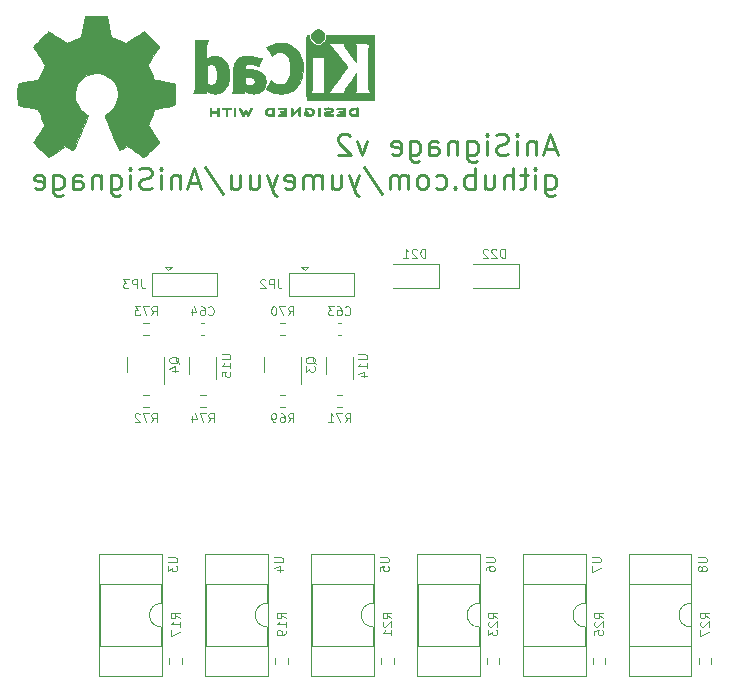
<source format=gbo>
%TF.GenerationSoftware,KiCad,Pcbnew,7.0.10*%
%TF.CreationDate,2024-02-13T14:16:51+07:00*%
%TF.ProjectId,AniSignage v2,416e6953-6967-46e6-9167-652076322e6b,rev?*%
%TF.SameCoordinates,Original*%
%TF.FileFunction,Legend,Bot*%
%TF.FilePolarity,Positive*%
%FSLAX46Y46*%
G04 Gerber Fmt 4.6, Leading zero omitted, Abs format (unit mm)*
G04 Created by KiCad (PCBNEW 7.0.10) date 2024-02-13 14:16:51*
%MOMM*%
%LPD*%
G01*
G04 APERTURE LIST*
%ADD10C,0.240000*%
%ADD11C,0.125000*%
%ADD12C,0.120000*%
%ADD13C,0.010000*%
G04 APERTURE END LIST*
D10*
X130309248Y-68744948D02*
X129452106Y-68744948D01*
X130480677Y-69259234D02*
X129880677Y-67459234D01*
X129880677Y-67459234D02*
X129280677Y-69259234D01*
X128680677Y-68059234D02*
X128680677Y-69259234D01*
X128680677Y-68230662D02*
X128594963Y-68144948D01*
X128594963Y-68144948D02*
X128423534Y-68059234D01*
X128423534Y-68059234D02*
X128166391Y-68059234D01*
X128166391Y-68059234D02*
X127994963Y-68144948D01*
X127994963Y-68144948D02*
X127909249Y-68316377D01*
X127909249Y-68316377D02*
X127909249Y-69259234D01*
X127052106Y-69259234D02*
X127052106Y-68059234D01*
X127052106Y-67459234D02*
X127137820Y-67544948D01*
X127137820Y-67544948D02*
X127052106Y-67630662D01*
X127052106Y-67630662D02*
X126966392Y-67544948D01*
X126966392Y-67544948D02*
X127052106Y-67459234D01*
X127052106Y-67459234D02*
X127052106Y-67630662D01*
X126280677Y-69173520D02*
X126023535Y-69259234D01*
X126023535Y-69259234D02*
X125594963Y-69259234D01*
X125594963Y-69259234D02*
X125423535Y-69173520D01*
X125423535Y-69173520D02*
X125337820Y-69087805D01*
X125337820Y-69087805D02*
X125252106Y-68916377D01*
X125252106Y-68916377D02*
X125252106Y-68744948D01*
X125252106Y-68744948D02*
X125337820Y-68573520D01*
X125337820Y-68573520D02*
X125423535Y-68487805D01*
X125423535Y-68487805D02*
X125594963Y-68402091D01*
X125594963Y-68402091D02*
X125937820Y-68316377D01*
X125937820Y-68316377D02*
X126109249Y-68230662D01*
X126109249Y-68230662D02*
X126194963Y-68144948D01*
X126194963Y-68144948D02*
X126280677Y-67973520D01*
X126280677Y-67973520D02*
X126280677Y-67802091D01*
X126280677Y-67802091D02*
X126194963Y-67630662D01*
X126194963Y-67630662D02*
X126109249Y-67544948D01*
X126109249Y-67544948D02*
X125937820Y-67459234D01*
X125937820Y-67459234D02*
X125509249Y-67459234D01*
X125509249Y-67459234D02*
X125252106Y-67544948D01*
X124480677Y-69259234D02*
X124480677Y-68059234D01*
X124480677Y-67459234D02*
X124566391Y-67544948D01*
X124566391Y-67544948D02*
X124480677Y-67630662D01*
X124480677Y-67630662D02*
X124394963Y-67544948D01*
X124394963Y-67544948D02*
X124480677Y-67459234D01*
X124480677Y-67459234D02*
X124480677Y-67630662D01*
X122852106Y-68059234D02*
X122852106Y-69516377D01*
X122852106Y-69516377D02*
X122937820Y-69687805D01*
X122937820Y-69687805D02*
X123023534Y-69773520D01*
X123023534Y-69773520D02*
X123194963Y-69859234D01*
X123194963Y-69859234D02*
X123452106Y-69859234D01*
X123452106Y-69859234D02*
X123623534Y-69773520D01*
X122852106Y-69173520D02*
X123023534Y-69259234D01*
X123023534Y-69259234D02*
X123366391Y-69259234D01*
X123366391Y-69259234D02*
X123537820Y-69173520D01*
X123537820Y-69173520D02*
X123623534Y-69087805D01*
X123623534Y-69087805D02*
X123709248Y-68916377D01*
X123709248Y-68916377D02*
X123709248Y-68402091D01*
X123709248Y-68402091D02*
X123623534Y-68230662D01*
X123623534Y-68230662D02*
X123537820Y-68144948D01*
X123537820Y-68144948D02*
X123366391Y-68059234D01*
X123366391Y-68059234D02*
X123023534Y-68059234D01*
X123023534Y-68059234D02*
X122852106Y-68144948D01*
X121994963Y-68059234D02*
X121994963Y-69259234D01*
X121994963Y-68230662D02*
X121909249Y-68144948D01*
X121909249Y-68144948D02*
X121737820Y-68059234D01*
X121737820Y-68059234D02*
X121480677Y-68059234D01*
X121480677Y-68059234D02*
X121309249Y-68144948D01*
X121309249Y-68144948D02*
X121223535Y-68316377D01*
X121223535Y-68316377D02*
X121223535Y-69259234D01*
X119594964Y-69259234D02*
X119594964Y-68316377D01*
X119594964Y-68316377D02*
X119680678Y-68144948D01*
X119680678Y-68144948D02*
X119852106Y-68059234D01*
X119852106Y-68059234D02*
X120194964Y-68059234D01*
X120194964Y-68059234D02*
X120366392Y-68144948D01*
X119594964Y-69173520D02*
X119766392Y-69259234D01*
X119766392Y-69259234D02*
X120194964Y-69259234D01*
X120194964Y-69259234D02*
X120366392Y-69173520D01*
X120366392Y-69173520D02*
X120452106Y-69002091D01*
X120452106Y-69002091D02*
X120452106Y-68830662D01*
X120452106Y-68830662D02*
X120366392Y-68659234D01*
X120366392Y-68659234D02*
X120194964Y-68573520D01*
X120194964Y-68573520D02*
X119766392Y-68573520D01*
X119766392Y-68573520D02*
X119594964Y-68487805D01*
X117966393Y-68059234D02*
X117966393Y-69516377D01*
X117966393Y-69516377D02*
X118052107Y-69687805D01*
X118052107Y-69687805D02*
X118137821Y-69773520D01*
X118137821Y-69773520D02*
X118309250Y-69859234D01*
X118309250Y-69859234D02*
X118566393Y-69859234D01*
X118566393Y-69859234D02*
X118737821Y-69773520D01*
X117966393Y-69173520D02*
X118137821Y-69259234D01*
X118137821Y-69259234D02*
X118480678Y-69259234D01*
X118480678Y-69259234D02*
X118652107Y-69173520D01*
X118652107Y-69173520D02*
X118737821Y-69087805D01*
X118737821Y-69087805D02*
X118823535Y-68916377D01*
X118823535Y-68916377D02*
X118823535Y-68402091D01*
X118823535Y-68402091D02*
X118737821Y-68230662D01*
X118737821Y-68230662D02*
X118652107Y-68144948D01*
X118652107Y-68144948D02*
X118480678Y-68059234D01*
X118480678Y-68059234D02*
X118137821Y-68059234D01*
X118137821Y-68059234D02*
X117966393Y-68144948D01*
X116423536Y-69173520D02*
X116594964Y-69259234D01*
X116594964Y-69259234D02*
X116937822Y-69259234D01*
X116937822Y-69259234D02*
X117109250Y-69173520D01*
X117109250Y-69173520D02*
X117194964Y-69002091D01*
X117194964Y-69002091D02*
X117194964Y-68316377D01*
X117194964Y-68316377D02*
X117109250Y-68144948D01*
X117109250Y-68144948D02*
X116937822Y-68059234D01*
X116937822Y-68059234D02*
X116594964Y-68059234D01*
X116594964Y-68059234D02*
X116423536Y-68144948D01*
X116423536Y-68144948D02*
X116337822Y-68316377D01*
X116337822Y-68316377D02*
X116337822Y-68487805D01*
X116337822Y-68487805D02*
X117194964Y-68659234D01*
X114366393Y-68059234D02*
X113937821Y-69259234D01*
X113937821Y-69259234D02*
X113509250Y-68059234D01*
X112909249Y-67630662D02*
X112823535Y-67544948D01*
X112823535Y-67544948D02*
X112652107Y-67459234D01*
X112652107Y-67459234D02*
X112223535Y-67459234D01*
X112223535Y-67459234D02*
X112052107Y-67544948D01*
X112052107Y-67544948D02*
X111966392Y-67630662D01*
X111966392Y-67630662D02*
X111880678Y-67802091D01*
X111880678Y-67802091D02*
X111880678Y-67973520D01*
X111880678Y-67973520D02*
X111966392Y-68230662D01*
X111966392Y-68230662D02*
X112994964Y-69259234D01*
X112994964Y-69259234D02*
X111880678Y-69259234D01*
X129452106Y-70957234D02*
X129452106Y-72414377D01*
X129452106Y-72414377D02*
X129537820Y-72585805D01*
X129537820Y-72585805D02*
X129623534Y-72671520D01*
X129623534Y-72671520D02*
X129794963Y-72757234D01*
X129794963Y-72757234D02*
X130052106Y-72757234D01*
X130052106Y-72757234D02*
X130223534Y-72671520D01*
X129452106Y-72071520D02*
X129623534Y-72157234D01*
X129623534Y-72157234D02*
X129966391Y-72157234D01*
X129966391Y-72157234D02*
X130137820Y-72071520D01*
X130137820Y-72071520D02*
X130223534Y-71985805D01*
X130223534Y-71985805D02*
X130309248Y-71814377D01*
X130309248Y-71814377D02*
X130309248Y-71300091D01*
X130309248Y-71300091D02*
X130223534Y-71128662D01*
X130223534Y-71128662D02*
X130137820Y-71042948D01*
X130137820Y-71042948D02*
X129966391Y-70957234D01*
X129966391Y-70957234D02*
X129623534Y-70957234D01*
X129623534Y-70957234D02*
X129452106Y-71042948D01*
X128594963Y-72157234D02*
X128594963Y-70957234D01*
X128594963Y-70357234D02*
X128680677Y-70442948D01*
X128680677Y-70442948D02*
X128594963Y-70528662D01*
X128594963Y-70528662D02*
X128509249Y-70442948D01*
X128509249Y-70442948D02*
X128594963Y-70357234D01*
X128594963Y-70357234D02*
X128594963Y-70528662D01*
X127994963Y-70957234D02*
X127309249Y-70957234D01*
X127737820Y-70357234D02*
X127737820Y-71900091D01*
X127737820Y-71900091D02*
X127652106Y-72071520D01*
X127652106Y-72071520D02*
X127480677Y-72157234D01*
X127480677Y-72157234D02*
X127309249Y-72157234D01*
X126709249Y-72157234D02*
X126709249Y-70357234D01*
X125937821Y-72157234D02*
X125937821Y-71214377D01*
X125937821Y-71214377D02*
X126023535Y-71042948D01*
X126023535Y-71042948D02*
X126194963Y-70957234D01*
X126194963Y-70957234D02*
X126452106Y-70957234D01*
X126452106Y-70957234D02*
X126623535Y-71042948D01*
X126623535Y-71042948D02*
X126709249Y-71128662D01*
X124309250Y-70957234D02*
X124309250Y-72157234D01*
X125080678Y-70957234D02*
X125080678Y-71900091D01*
X125080678Y-71900091D02*
X124994964Y-72071520D01*
X124994964Y-72071520D02*
X124823535Y-72157234D01*
X124823535Y-72157234D02*
X124566392Y-72157234D01*
X124566392Y-72157234D02*
X124394964Y-72071520D01*
X124394964Y-72071520D02*
X124309250Y-71985805D01*
X123452107Y-72157234D02*
X123452107Y-70357234D01*
X123452107Y-71042948D02*
X123280679Y-70957234D01*
X123280679Y-70957234D02*
X122937821Y-70957234D01*
X122937821Y-70957234D02*
X122766393Y-71042948D01*
X122766393Y-71042948D02*
X122680679Y-71128662D01*
X122680679Y-71128662D02*
X122594964Y-71300091D01*
X122594964Y-71300091D02*
X122594964Y-71814377D01*
X122594964Y-71814377D02*
X122680679Y-71985805D01*
X122680679Y-71985805D02*
X122766393Y-72071520D01*
X122766393Y-72071520D02*
X122937821Y-72157234D01*
X122937821Y-72157234D02*
X123280679Y-72157234D01*
X123280679Y-72157234D02*
X123452107Y-72071520D01*
X121823536Y-71985805D02*
X121737822Y-72071520D01*
X121737822Y-72071520D02*
X121823536Y-72157234D01*
X121823536Y-72157234D02*
X121909250Y-72071520D01*
X121909250Y-72071520D02*
X121823536Y-71985805D01*
X121823536Y-71985805D02*
X121823536Y-72157234D01*
X120194965Y-72071520D02*
X120366393Y-72157234D01*
X120366393Y-72157234D02*
X120709250Y-72157234D01*
X120709250Y-72157234D02*
X120880679Y-72071520D01*
X120880679Y-72071520D02*
X120966393Y-71985805D01*
X120966393Y-71985805D02*
X121052107Y-71814377D01*
X121052107Y-71814377D02*
X121052107Y-71300091D01*
X121052107Y-71300091D02*
X120966393Y-71128662D01*
X120966393Y-71128662D02*
X120880679Y-71042948D01*
X120880679Y-71042948D02*
X120709250Y-70957234D01*
X120709250Y-70957234D02*
X120366393Y-70957234D01*
X120366393Y-70957234D02*
X120194965Y-71042948D01*
X119166393Y-72157234D02*
X119337822Y-72071520D01*
X119337822Y-72071520D02*
X119423536Y-71985805D01*
X119423536Y-71985805D02*
X119509250Y-71814377D01*
X119509250Y-71814377D02*
X119509250Y-71300091D01*
X119509250Y-71300091D02*
X119423536Y-71128662D01*
X119423536Y-71128662D02*
X119337822Y-71042948D01*
X119337822Y-71042948D02*
X119166393Y-70957234D01*
X119166393Y-70957234D02*
X118909250Y-70957234D01*
X118909250Y-70957234D02*
X118737822Y-71042948D01*
X118737822Y-71042948D02*
X118652108Y-71128662D01*
X118652108Y-71128662D02*
X118566393Y-71300091D01*
X118566393Y-71300091D02*
X118566393Y-71814377D01*
X118566393Y-71814377D02*
X118652108Y-71985805D01*
X118652108Y-71985805D02*
X118737822Y-72071520D01*
X118737822Y-72071520D02*
X118909250Y-72157234D01*
X118909250Y-72157234D02*
X119166393Y-72157234D01*
X117794965Y-72157234D02*
X117794965Y-70957234D01*
X117794965Y-71128662D02*
X117709251Y-71042948D01*
X117709251Y-71042948D02*
X117537822Y-70957234D01*
X117537822Y-70957234D02*
X117280679Y-70957234D01*
X117280679Y-70957234D02*
X117109251Y-71042948D01*
X117109251Y-71042948D02*
X117023537Y-71214377D01*
X117023537Y-71214377D02*
X117023537Y-72157234D01*
X117023537Y-71214377D02*
X116937822Y-71042948D01*
X116937822Y-71042948D02*
X116766394Y-70957234D01*
X116766394Y-70957234D02*
X116509251Y-70957234D01*
X116509251Y-70957234D02*
X116337822Y-71042948D01*
X116337822Y-71042948D02*
X116252108Y-71214377D01*
X116252108Y-71214377D02*
X116252108Y-72157234D01*
X114109251Y-70271520D02*
X115652108Y-72585805D01*
X113680680Y-70957234D02*
X113252108Y-72157234D01*
X112823537Y-70957234D02*
X113252108Y-72157234D01*
X113252108Y-72157234D02*
X113423537Y-72585805D01*
X113423537Y-72585805D02*
X113509251Y-72671520D01*
X113509251Y-72671520D02*
X113680680Y-72757234D01*
X111366394Y-70957234D02*
X111366394Y-72157234D01*
X112137822Y-70957234D02*
X112137822Y-71900091D01*
X112137822Y-71900091D02*
X112052108Y-72071520D01*
X112052108Y-72071520D02*
X111880679Y-72157234D01*
X111880679Y-72157234D02*
X111623536Y-72157234D01*
X111623536Y-72157234D02*
X111452108Y-72071520D01*
X111452108Y-72071520D02*
X111366394Y-71985805D01*
X110509251Y-72157234D02*
X110509251Y-70957234D01*
X110509251Y-71128662D02*
X110423537Y-71042948D01*
X110423537Y-71042948D02*
X110252108Y-70957234D01*
X110252108Y-70957234D02*
X109994965Y-70957234D01*
X109994965Y-70957234D02*
X109823537Y-71042948D01*
X109823537Y-71042948D02*
X109737823Y-71214377D01*
X109737823Y-71214377D02*
X109737823Y-72157234D01*
X109737823Y-71214377D02*
X109652108Y-71042948D01*
X109652108Y-71042948D02*
X109480680Y-70957234D01*
X109480680Y-70957234D02*
X109223537Y-70957234D01*
X109223537Y-70957234D02*
X109052108Y-71042948D01*
X109052108Y-71042948D02*
X108966394Y-71214377D01*
X108966394Y-71214377D02*
X108966394Y-72157234D01*
X107423537Y-72071520D02*
X107594965Y-72157234D01*
X107594965Y-72157234D02*
X107937823Y-72157234D01*
X107937823Y-72157234D02*
X108109251Y-72071520D01*
X108109251Y-72071520D02*
X108194965Y-71900091D01*
X108194965Y-71900091D02*
X108194965Y-71214377D01*
X108194965Y-71214377D02*
X108109251Y-71042948D01*
X108109251Y-71042948D02*
X107937823Y-70957234D01*
X107937823Y-70957234D02*
X107594965Y-70957234D01*
X107594965Y-70957234D02*
X107423537Y-71042948D01*
X107423537Y-71042948D02*
X107337823Y-71214377D01*
X107337823Y-71214377D02*
X107337823Y-71385805D01*
X107337823Y-71385805D02*
X108194965Y-71557234D01*
X106737823Y-70957234D02*
X106309251Y-72157234D01*
X105880680Y-70957234D02*
X106309251Y-72157234D01*
X106309251Y-72157234D02*
X106480680Y-72585805D01*
X106480680Y-72585805D02*
X106566394Y-72671520D01*
X106566394Y-72671520D02*
X106737823Y-72757234D01*
X104423537Y-70957234D02*
X104423537Y-72157234D01*
X105194965Y-70957234D02*
X105194965Y-71900091D01*
X105194965Y-71900091D02*
X105109251Y-72071520D01*
X105109251Y-72071520D02*
X104937822Y-72157234D01*
X104937822Y-72157234D02*
X104680679Y-72157234D01*
X104680679Y-72157234D02*
X104509251Y-72071520D01*
X104509251Y-72071520D02*
X104423537Y-71985805D01*
X102794966Y-70957234D02*
X102794966Y-72157234D01*
X103566394Y-70957234D02*
X103566394Y-71900091D01*
X103566394Y-71900091D02*
X103480680Y-72071520D01*
X103480680Y-72071520D02*
X103309251Y-72157234D01*
X103309251Y-72157234D02*
X103052108Y-72157234D01*
X103052108Y-72157234D02*
X102880680Y-72071520D01*
X102880680Y-72071520D02*
X102794966Y-71985805D01*
X100652109Y-70271520D02*
X102194966Y-72585805D01*
X100137823Y-71642948D02*
X99280681Y-71642948D01*
X100309252Y-72157234D02*
X99709252Y-70357234D01*
X99709252Y-70357234D02*
X99109252Y-72157234D01*
X98509252Y-70957234D02*
X98509252Y-72157234D01*
X98509252Y-71128662D02*
X98423538Y-71042948D01*
X98423538Y-71042948D02*
X98252109Y-70957234D01*
X98252109Y-70957234D02*
X97994966Y-70957234D01*
X97994966Y-70957234D02*
X97823538Y-71042948D01*
X97823538Y-71042948D02*
X97737824Y-71214377D01*
X97737824Y-71214377D02*
X97737824Y-72157234D01*
X96880681Y-72157234D02*
X96880681Y-70957234D01*
X96880681Y-70357234D02*
X96966395Y-70442948D01*
X96966395Y-70442948D02*
X96880681Y-70528662D01*
X96880681Y-70528662D02*
X96794967Y-70442948D01*
X96794967Y-70442948D02*
X96880681Y-70357234D01*
X96880681Y-70357234D02*
X96880681Y-70528662D01*
X96109252Y-72071520D02*
X95852110Y-72157234D01*
X95852110Y-72157234D02*
X95423538Y-72157234D01*
X95423538Y-72157234D02*
X95252110Y-72071520D01*
X95252110Y-72071520D02*
X95166395Y-71985805D01*
X95166395Y-71985805D02*
X95080681Y-71814377D01*
X95080681Y-71814377D02*
X95080681Y-71642948D01*
X95080681Y-71642948D02*
X95166395Y-71471520D01*
X95166395Y-71471520D02*
X95252110Y-71385805D01*
X95252110Y-71385805D02*
X95423538Y-71300091D01*
X95423538Y-71300091D02*
X95766395Y-71214377D01*
X95766395Y-71214377D02*
X95937824Y-71128662D01*
X95937824Y-71128662D02*
X96023538Y-71042948D01*
X96023538Y-71042948D02*
X96109252Y-70871520D01*
X96109252Y-70871520D02*
X96109252Y-70700091D01*
X96109252Y-70700091D02*
X96023538Y-70528662D01*
X96023538Y-70528662D02*
X95937824Y-70442948D01*
X95937824Y-70442948D02*
X95766395Y-70357234D01*
X95766395Y-70357234D02*
X95337824Y-70357234D01*
X95337824Y-70357234D02*
X95080681Y-70442948D01*
X94309252Y-72157234D02*
X94309252Y-70957234D01*
X94309252Y-70357234D02*
X94394966Y-70442948D01*
X94394966Y-70442948D02*
X94309252Y-70528662D01*
X94309252Y-70528662D02*
X94223538Y-70442948D01*
X94223538Y-70442948D02*
X94309252Y-70357234D01*
X94309252Y-70357234D02*
X94309252Y-70528662D01*
X92680681Y-70957234D02*
X92680681Y-72414377D01*
X92680681Y-72414377D02*
X92766395Y-72585805D01*
X92766395Y-72585805D02*
X92852109Y-72671520D01*
X92852109Y-72671520D02*
X93023538Y-72757234D01*
X93023538Y-72757234D02*
X93280681Y-72757234D01*
X93280681Y-72757234D02*
X93452109Y-72671520D01*
X92680681Y-72071520D02*
X92852109Y-72157234D01*
X92852109Y-72157234D02*
X93194966Y-72157234D01*
X93194966Y-72157234D02*
X93366395Y-72071520D01*
X93366395Y-72071520D02*
X93452109Y-71985805D01*
X93452109Y-71985805D02*
X93537823Y-71814377D01*
X93537823Y-71814377D02*
X93537823Y-71300091D01*
X93537823Y-71300091D02*
X93452109Y-71128662D01*
X93452109Y-71128662D02*
X93366395Y-71042948D01*
X93366395Y-71042948D02*
X93194966Y-70957234D01*
X93194966Y-70957234D02*
X92852109Y-70957234D01*
X92852109Y-70957234D02*
X92680681Y-71042948D01*
X91823538Y-70957234D02*
X91823538Y-72157234D01*
X91823538Y-71128662D02*
X91737824Y-71042948D01*
X91737824Y-71042948D02*
X91566395Y-70957234D01*
X91566395Y-70957234D02*
X91309252Y-70957234D01*
X91309252Y-70957234D02*
X91137824Y-71042948D01*
X91137824Y-71042948D02*
X91052110Y-71214377D01*
X91052110Y-71214377D02*
X91052110Y-72157234D01*
X89423539Y-72157234D02*
X89423539Y-71214377D01*
X89423539Y-71214377D02*
X89509253Y-71042948D01*
X89509253Y-71042948D02*
X89680681Y-70957234D01*
X89680681Y-70957234D02*
X90023539Y-70957234D01*
X90023539Y-70957234D02*
X90194967Y-71042948D01*
X89423539Y-72071520D02*
X89594967Y-72157234D01*
X89594967Y-72157234D02*
X90023539Y-72157234D01*
X90023539Y-72157234D02*
X90194967Y-72071520D01*
X90194967Y-72071520D02*
X90280681Y-71900091D01*
X90280681Y-71900091D02*
X90280681Y-71728662D01*
X90280681Y-71728662D02*
X90194967Y-71557234D01*
X90194967Y-71557234D02*
X90023539Y-71471520D01*
X90023539Y-71471520D02*
X89594967Y-71471520D01*
X89594967Y-71471520D02*
X89423539Y-71385805D01*
X87794968Y-70957234D02*
X87794968Y-72414377D01*
X87794968Y-72414377D02*
X87880682Y-72585805D01*
X87880682Y-72585805D02*
X87966396Y-72671520D01*
X87966396Y-72671520D02*
X88137825Y-72757234D01*
X88137825Y-72757234D02*
X88394968Y-72757234D01*
X88394968Y-72757234D02*
X88566396Y-72671520D01*
X87794968Y-72071520D02*
X87966396Y-72157234D01*
X87966396Y-72157234D02*
X88309253Y-72157234D01*
X88309253Y-72157234D02*
X88480682Y-72071520D01*
X88480682Y-72071520D02*
X88566396Y-71985805D01*
X88566396Y-71985805D02*
X88652110Y-71814377D01*
X88652110Y-71814377D02*
X88652110Y-71300091D01*
X88652110Y-71300091D02*
X88566396Y-71128662D01*
X88566396Y-71128662D02*
X88480682Y-71042948D01*
X88480682Y-71042948D02*
X88309253Y-70957234D01*
X88309253Y-70957234D02*
X87966396Y-70957234D01*
X87966396Y-70957234D02*
X87794968Y-71042948D01*
X86252111Y-72071520D02*
X86423539Y-72157234D01*
X86423539Y-72157234D02*
X86766397Y-72157234D01*
X86766397Y-72157234D02*
X86937825Y-72071520D01*
X86937825Y-72071520D02*
X87023539Y-71900091D01*
X87023539Y-71900091D02*
X87023539Y-71214377D01*
X87023539Y-71214377D02*
X86937825Y-71042948D01*
X86937825Y-71042948D02*
X86766397Y-70957234D01*
X86766397Y-70957234D02*
X86423539Y-70957234D01*
X86423539Y-70957234D02*
X86252111Y-71042948D01*
X86252111Y-71042948D02*
X86166397Y-71214377D01*
X86166397Y-71214377D02*
X86166397Y-71385805D01*
X86166397Y-71385805D02*
X87023539Y-71557234D01*
D11*
X98427892Y-86906071D02*
X98392178Y-86834642D01*
X98392178Y-86834642D02*
X98320750Y-86763214D01*
X98320750Y-86763214D02*
X98213607Y-86656071D01*
X98213607Y-86656071D02*
X98177892Y-86584642D01*
X98177892Y-86584642D02*
X98177892Y-86513214D01*
X98356464Y-86548928D02*
X98320750Y-86477500D01*
X98320750Y-86477500D02*
X98249321Y-86406071D01*
X98249321Y-86406071D02*
X98106464Y-86370357D01*
X98106464Y-86370357D02*
X97856464Y-86370357D01*
X97856464Y-86370357D02*
X97713607Y-86406071D01*
X97713607Y-86406071D02*
X97642178Y-86477500D01*
X97642178Y-86477500D02*
X97606464Y-86548928D01*
X97606464Y-86548928D02*
X97606464Y-86691785D01*
X97606464Y-86691785D02*
X97642178Y-86763214D01*
X97642178Y-86763214D02*
X97713607Y-86834642D01*
X97713607Y-86834642D02*
X97856464Y-86870357D01*
X97856464Y-86870357D02*
X98106464Y-86870357D01*
X98106464Y-86870357D02*
X98249321Y-86834642D01*
X98249321Y-86834642D02*
X98320750Y-86763214D01*
X98320750Y-86763214D02*
X98356464Y-86691785D01*
X98356464Y-86691785D02*
X98356464Y-86548928D01*
X97856464Y-87513214D02*
X98356464Y-87513214D01*
X97570750Y-87334642D02*
X98106464Y-87156071D01*
X98106464Y-87156071D02*
X98106464Y-87620356D01*
X98481464Y-108483856D02*
X98124321Y-108233856D01*
X98481464Y-108055285D02*
X97731464Y-108055285D01*
X97731464Y-108055285D02*
X97731464Y-108340999D01*
X97731464Y-108340999D02*
X97767178Y-108412428D01*
X97767178Y-108412428D02*
X97802892Y-108448142D01*
X97802892Y-108448142D02*
X97874321Y-108483856D01*
X97874321Y-108483856D02*
X97981464Y-108483856D01*
X97981464Y-108483856D02*
X98052892Y-108448142D01*
X98052892Y-108448142D02*
X98088607Y-108412428D01*
X98088607Y-108412428D02*
X98124321Y-108340999D01*
X98124321Y-108340999D02*
X98124321Y-108055285D01*
X98481464Y-109198142D02*
X98481464Y-108769571D01*
X98481464Y-108983856D02*
X97731464Y-108983856D01*
X97731464Y-108983856D02*
X97838607Y-108912428D01*
X97838607Y-108912428D02*
X97910035Y-108840999D01*
X97910035Y-108840999D02*
X97945750Y-108769571D01*
X97731464Y-109448142D02*
X97731464Y-109948142D01*
X97731464Y-109948142D02*
X98481464Y-109626714D01*
X107446759Y-108483856D02*
X107089616Y-108233856D01*
X107446759Y-108055285D02*
X106696759Y-108055285D01*
X106696759Y-108055285D02*
X106696759Y-108340999D01*
X106696759Y-108340999D02*
X106732473Y-108412428D01*
X106732473Y-108412428D02*
X106768187Y-108448142D01*
X106768187Y-108448142D02*
X106839616Y-108483856D01*
X106839616Y-108483856D02*
X106946759Y-108483856D01*
X106946759Y-108483856D02*
X107018187Y-108448142D01*
X107018187Y-108448142D02*
X107053902Y-108412428D01*
X107053902Y-108412428D02*
X107089616Y-108340999D01*
X107089616Y-108340999D02*
X107089616Y-108055285D01*
X107446759Y-109198142D02*
X107446759Y-108769571D01*
X107446759Y-108983856D02*
X106696759Y-108983856D01*
X106696759Y-108983856D02*
X106803902Y-108912428D01*
X106803902Y-108912428D02*
X106875330Y-108840999D01*
X106875330Y-108840999D02*
X106911045Y-108769571D01*
X107446759Y-109555285D02*
X107446759Y-109698142D01*
X107446759Y-109698142D02*
X107411045Y-109769571D01*
X107411045Y-109769571D02*
X107375330Y-109805285D01*
X107375330Y-109805285D02*
X107268187Y-109876714D01*
X107268187Y-109876714D02*
X107125330Y-109912428D01*
X107125330Y-109912428D02*
X106839616Y-109912428D01*
X106839616Y-109912428D02*
X106768187Y-109876714D01*
X106768187Y-109876714D02*
X106732473Y-109841000D01*
X106732473Y-109841000D02*
X106696759Y-109769571D01*
X106696759Y-109769571D02*
X106696759Y-109626714D01*
X106696759Y-109626714D02*
X106732473Y-109555285D01*
X106732473Y-109555285D02*
X106768187Y-109519571D01*
X106768187Y-109519571D02*
X106839616Y-109483857D01*
X106839616Y-109483857D02*
X107018187Y-109483857D01*
X107018187Y-109483857D02*
X107089616Y-109519571D01*
X107089616Y-109519571D02*
X107125330Y-109555285D01*
X107125330Y-109555285D02*
X107161045Y-109626714D01*
X107161045Y-109626714D02*
X107161045Y-109769571D01*
X107161045Y-109769571D02*
X107125330Y-109841000D01*
X107125330Y-109841000D02*
X107089616Y-109876714D01*
X107089616Y-109876714D02*
X107018187Y-109912428D01*
X124417349Y-103314571D02*
X125024492Y-103314571D01*
X125024492Y-103314571D02*
X125095920Y-103350285D01*
X125095920Y-103350285D02*
X125131635Y-103386000D01*
X125131635Y-103386000D02*
X125167349Y-103457428D01*
X125167349Y-103457428D02*
X125167349Y-103600285D01*
X125167349Y-103600285D02*
X125131635Y-103671714D01*
X125131635Y-103671714D02*
X125095920Y-103707428D01*
X125095920Y-103707428D02*
X125024492Y-103743142D01*
X125024492Y-103743142D02*
X124417349Y-103743142D01*
X124417349Y-104421714D02*
X124417349Y-104278856D01*
X124417349Y-104278856D02*
X124453063Y-104207428D01*
X124453063Y-104207428D02*
X124488777Y-104171714D01*
X124488777Y-104171714D02*
X124595920Y-104100285D01*
X124595920Y-104100285D02*
X124738777Y-104064571D01*
X124738777Y-104064571D02*
X125024492Y-104064571D01*
X125024492Y-104064571D02*
X125095920Y-104100285D01*
X125095920Y-104100285D02*
X125131635Y-104135999D01*
X125131635Y-104135999D02*
X125167349Y-104207428D01*
X125167349Y-104207428D02*
X125167349Y-104350285D01*
X125167349Y-104350285D02*
X125131635Y-104421714D01*
X125131635Y-104421714D02*
X125095920Y-104457428D01*
X125095920Y-104457428D02*
X125024492Y-104493142D01*
X125024492Y-104493142D02*
X124845920Y-104493142D01*
X124845920Y-104493142D02*
X124774492Y-104457428D01*
X124774492Y-104457428D02*
X124738777Y-104421714D01*
X124738777Y-104421714D02*
X124703063Y-104350285D01*
X124703063Y-104350285D02*
X124703063Y-104207428D01*
X124703063Y-104207428D02*
X124738777Y-104135999D01*
X124738777Y-104135999D02*
X124774492Y-104100285D01*
X124774492Y-104100285D02*
X124845920Y-104064571D01*
X142347939Y-103314571D02*
X142955082Y-103314571D01*
X142955082Y-103314571D02*
X143026510Y-103350285D01*
X143026510Y-103350285D02*
X143062225Y-103386000D01*
X143062225Y-103386000D02*
X143097939Y-103457428D01*
X143097939Y-103457428D02*
X143097939Y-103600285D01*
X143097939Y-103600285D02*
X143062225Y-103671714D01*
X143062225Y-103671714D02*
X143026510Y-103707428D01*
X143026510Y-103707428D02*
X142955082Y-103743142D01*
X142955082Y-103743142D02*
X142347939Y-103743142D01*
X142669367Y-104207428D02*
X142633653Y-104135999D01*
X142633653Y-104135999D02*
X142597939Y-104100285D01*
X142597939Y-104100285D02*
X142526510Y-104064571D01*
X142526510Y-104064571D02*
X142490796Y-104064571D01*
X142490796Y-104064571D02*
X142419367Y-104100285D01*
X142419367Y-104100285D02*
X142383653Y-104135999D01*
X142383653Y-104135999D02*
X142347939Y-104207428D01*
X142347939Y-104207428D02*
X142347939Y-104350285D01*
X142347939Y-104350285D02*
X142383653Y-104421714D01*
X142383653Y-104421714D02*
X142419367Y-104457428D01*
X142419367Y-104457428D02*
X142490796Y-104493142D01*
X142490796Y-104493142D02*
X142526510Y-104493142D01*
X142526510Y-104493142D02*
X142597939Y-104457428D01*
X142597939Y-104457428D02*
X142633653Y-104421714D01*
X142633653Y-104421714D02*
X142669367Y-104350285D01*
X142669367Y-104350285D02*
X142669367Y-104207428D01*
X142669367Y-104207428D02*
X142705082Y-104135999D01*
X142705082Y-104135999D02*
X142740796Y-104100285D01*
X142740796Y-104100285D02*
X142812225Y-104064571D01*
X142812225Y-104064571D02*
X142955082Y-104064571D01*
X142955082Y-104064571D02*
X143026510Y-104100285D01*
X143026510Y-104100285D02*
X143062225Y-104135999D01*
X143062225Y-104135999D02*
X143097939Y-104207428D01*
X143097939Y-104207428D02*
X143097939Y-104350285D01*
X143097939Y-104350285D02*
X143062225Y-104421714D01*
X143062225Y-104421714D02*
X143026510Y-104457428D01*
X143026510Y-104457428D02*
X142955082Y-104493142D01*
X142955082Y-104493142D02*
X142812225Y-104493142D01*
X142812225Y-104493142D02*
X142740796Y-104457428D01*
X142740796Y-104457428D02*
X142705082Y-104421714D01*
X142705082Y-104421714D02*
X142669367Y-104350285D01*
X107670143Y-82824464D02*
X107920143Y-82467321D01*
X108098714Y-82824464D02*
X108098714Y-82074464D01*
X108098714Y-82074464D02*
X107813000Y-82074464D01*
X107813000Y-82074464D02*
X107741571Y-82110178D01*
X107741571Y-82110178D02*
X107705857Y-82145892D01*
X107705857Y-82145892D02*
X107670143Y-82217321D01*
X107670143Y-82217321D02*
X107670143Y-82324464D01*
X107670143Y-82324464D02*
X107705857Y-82395892D01*
X107705857Y-82395892D02*
X107741571Y-82431607D01*
X107741571Y-82431607D02*
X107813000Y-82467321D01*
X107813000Y-82467321D02*
X108098714Y-82467321D01*
X107420143Y-82074464D02*
X106920143Y-82074464D01*
X106920143Y-82074464D02*
X107241571Y-82824464D01*
X106491571Y-82074464D02*
X106420142Y-82074464D01*
X106420142Y-82074464D02*
X106348714Y-82110178D01*
X106348714Y-82110178D02*
X106313000Y-82145892D01*
X106313000Y-82145892D02*
X106277285Y-82217321D01*
X106277285Y-82217321D02*
X106241571Y-82360178D01*
X106241571Y-82360178D02*
X106241571Y-82538750D01*
X106241571Y-82538750D02*
X106277285Y-82681607D01*
X106277285Y-82681607D02*
X106313000Y-82753035D01*
X106313000Y-82753035D02*
X106348714Y-82788750D01*
X106348714Y-82788750D02*
X106420142Y-82824464D01*
X106420142Y-82824464D02*
X106491571Y-82824464D01*
X106491571Y-82824464D02*
X106563000Y-82788750D01*
X106563000Y-82788750D02*
X106598714Y-82753035D01*
X106598714Y-82753035D02*
X106634428Y-82681607D01*
X106634428Y-82681607D02*
X106670142Y-82538750D01*
X106670142Y-82538750D02*
X106670142Y-82360178D01*
X106670142Y-82360178D02*
X106634428Y-82217321D01*
X106634428Y-82217321D02*
X106598714Y-82145892D01*
X106598714Y-82145892D02*
X106563000Y-82110178D01*
X106563000Y-82110178D02*
X106491571Y-82074464D01*
X96098143Y-91874464D02*
X96348143Y-91517321D01*
X96526714Y-91874464D02*
X96526714Y-91124464D01*
X96526714Y-91124464D02*
X96241000Y-91124464D01*
X96241000Y-91124464D02*
X96169571Y-91160178D01*
X96169571Y-91160178D02*
X96133857Y-91195892D01*
X96133857Y-91195892D02*
X96098143Y-91267321D01*
X96098143Y-91267321D02*
X96098143Y-91374464D01*
X96098143Y-91374464D02*
X96133857Y-91445892D01*
X96133857Y-91445892D02*
X96169571Y-91481607D01*
X96169571Y-91481607D02*
X96241000Y-91517321D01*
X96241000Y-91517321D02*
X96526714Y-91517321D01*
X95848143Y-91124464D02*
X95348143Y-91124464D01*
X95348143Y-91124464D02*
X95669571Y-91874464D01*
X95098142Y-91195892D02*
X95062428Y-91160178D01*
X95062428Y-91160178D02*
X94991000Y-91124464D01*
X94991000Y-91124464D02*
X94812428Y-91124464D01*
X94812428Y-91124464D02*
X94741000Y-91160178D01*
X94741000Y-91160178D02*
X94705285Y-91195892D01*
X94705285Y-91195892D02*
X94669571Y-91267321D01*
X94669571Y-91267321D02*
X94669571Y-91338750D01*
X94669571Y-91338750D02*
X94705285Y-91445892D01*
X94705285Y-91445892D02*
X95133857Y-91874464D01*
X95133857Y-91874464D02*
X94669571Y-91874464D01*
X109999892Y-86906071D02*
X109964178Y-86834642D01*
X109964178Y-86834642D02*
X109892750Y-86763214D01*
X109892750Y-86763214D02*
X109785607Y-86656071D01*
X109785607Y-86656071D02*
X109749892Y-86584642D01*
X109749892Y-86584642D02*
X109749892Y-86513214D01*
X109928464Y-86548928D02*
X109892750Y-86477500D01*
X109892750Y-86477500D02*
X109821321Y-86406071D01*
X109821321Y-86406071D02*
X109678464Y-86370357D01*
X109678464Y-86370357D02*
X109428464Y-86370357D01*
X109428464Y-86370357D02*
X109285607Y-86406071D01*
X109285607Y-86406071D02*
X109214178Y-86477500D01*
X109214178Y-86477500D02*
X109178464Y-86548928D01*
X109178464Y-86548928D02*
X109178464Y-86691785D01*
X109178464Y-86691785D02*
X109214178Y-86763214D01*
X109214178Y-86763214D02*
X109285607Y-86834642D01*
X109285607Y-86834642D02*
X109428464Y-86870357D01*
X109428464Y-86870357D02*
X109678464Y-86870357D01*
X109678464Y-86870357D02*
X109821321Y-86834642D01*
X109821321Y-86834642D02*
X109892750Y-86763214D01*
X109892750Y-86763214D02*
X109928464Y-86691785D01*
X109928464Y-86691785D02*
X109928464Y-86548928D01*
X109178464Y-87120356D02*
X109178464Y-87584642D01*
X109178464Y-87584642D02*
X109464178Y-87334642D01*
X109464178Y-87334642D02*
X109464178Y-87441785D01*
X109464178Y-87441785D02*
X109499892Y-87513214D01*
X109499892Y-87513214D02*
X109535607Y-87548928D01*
X109535607Y-87548928D02*
X109607035Y-87584642D01*
X109607035Y-87584642D02*
X109785607Y-87584642D01*
X109785607Y-87584642D02*
X109857035Y-87548928D01*
X109857035Y-87548928D02*
X109892750Y-87513214D01*
X109892750Y-87513214D02*
X109928464Y-87441785D01*
X109928464Y-87441785D02*
X109928464Y-87227499D01*
X109928464Y-87227499D02*
X109892750Y-87156071D01*
X109892750Y-87156071D02*
X109857035Y-87120356D01*
X100924143Y-91874464D02*
X101174143Y-91517321D01*
X101352714Y-91874464D02*
X101352714Y-91124464D01*
X101352714Y-91124464D02*
X101067000Y-91124464D01*
X101067000Y-91124464D02*
X100995571Y-91160178D01*
X100995571Y-91160178D02*
X100959857Y-91195892D01*
X100959857Y-91195892D02*
X100924143Y-91267321D01*
X100924143Y-91267321D02*
X100924143Y-91374464D01*
X100924143Y-91374464D02*
X100959857Y-91445892D01*
X100959857Y-91445892D02*
X100995571Y-91481607D01*
X100995571Y-91481607D02*
X101067000Y-91517321D01*
X101067000Y-91517321D02*
X101352714Y-91517321D01*
X100674143Y-91124464D02*
X100174143Y-91124464D01*
X100174143Y-91124464D02*
X100495571Y-91874464D01*
X99567000Y-91374464D02*
X99567000Y-91874464D01*
X99745571Y-91088750D02*
X99924142Y-91624464D01*
X99924142Y-91624464D02*
X99459857Y-91624464D01*
X106796999Y-79788464D02*
X106796999Y-80324178D01*
X106796999Y-80324178D02*
X106832714Y-80431321D01*
X106832714Y-80431321D02*
X106904142Y-80502750D01*
X106904142Y-80502750D02*
X107011285Y-80538464D01*
X107011285Y-80538464D02*
X107082714Y-80538464D01*
X106439856Y-80538464D02*
X106439856Y-79788464D01*
X106439856Y-79788464D02*
X106154142Y-79788464D01*
X106154142Y-79788464D02*
X106082713Y-79824178D01*
X106082713Y-79824178D02*
X106046999Y-79859892D01*
X106046999Y-79859892D02*
X106011285Y-79931321D01*
X106011285Y-79931321D02*
X106011285Y-80038464D01*
X106011285Y-80038464D02*
X106046999Y-80109892D01*
X106046999Y-80109892D02*
X106082713Y-80145607D01*
X106082713Y-80145607D02*
X106154142Y-80181321D01*
X106154142Y-80181321D02*
X106439856Y-80181321D01*
X105725570Y-79859892D02*
X105689856Y-79824178D01*
X105689856Y-79824178D02*
X105618428Y-79788464D01*
X105618428Y-79788464D02*
X105439856Y-79788464D01*
X105439856Y-79788464D02*
X105368428Y-79824178D01*
X105368428Y-79824178D02*
X105332713Y-79859892D01*
X105332713Y-79859892D02*
X105296999Y-79931321D01*
X105296999Y-79931321D02*
X105296999Y-80002750D01*
X105296999Y-80002750D02*
X105332713Y-80109892D01*
X105332713Y-80109892D02*
X105761285Y-80538464D01*
X105761285Y-80538464D02*
X105296999Y-80538464D01*
X134342644Y-108483856D02*
X133985501Y-108233856D01*
X134342644Y-108055285D02*
X133592644Y-108055285D01*
X133592644Y-108055285D02*
X133592644Y-108340999D01*
X133592644Y-108340999D02*
X133628358Y-108412428D01*
X133628358Y-108412428D02*
X133664072Y-108448142D01*
X133664072Y-108448142D02*
X133735501Y-108483856D01*
X133735501Y-108483856D02*
X133842644Y-108483856D01*
X133842644Y-108483856D02*
X133914072Y-108448142D01*
X133914072Y-108448142D02*
X133949787Y-108412428D01*
X133949787Y-108412428D02*
X133985501Y-108340999D01*
X133985501Y-108340999D02*
X133985501Y-108055285D01*
X133664072Y-108769571D02*
X133628358Y-108805285D01*
X133628358Y-108805285D02*
X133592644Y-108876714D01*
X133592644Y-108876714D02*
X133592644Y-109055285D01*
X133592644Y-109055285D02*
X133628358Y-109126714D01*
X133628358Y-109126714D02*
X133664072Y-109162428D01*
X133664072Y-109162428D02*
X133735501Y-109198142D01*
X133735501Y-109198142D02*
X133806930Y-109198142D01*
X133806930Y-109198142D02*
X133914072Y-109162428D01*
X133914072Y-109162428D02*
X134342644Y-108733856D01*
X134342644Y-108733856D02*
X134342644Y-109198142D01*
X133592644Y-109876714D02*
X133592644Y-109519571D01*
X133592644Y-109519571D02*
X133949787Y-109483857D01*
X133949787Y-109483857D02*
X133914072Y-109519571D01*
X133914072Y-109519571D02*
X133878358Y-109591000D01*
X133878358Y-109591000D02*
X133878358Y-109769571D01*
X133878358Y-109769571D02*
X133914072Y-109841000D01*
X133914072Y-109841000D02*
X133949787Y-109876714D01*
X133949787Y-109876714D02*
X134021215Y-109912428D01*
X134021215Y-109912428D02*
X134199787Y-109912428D01*
X134199787Y-109912428D02*
X134271215Y-109876714D01*
X134271215Y-109876714D02*
X134306930Y-109841000D01*
X134306930Y-109841000D02*
X134342644Y-109769571D01*
X134342644Y-109769571D02*
X134342644Y-109591000D01*
X134342644Y-109591000D02*
X134306930Y-109519571D01*
X134306930Y-109519571D02*
X134271215Y-109483857D01*
X143307939Y-108483856D02*
X142950796Y-108233856D01*
X143307939Y-108055285D02*
X142557939Y-108055285D01*
X142557939Y-108055285D02*
X142557939Y-108340999D01*
X142557939Y-108340999D02*
X142593653Y-108412428D01*
X142593653Y-108412428D02*
X142629367Y-108448142D01*
X142629367Y-108448142D02*
X142700796Y-108483856D01*
X142700796Y-108483856D02*
X142807939Y-108483856D01*
X142807939Y-108483856D02*
X142879367Y-108448142D01*
X142879367Y-108448142D02*
X142915082Y-108412428D01*
X142915082Y-108412428D02*
X142950796Y-108340999D01*
X142950796Y-108340999D02*
X142950796Y-108055285D01*
X142629367Y-108769571D02*
X142593653Y-108805285D01*
X142593653Y-108805285D02*
X142557939Y-108876714D01*
X142557939Y-108876714D02*
X142557939Y-109055285D01*
X142557939Y-109055285D02*
X142593653Y-109126714D01*
X142593653Y-109126714D02*
X142629367Y-109162428D01*
X142629367Y-109162428D02*
X142700796Y-109198142D01*
X142700796Y-109198142D02*
X142772225Y-109198142D01*
X142772225Y-109198142D02*
X142879367Y-109162428D01*
X142879367Y-109162428D02*
X143307939Y-108733856D01*
X143307939Y-108733856D02*
X143307939Y-109198142D01*
X142557939Y-109448142D02*
X142557939Y-109948142D01*
X142557939Y-109948142D02*
X143307939Y-109626714D01*
X112496143Y-91874464D02*
X112746143Y-91517321D01*
X112924714Y-91874464D02*
X112924714Y-91124464D01*
X112924714Y-91124464D02*
X112639000Y-91124464D01*
X112639000Y-91124464D02*
X112567571Y-91160178D01*
X112567571Y-91160178D02*
X112531857Y-91195892D01*
X112531857Y-91195892D02*
X112496143Y-91267321D01*
X112496143Y-91267321D02*
X112496143Y-91374464D01*
X112496143Y-91374464D02*
X112531857Y-91445892D01*
X112531857Y-91445892D02*
X112567571Y-91481607D01*
X112567571Y-91481607D02*
X112639000Y-91517321D01*
X112639000Y-91517321D02*
X112924714Y-91517321D01*
X112246143Y-91124464D02*
X111746143Y-91124464D01*
X111746143Y-91124464D02*
X112067571Y-91874464D01*
X111067571Y-91874464D02*
X111496142Y-91874464D01*
X111281857Y-91874464D02*
X111281857Y-91124464D01*
X111281857Y-91124464D02*
X111353285Y-91231607D01*
X111353285Y-91231607D02*
X111424714Y-91303035D01*
X111424714Y-91303035D02*
X111496142Y-91338750D01*
X100911143Y-82753035D02*
X100946857Y-82788750D01*
X100946857Y-82788750D02*
X101054000Y-82824464D01*
X101054000Y-82824464D02*
X101125428Y-82824464D01*
X101125428Y-82824464D02*
X101232571Y-82788750D01*
X101232571Y-82788750D02*
X101304000Y-82717321D01*
X101304000Y-82717321D02*
X101339714Y-82645892D01*
X101339714Y-82645892D02*
X101375428Y-82503035D01*
X101375428Y-82503035D02*
X101375428Y-82395892D01*
X101375428Y-82395892D02*
X101339714Y-82253035D01*
X101339714Y-82253035D02*
X101304000Y-82181607D01*
X101304000Y-82181607D02*
X101232571Y-82110178D01*
X101232571Y-82110178D02*
X101125428Y-82074464D01*
X101125428Y-82074464D02*
X101054000Y-82074464D01*
X101054000Y-82074464D02*
X100946857Y-82110178D01*
X100946857Y-82110178D02*
X100911143Y-82145892D01*
X100268286Y-82074464D02*
X100411143Y-82074464D01*
X100411143Y-82074464D02*
X100482571Y-82110178D01*
X100482571Y-82110178D02*
X100518286Y-82145892D01*
X100518286Y-82145892D02*
X100589714Y-82253035D01*
X100589714Y-82253035D02*
X100625428Y-82395892D01*
X100625428Y-82395892D02*
X100625428Y-82681607D01*
X100625428Y-82681607D02*
X100589714Y-82753035D01*
X100589714Y-82753035D02*
X100554000Y-82788750D01*
X100554000Y-82788750D02*
X100482571Y-82824464D01*
X100482571Y-82824464D02*
X100339714Y-82824464D01*
X100339714Y-82824464D02*
X100268286Y-82788750D01*
X100268286Y-82788750D02*
X100232571Y-82753035D01*
X100232571Y-82753035D02*
X100196857Y-82681607D01*
X100196857Y-82681607D02*
X100196857Y-82503035D01*
X100196857Y-82503035D02*
X100232571Y-82431607D01*
X100232571Y-82431607D02*
X100268286Y-82395892D01*
X100268286Y-82395892D02*
X100339714Y-82360178D01*
X100339714Y-82360178D02*
X100482571Y-82360178D01*
X100482571Y-82360178D02*
X100554000Y-82395892D01*
X100554000Y-82395892D02*
X100589714Y-82431607D01*
X100589714Y-82431607D02*
X100625428Y-82503035D01*
X99554000Y-82324464D02*
X99554000Y-82824464D01*
X99732571Y-82038750D02*
X99911142Y-82574464D01*
X99911142Y-82574464D02*
X99446857Y-82574464D01*
X102032464Y-86127428D02*
X102639607Y-86127428D01*
X102639607Y-86127428D02*
X102711035Y-86163142D01*
X102711035Y-86163142D02*
X102746750Y-86198857D01*
X102746750Y-86198857D02*
X102782464Y-86270285D01*
X102782464Y-86270285D02*
X102782464Y-86413142D01*
X102782464Y-86413142D02*
X102746750Y-86484571D01*
X102746750Y-86484571D02*
X102711035Y-86520285D01*
X102711035Y-86520285D02*
X102639607Y-86555999D01*
X102639607Y-86555999D02*
X102032464Y-86555999D01*
X102782464Y-87305999D02*
X102782464Y-86877428D01*
X102782464Y-87091713D02*
X102032464Y-87091713D01*
X102032464Y-87091713D02*
X102139607Y-87020285D01*
X102139607Y-87020285D02*
X102211035Y-86948856D01*
X102211035Y-86948856D02*
X102246750Y-86877428D01*
X102032464Y-87984571D02*
X102032464Y-87627428D01*
X102032464Y-87627428D02*
X102389607Y-87591714D01*
X102389607Y-87591714D02*
X102353892Y-87627428D01*
X102353892Y-87627428D02*
X102318178Y-87698857D01*
X102318178Y-87698857D02*
X102318178Y-87877428D01*
X102318178Y-87877428D02*
X102353892Y-87948857D01*
X102353892Y-87948857D02*
X102389607Y-87984571D01*
X102389607Y-87984571D02*
X102461035Y-88020285D01*
X102461035Y-88020285D02*
X102639607Y-88020285D01*
X102639607Y-88020285D02*
X102711035Y-87984571D01*
X102711035Y-87984571D02*
X102746750Y-87948857D01*
X102746750Y-87948857D02*
X102782464Y-87877428D01*
X102782464Y-87877428D02*
X102782464Y-87698857D01*
X102782464Y-87698857D02*
X102746750Y-87627428D01*
X102746750Y-87627428D02*
X102711035Y-87591714D01*
X106486759Y-103314571D02*
X107093902Y-103314571D01*
X107093902Y-103314571D02*
X107165330Y-103350285D01*
X107165330Y-103350285D02*
X107201045Y-103386000D01*
X107201045Y-103386000D02*
X107236759Y-103457428D01*
X107236759Y-103457428D02*
X107236759Y-103600285D01*
X107236759Y-103600285D02*
X107201045Y-103671714D01*
X107201045Y-103671714D02*
X107165330Y-103707428D01*
X107165330Y-103707428D02*
X107093902Y-103743142D01*
X107093902Y-103743142D02*
X106486759Y-103743142D01*
X106736759Y-104421714D02*
X107236759Y-104421714D01*
X106451045Y-104243142D02*
X106986759Y-104064571D01*
X106986759Y-104064571D02*
X106986759Y-104528856D01*
X113604464Y-86127428D02*
X114211607Y-86127428D01*
X114211607Y-86127428D02*
X114283035Y-86163142D01*
X114283035Y-86163142D02*
X114318750Y-86198857D01*
X114318750Y-86198857D02*
X114354464Y-86270285D01*
X114354464Y-86270285D02*
X114354464Y-86413142D01*
X114354464Y-86413142D02*
X114318750Y-86484571D01*
X114318750Y-86484571D02*
X114283035Y-86520285D01*
X114283035Y-86520285D02*
X114211607Y-86555999D01*
X114211607Y-86555999D02*
X113604464Y-86555999D01*
X114354464Y-87305999D02*
X114354464Y-86877428D01*
X114354464Y-87091713D02*
X113604464Y-87091713D01*
X113604464Y-87091713D02*
X113711607Y-87020285D01*
X113711607Y-87020285D02*
X113783035Y-86948856D01*
X113783035Y-86948856D02*
X113818750Y-86877428D01*
X113854464Y-87948857D02*
X114354464Y-87948857D01*
X113568750Y-87770285D02*
X114104464Y-87591714D01*
X114104464Y-87591714D02*
X114104464Y-88055999D01*
X96098143Y-82824464D02*
X96348143Y-82467321D01*
X96526714Y-82824464D02*
X96526714Y-82074464D01*
X96526714Y-82074464D02*
X96241000Y-82074464D01*
X96241000Y-82074464D02*
X96169571Y-82110178D01*
X96169571Y-82110178D02*
X96133857Y-82145892D01*
X96133857Y-82145892D02*
X96098143Y-82217321D01*
X96098143Y-82217321D02*
X96098143Y-82324464D01*
X96098143Y-82324464D02*
X96133857Y-82395892D01*
X96133857Y-82395892D02*
X96169571Y-82431607D01*
X96169571Y-82431607D02*
X96241000Y-82467321D01*
X96241000Y-82467321D02*
X96526714Y-82467321D01*
X95848143Y-82074464D02*
X95348143Y-82074464D01*
X95348143Y-82074464D02*
X95669571Y-82824464D01*
X95133857Y-82074464D02*
X94669571Y-82074464D01*
X94669571Y-82074464D02*
X94919571Y-82360178D01*
X94919571Y-82360178D02*
X94812428Y-82360178D01*
X94812428Y-82360178D02*
X94741000Y-82395892D01*
X94741000Y-82395892D02*
X94705285Y-82431607D01*
X94705285Y-82431607D02*
X94669571Y-82503035D01*
X94669571Y-82503035D02*
X94669571Y-82681607D01*
X94669571Y-82681607D02*
X94705285Y-82753035D01*
X94705285Y-82753035D02*
X94741000Y-82788750D01*
X94741000Y-82788750D02*
X94812428Y-82824464D01*
X94812428Y-82824464D02*
X95026714Y-82824464D01*
X95026714Y-82824464D02*
X95098142Y-82788750D01*
X95098142Y-82788750D02*
X95133857Y-82753035D01*
X107670143Y-91874464D02*
X107920143Y-91517321D01*
X108098714Y-91874464D02*
X108098714Y-91124464D01*
X108098714Y-91124464D02*
X107813000Y-91124464D01*
X107813000Y-91124464D02*
X107741571Y-91160178D01*
X107741571Y-91160178D02*
X107705857Y-91195892D01*
X107705857Y-91195892D02*
X107670143Y-91267321D01*
X107670143Y-91267321D02*
X107670143Y-91374464D01*
X107670143Y-91374464D02*
X107705857Y-91445892D01*
X107705857Y-91445892D02*
X107741571Y-91481607D01*
X107741571Y-91481607D02*
X107813000Y-91517321D01*
X107813000Y-91517321D02*
X108098714Y-91517321D01*
X107027286Y-91124464D02*
X107170143Y-91124464D01*
X107170143Y-91124464D02*
X107241571Y-91160178D01*
X107241571Y-91160178D02*
X107277286Y-91195892D01*
X107277286Y-91195892D02*
X107348714Y-91303035D01*
X107348714Y-91303035D02*
X107384428Y-91445892D01*
X107384428Y-91445892D02*
X107384428Y-91731607D01*
X107384428Y-91731607D02*
X107348714Y-91803035D01*
X107348714Y-91803035D02*
X107313000Y-91838750D01*
X107313000Y-91838750D02*
X107241571Y-91874464D01*
X107241571Y-91874464D02*
X107098714Y-91874464D01*
X107098714Y-91874464D02*
X107027286Y-91838750D01*
X107027286Y-91838750D02*
X106991571Y-91803035D01*
X106991571Y-91803035D02*
X106955857Y-91731607D01*
X106955857Y-91731607D02*
X106955857Y-91553035D01*
X106955857Y-91553035D02*
X106991571Y-91481607D01*
X106991571Y-91481607D02*
X107027286Y-91445892D01*
X107027286Y-91445892D02*
X107098714Y-91410178D01*
X107098714Y-91410178D02*
X107241571Y-91410178D01*
X107241571Y-91410178D02*
X107313000Y-91445892D01*
X107313000Y-91445892D02*
X107348714Y-91481607D01*
X107348714Y-91481607D02*
X107384428Y-91553035D01*
X106598714Y-91874464D02*
X106455857Y-91874464D01*
X106455857Y-91874464D02*
X106384428Y-91838750D01*
X106384428Y-91838750D02*
X106348714Y-91803035D01*
X106348714Y-91803035D02*
X106277285Y-91695892D01*
X106277285Y-91695892D02*
X106241571Y-91553035D01*
X106241571Y-91553035D02*
X106241571Y-91267321D01*
X106241571Y-91267321D02*
X106277285Y-91195892D01*
X106277285Y-91195892D02*
X106313000Y-91160178D01*
X106313000Y-91160178D02*
X106384428Y-91124464D01*
X106384428Y-91124464D02*
X106527285Y-91124464D01*
X106527285Y-91124464D02*
X106598714Y-91160178D01*
X106598714Y-91160178D02*
X106634428Y-91195892D01*
X106634428Y-91195892D02*
X106670142Y-91267321D01*
X106670142Y-91267321D02*
X106670142Y-91445892D01*
X106670142Y-91445892D02*
X106634428Y-91517321D01*
X106634428Y-91517321D02*
X106598714Y-91553035D01*
X106598714Y-91553035D02*
X106527285Y-91588750D01*
X106527285Y-91588750D02*
X106384428Y-91588750D01*
X106384428Y-91588750D02*
X106313000Y-91553035D01*
X106313000Y-91553035D02*
X106277285Y-91517321D01*
X106277285Y-91517321D02*
X106241571Y-91445892D01*
X133382644Y-103314571D02*
X133989787Y-103314571D01*
X133989787Y-103314571D02*
X134061215Y-103350285D01*
X134061215Y-103350285D02*
X134096930Y-103386000D01*
X134096930Y-103386000D02*
X134132644Y-103457428D01*
X134132644Y-103457428D02*
X134132644Y-103600285D01*
X134132644Y-103600285D02*
X134096930Y-103671714D01*
X134096930Y-103671714D02*
X134061215Y-103707428D01*
X134061215Y-103707428D02*
X133989787Y-103743142D01*
X133989787Y-103743142D02*
X133382644Y-103743142D01*
X133382644Y-104028856D02*
X133382644Y-104528856D01*
X133382644Y-104528856D02*
X134132644Y-104207428D01*
X126005714Y-77937464D02*
X126005714Y-77187464D01*
X126005714Y-77187464D02*
X125827143Y-77187464D01*
X125827143Y-77187464D02*
X125720000Y-77223178D01*
X125720000Y-77223178D02*
X125648571Y-77294607D01*
X125648571Y-77294607D02*
X125612857Y-77366035D01*
X125612857Y-77366035D02*
X125577143Y-77508892D01*
X125577143Y-77508892D02*
X125577143Y-77616035D01*
X125577143Y-77616035D02*
X125612857Y-77758892D01*
X125612857Y-77758892D02*
X125648571Y-77830321D01*
X125648571Y-77830321D02*
X125720000Y-77901750D01*
X125720000Y-77901750D02*
X125827143Y-77937464D01*
X125827143Y-77937464D02*
X126005714Y-77937464D01*
X125291428Y-77258892D02*
X125255714Y-77223178D01*
X125255714Y-77223178D02*
X125184286Y-77187464D01*
X125184286Y-77187464D02*
X125005714Y-77187464D01*
X125005714Y-77187464D02*
X124934286Y-77223178D01*
X124934286Y-77223178D02*
X124898571Y-77258892D01*
X124898571Y-77258892D02*
X124862857Y-77330321D01*
X124862857Y-77330321D02*
X124862857Y-77401750D01*
X124862857Y-77401750D02*
X124898571Y-77508892D01*
X124898571Y-77508892D02*
X125327143Y-77937464D01*
X125327143Y-77937464D02*
X124862857Y-77937464D01*
X124577142Y-77258892D02*
X124541428Y-77223178D01*
X124541428Y-77223178D02*
X124470000Y-77187464D01*
X124470000Y-77187464D02*
X124291428Y-77187464D01*
X124291428Y-77187464D02*
X124220000Y-77223178D01*
X124220000Y-77223178D02*
X124184285Y-77258892D01*
X124184285Y-77258892D02*
X124148571Y-77330321D01*
X124148571Y-77330321D02*
X124148571Y-77401750D01*
X124148571Y-77401750D02*
X124184285Y-77508892D01*
X124184285Y-77508892D02*
X124612857Y-77937464D01*
X124612857Y-77937464D02*
X124148571Y-77937464D01*
X95224999Y-79788464D02*
X95224999Y-80324178D01*
X95224999Y-80324178D02*
X95260714Y-80431321D01*
X95260714Y-80431321D02*
X95332142Y-80502750D01*
X95332142Y-80502750D02*
X95439285Y-80538464D01*
X95439285Y-80538464D02*
X95510714Y-80538464D01*
X94867856Y-80538464D02*
X94867856Y-79788464D01*
X94867856Y-79788464D02*
X94582142Y-79788464D01*
X94582142Y-79788464D02*
X94510713Y-79824178D01*
X94510713Y-79824178D02*
X94474999Y-79859892D01*
X94474999Y-79859892D02*
X94439285Y-79931321D01*
X94439285Y-79931321D02*
X94439285Y-80038464D01*
X94439285Y-80038464D02*
X94474999Y-80109892D01*
X94474999Y-80109892D02*
X94510713Y-80145607D01*
X94510713Y-80145607D02*
X94582142Y-80181321D01*
X94582142Y-80181321D02*
X94867856Y-80181321D01*
X94189285Y-79788464D02*
X93724999Y-79788464D01*
X93724999Y-79788464D02*
X93974999Y-80074178D01*
X93974999Y-80074178D02*
X93867856Y-80074178D01*
X93867856Y-80074178D02*
X93796428Y-80109892D01*
X93796428Y-80109892D02*
X93760713Y-80145607D01*
X93760713Y-80145607D02*
X93724999Y-80217035D01*
X93724999Y-80217035D02*
X93724999Y-80395607D01*
X93724999Y-80395607D02*
X93760713Y-80467035D01*
X93760713Y-80467035D02*
X93796428Y-80502750D01*
X93796428Y-80502750D02*
X93867856Y-80538464D01*
X93867856Y-80538464D02*
X94082142Y-80538464D01*
X94082142Y-80538464D02*
X94153570Y-80502750D01*
X94153570Y-80502750D02*
X94189285Y-80467035D01*
X116412054Y-108483856D02*
X116054911Y-108233856D01*
X116412054Y-108055285D02*
X115662054Y-108055285D01*
X115662054Y-108055285D02*
X115662054Y-108340999D01*
X115662054Y-108340999D02*
X115697768Y-108412428D01*
X115697768Y-108412428D02*
X115733482Y-108448142D01*
X115733482Y-108448142D02*
X115804911Y-108483856D01*
X115804911Y-108483856D02*
X115912054Y-108483856D01*
X115912054Y-108483856D02*
X115983482Y-108448142D01*
X115983482Y-108448142D02*
X116019197Y-108412428D01*
X116019197Y-108412428D02*
X116054911Y-108340999D01*
X116054911Y-108340999D02*
X116054911Y-108055285D01*
X115733482Y-108769571D02*
X115697768Y-108805285D01*
X115697768Y-108805285D02*
X115662054Y-108876714D01*
X115662054Y-108876714D02*
X115662054Y-109055285D01*
X115662054Y-109055285D02*
X115697768Y-109126714D01*
X115697768Y-109126714D02*
X115733482Y-109162428D01*
X115733482Y-109162428D02*
X115804911Y-109198142D01*
X115804911Y-109198142D02*
X115876340Y-109198142D01*
X115876340Y-109198142D02*
X115983482Y-109162428D01*
X115983482Y-109162428D02*
X116412054Y-108733856D01*
X116412054Y-108733856D02*
X116412054Y-109198142D01*
X116412054Y-109912428D02*
X116412054Y-109483857D01*
X116412054Y-109698142D02*
X115662054Y-109698142D01*
X115662054Y-109698142D02*
X115769197Y-109626714D01*
X115769197Y-109626714D02*
X115840625Y-109555285D01*
X115840625Y-109555285D02*
X115876340Y-109483857D01*
X115452054Y-103314571D02*
X116059197Y-103314571D01*
X116059197Y-103314571D02*
X116130625Y-103350285D01*
X116130625Y-103350285D02*
X116166340Y-103386000D01*
X116166340Y-103386000D02*
X116202054Y-103457428D01*
X116202054Y-103457428D02*
X116202054Y-103600285D01*
X116202054Y-103600285D02*
X116166340Y-103671714D01*
X116166340Y-103671714D02*
X116130625Y-103707428D01*
X116130625Y-103707428D02*
X116059197Y-103743142D01*
X116059197Y-103743142D02*
X115452054Y-103743142D01*
X115452054Y-104457428D02*
X115452054Y-104100285D01*
X115452054Y-104100285D02*
X115809197Y-104064571D01*
X115809197Y-104064571D02*
X115773482Y-104100285D01*
X115773482Y-104100285D02*
X115737768Y-104171714D01*
X115737768Y-104171714D02*
X115737768Y-104350285D01*
X115737768Y-104350285D02*
X115773482Y-104421714D01*
X115773482Y-104421714D02*
X115809197Y-104457428D01*
X115809197Y-104457428D02*
X115880625Y-104493142D01*
X115880625Y-104493142D02*
X116059197Y-104493142D01*
X116059197Y-104493142D02*
X116130625Y-104457428D01*
X116130625Y-104457428D02*
X116166340Y-104421714D01*
X116166340Y-104421714D02*
X116202054Y-104350285D01*
X116202054Y-104350285D02*
X116202054Y-104171714D01*
X116202054Y-104171714D02*
X116166340Y-104100285D01*
X116166340Y-104100285D02*
X116130625Y-104064571D01*
X125377349Y-108483856D02*
X125020206Y-108233856D01*
X125377349Y-108055285D02*
X124627349Y-108055285D01*
X124627349Y-108055285D02*
X124627349Y-108340999D01*
X124627349Y-108340999D02*
X124663063Y-108412428D01*
X124663063Y-108412428D02*
X124698777Y-108448142D01*
X124698777Y-108448142D02*
X124770206Y-108483856D01*
X124770206Y-108483856D02*
X124877349Y-108483856D01*
X124877349Y-108483856D02*
X124948777Y-108448142D01*
X124948777Y-108448142D02*
X124984492Y-108412428D01*
X124984492Y-108412428D02*
X125020206Y-108340999D01*
X125020206Y-108340999D02*
X125020206Y-108055285D01*
X124698777Y-108769571D02*
X124663063Y-108805285D01*
X124663063Y-108805285D02*
X124627349Y-108876714D01*
X124627349Y-108876714D02*
X124627349Y-109055285D01*
X124627349Y-109055285D02*
X124663063Y-109126714D01*
X124663063Y-109126714D02*
X124698777Y-109162428D01*
X124698777Y-109162428D02*
X124770206Y-109198142D01*
X124770206Y-109198142D02*
X124841635Y-109198142D01*
X124841635Y-109198142D02*
X124948777Y-109162428D01*
X124948777Y-109162428D02*
X125377349Y-108733856D01*
X125377349Y-108733856D02*
X125377349Y-109198142D01*
X124627349Y-109448142D02*
X124627349Y-109912428D01*
X124627349Y-109912428D02*
X124913063Y-109662428D01*
X124913063Y-109662428D02*
X124913063Y-109769571D01*
X124913063Y-109769571D02*
X124948777Y-109841000D01*
X124948777Y-109841000D02*
X124984492Y-109876714D01*
X124984492Y-109876714D02*
X125055920Y-109912428D01*
X125055920Y-109912428D02*
X125234492Y-109912428D01*
X125234492Y-109912428D02*
X125305920Y-109876714D01*
X125305920Y-109876714D02*
X125341635Y-109841000D01*
X125341635Y-109841000D02*
X125377349Y-109769571D01*
X125377349Y-109769571D02*
X125377349Y-109555285D01*
X125377349Y-109555285D02*
X125341635Y-109483857D01*
X125341635Y-109483857D02*
X125305920Y-109448142D01*
X112483143Y-82753035D02*
X112518857Y-82788750D01*
X112518857Y-82788750D02*
X112626000Y-82824464D01*
X112626000Y-82824464D02*
X112697428Y-82824464D01*
X112697428Y-82824464D02*
X112804571Y-82788750D01*
X112804571Y-82788750D02*
X112876000Y-82717321D01*
X112876000Y-82717321D02*
X112911714Y-82645892D01*
X112911714Y-82645892D02*
X112947428Y-82503035D01*
X112947428Y-82503035D02*
X112947428Y-82395892D01*
X112947428Y-82395892D02*
X112911714Y-82253035D01*
X112911714Y-82253035D02*
X112876000Y-82181607D01*
X112876000Y-82181607D02*
X112804571Y-82110178D01*
X112804571Y-82110178D02*
X112697428Y-82074464D01*
X112697428Y-82074464D02*
X112626000Y-82074464D01*
X112626000Y-82074464D02*
X112518857Y-82110178D01*
X112518857Y-82110178D02*
X112483143Y-82145892D01*
X111840286Y-82074464D02*
X111983143Y-82074464D01*
X111983143Y-82074464D02*
X112054571Y-82110178D01*
X112054571Y-82110178D02*
X112090286Y-82145892D01*
X112090286Y-82145892D02*
X112161714Y-82253035D01*
X112161714Y-82253035D02*
X112197428Y-82395892D01*
X112197428Y-82395892D02*
X112197428Y-82681607D01*
X112197428Y-82681607D02*
X112161714Y-82753035D01*
X112161714Y-82753035D02*
X112126000Y-82788750D01*
X112126000Y-82788750D02*
X112054571Y-82824464D01*
X112054571Y-82824464D02*
X111911714Y-82824464D01*
X111911714Y-82824464D02*
X111840286Y-82788750D01*
X111840286Y-82788750D02*
X111804571Y-82753035D01*
X111804571Y-82753035D02*
X111768857Y-82681607D01*
X111768857Y-82681607D02*
X111768857Y-82503035D01*
X111768857Y-82503035D02*
X111804571Y-82431607D01*
X111804571Y-82431607D02*
X111840286Y-82395892D01*
X111840286Y-82395892D02*
X111911714Y-82360178D01*
X111911714Y-82360178D02*
X112054571Y-82360178D01*
X112054571Y-82360178D02*
X112126000Y-82395892D01*
X112126000Y-82395892D02*
X112161714Y-82431607D01*
X112161714Y-82431607D02*
X112197428Y-82503035D01*
X111518857Y-82074464D02*
X111054571Y-82074464D01*
X111054571Y-82074464D02*
X111304571Y-82360178D01*
X111304571Y-82360178D02*
X111197428Y-82360178D01*
X111197428Y-82360178D02*
X111126000Y-82395892D01*
X111126000Y-82395892D02*
X111090285Y-82431607D01*
X111090285Y-82431607D02*
X111054571Y-82503035D01*
X111054571Y-82503035D02*
X111054571Y-82681607D01*
X111054571Y-82681607D02*
X111090285Y-82753035D01*
X111090285Y-82753035D02*
X111126000Y-82788750D01*
X111126000Y-82788750D02*
X111197428Y-82824464D01*
X111197428Y-82824464D02*
X111411714Y-82824464D01*
X111411714Y-82824464D02*
X111483142Y-82788750D01*
X111483142Y-82788750D02*
X111518857Y-82753035D01*
X119271714Y-77937464D02*
X119271714Y-77187464D01*
X119271714Y-77187464D02*
X119093143Y-77187464D01*
X119093143Y-77187464D02*
X118986000Y-77223178D01*
X118986000Y-77223178D02*
X118914571Y-77294607D01*
X118914571Y-77294607D02*
X118878857Y-77366035D01*
X118878857Y-77366035D02*
X118843143Y-77508892D01*
X118843143Y-77508892D02*
X118843143Y-77616035D01*
X118843143Y-77616035D02*
X118878857Y-77758892D01*
X118878857Y-77758892D02*
X118914571Y-77830321D01*
X118914571Y-77830321D02*
X118986000Y-77901750D01*
X118986000Y-77901750D02*
X119093143Y-77937464D01*
X119093143Y-77937464D02*
X119271714Y-77937464D01*
X118557428Y-77258892D02*
X118521714Y-77223178D01*
X118521714Y-77223178D02*
X118450286Y-77187464D01*
X118450286Y-77187464D02*
X118271714Y-77187464D01*
X118271714Y-77187464D02*
X118200286Y-77223178D01*
X118200286Y-77223178D02*
X118164571Y-77258892D01*
X118164571Y-77258892D02*
X118128857Y-77330321D01*
X118128857Y-77330321D02*
X118128857Y-77401750D01*
X118128857Y-77401750D02*
X118164571Y-77508892D01*
X118164571Y-77508892D02*
X118593143Y-77937464D01*
X118593143Y-77937464D02*
X118128857Y-77937464D01*
X117414571Y-77937464D02*
X117843142Y-77937464D01*
X117628857Y-77937464D02*
X117628857Y-77187464D01*
X117628857Y-77187464D02*
X117700285Y-77294607D01*
X117700285Y-77294607D02*
X117771714Y-77366035D01*
X117771714Y-77366035D02*
X117843142Y-77401750D01*
X97521464Y-103314571D02*
X98128607Y-103314571D01*
X98128607Y-103314571D02*
X98200035Y-103350285D01*
X98200035Y-103350285D02*
X98235750Y-103386000D01*
X98235750Y-103386000D02*
X98271464Y-103457428D01*
X98271464Y-103457428D02*
X98271464Y-103600285D01*
X98271464Y-103600285D02*
X98235750Y-103671714D01*
X98235750Y-103671714D02*
X98200035Y-103707428D01*
X98200035Y-103707428D02*
X98128607Y-103743142D01*
X98128607Y-103743142D02*
X97521464Y-103743142D01*
X97521464Y-104028856D02*
X97521464Y-104493142D01*
X97521464Y-104493142D02*
X97807178Y-104243142D01*
X97807178Y-104243142D02*
X97807178Y-104350285D01*
X97807178Y-104350285D02*
X97842892Y-104421714D01*
X97842892Y-104421714D02*
X97878607Y-104457428D01*
X97878607Y-104457428D02*
X97950035Y-104493142D01*
X97950035Y-104493142D02*
X98128607Y-104493142D01*
X98128607Y-104493142D02*
X98200035Y-104457428D01*
X98200035Y-104457428D02*
X98235750Y-104421714D01*
X98235750Y-104421714D02*
X98271464Y-104350285D01*
X98271464Y-104350285D02*
X98271464Y-104135999D01*
X98271464Y-104135999D02*
X98235750Y-104064571D01*
X98235750Y-104064571D02*
X98200035Y-104028856D01*
D12*
%TO.C,Q4*%
X94056000Y-86977500D02*
X94056000Y-87627500D01*
X94056000Y-86977500D02*
X94056000Y-86327500D01*
X97176000Y-86977500D02*
X97176000Y-88652500D01*
X97176000Y-86977500D02*
X97176000Y-86327500D01*
%TO.C,R17*%
X97618500Y-112314258D02*
X97618500Y-111839742D01*
X98663500Y-112314258D02*
X98663500Y-111839742D01*
%TO.C,R19*%
X106583795Y-112314258D02*
X106583795Y-111839742D01*
X107628795Y-112314258D02*
X107628795Y-111839742D01*
%TO.C,U6*%
X118566885Y-113344000D02*
X118566885Y-103064000D01*
X123886885Y-113344000D02*
X118566885Y-113344000D01*
X118626885Y-110854000D02*
X118626885Y-105554000D01*
X123826885Y-110854000D02*
X118626885Y-110854000D01*
X123826885Y-109204000D02*
X123826885Y-110854000D01*
X118626885Y-105554000D02*
X123826885Y-105554000D01*
X123826885Y-105554000D02*
X123826885Y-107204000D01*
X118566885Y-103064000D02*
X123886885Y-103064000D01*
X123886885Y-103064000D02*
X123886885Y-113344000D01*
X123826885Y-107204000D02*
G75*
G03*
X123826885Y-109204000I0J-1000000D01*
G01*
%TO.C,U8*%
X136497475Y-113344000D02*
X136497475Y-103064000D01*
X141817475Y-113344000D02*
X136497475Y-113344000D01*
X136557475Y-110854000D02*
X136557475Y-105554000D01*
X141757475Y-110854000D02*
X136557475Y-110854000D01*
X141757475Y-109204000D02*
X141757475Y-110854000D01*
X136557475Y-105554000D02*
X141757475Y-105554000D01*
X141757475Y-105554000D02*
X141757475Y-107204000D01*
X136497475Y-103064000D02*
X141817475Y-103064000D01*
X141817475Y-103064000D02*
X141817475Y-113344000D01*
X141757475Y-107204000D02*
G75*
G03*
X141757475Y-109204000I0J-1000000D01*
G01*
%TO.C,R70*%
X106950742Y-83485500D02*
X107425258Y-83485500D01*
X106950742Y-84530500D02*
X107425258Y-84530500D01*
%TO.C,R72*%
X95378742Y-89581500D02*
X95853258Y-89581500D01*
X95378742Y-90626500D02*
X95853258Y-90626500D01*
%TO.C,Q3*%
X105628000Y-86977500D02*
X105628000Y-87627500D01*
X105628000Y-86977500D02*
X105628000Y-86327500D01*
X108748000Y-86977500D02*
X108748000Y-88652500D01*
X108748000Y-86977500D02*
X108748000Y-86327500D01*
%TO.C,R74*%
X100679258Y-90626500D02*
X100204742Y-90626500D01*
X100679258Y-89581500D02*
X100204742Y-89581500D01*
%TO.C,JP2*%
X107740000Y-79248000D02*
X107740000Y-81198000D01*
X107740000Y-81198000D02*
X113240000Y-81198000D01*
X108790000Y-78698000D02*
X109390000Y-78698000D01*
X109090000Y-78998000D02*
X108790000Y-78698000D01*
X109390000Y-78698000D02*
X109090000Y-78998000D01*
X113240000Y-79248000D02*
X107740000Y-79248000D01*
X113240000Y-81198000D02*
X113240000Y-79248000D01*
%TO.C,R25*%
X133479680Y-112314258D02*
X133479680Y-111839742D01*
X134524680Y-112314258D02*
X134524680Y-111839742D01*
%TO.C,R27*%
X142444975Y-112314258D02*
X142444975Y-111839742D01*
X143489975Y-112314258D02*
X143489975Y-111839742D01*
%TO.C,R71*%
X112251258Y-90626500D02*
X111776742Y-90626500D01*
X112251258Y-89581500D02*
X111776742Y-89581500D01*
%TO.C,C64*%
X100288420Y-83498000D02*
X100569580Y-83498000D01*
X100288420Y-84518000D02*
X100569580Y-84518000D01*
%TO.C,U15*%
X99282000Y-87756000D02*
X99282000Y-86356000D01*
X101602000Y-86356000D02*
X101602000Y-88256000D01*
%TO.C,REF\u002A\u002A*%
D13*
X92691324Y-59296427D02*
X93314444Y-59553298D01*
X93937564Y-59810168D01*
X94685100Y-59301849D01*
X94833054Y-59201638D01*
X95029195Y-59070100D01*
X95199011Y-58957753D01*
X95333683Y-58870363D01*
X95424390Y-58813699D01*
X95462315Y-58793529D01*
X95485607Y-58807873D01*
X95555230Y-58867977D01*
X95660594Y-58966613D01*
X95792771Y-59094724D01*
X95942833Y-59243254D01*
X96101852Y-59403146D01*
X96260901Y-59565342D01*
X96411052Y-59720785D01*
X96543377Y-59860419D01*
X96648948Y-59975186D01*
X96718837Y-60056030D01*
X96744118Y-60093893D01*
X96738237Y-60110160D01*
X96697517Y-60182724D01*
X96623158Y-60302146D01*
X96521188Y-60459063D01*
X96397636Y-60644116D01*
X96258529Y-60847941D01*
X96182189Y-60959105D01*
X96050867Y-61152635D01*
X95938279Y-61321533D01*
X95850427Y-61456639D01*
X95793313Y-61548796D01*
X95772941Y-61588842D01*
X95773276Y-61591061D01*
X95791246Y-61641826D01*
X95832473Y-61745488D01*
X95891210Y-61888507D01*
X95961710Y-62057340D01*
X96038227Y-62238447D01*
X96115013Y-62418286D01*
X96186321Y-62583315D01*
X96246406Y-62719993D01*
X96289519Y-62814779D01*
X96309915Y-62854130D01*
X96321982Y-62857621D01*
X96395302Y-62873365D01*
X96525978Y-62899446D01*
X96703549Y-62933825D01*
X96917555Y-62974465D01*
X97157538Y-63019326D01*
X97284021Y-63043111D01*
X97516174Y-63088493D01*
X97719156Y-63130403D01*
X97881873Y-63166436D01*
X97993230Y-63194184D01*
X98042132Y-63211240D01*
X98050916Y-63228148D01*
X98065487Y-63310762D01*
X98076935Y-63448358D01*
X98085269Y-63627991D01*
X98090498Y-63836714D01*
X98092630Y-64061579D01*
X98091674Y-64289640D01*
X98087640Y-64507950D01*
X98080536Y-64703563D01*
X98070370Y-64863532D01*
X98057153Y-64974910D01*
X98040892Y-65024750D01*
X98031024Y-65030372D01*
X97957432Y-65054485D01*
X97829769Y-65086389D01*
X97662794Y-65122591D01*
X97471260Y-65159597D01*
X97406635Y-65171382D01*
X97108158Y-65226195D01*
X96873582Y-65270247D01*
X96694774Y-65305364D01*
X96563604Y-65333374D01*
X96471941Y-65356101D01*
X96411652Y-65375374D01*
X96374606Y-65393019D01*
X96352673Y-65410861D01*
X96350123Y-65413856D01*
X96314255Y-65476288D01*
X96261178Y-65590527D01*
X96196037Y-65743171D01*
X96123975Y-65920818D01*
X96050137Y-66110066D01*
X95979667Y-66297514D01*
X95917709Y-66469758D01*
X95869407Y-66613398D01*
X95839905Y-66715032D01*
X95834347Y-66761257D01*
X95838064Y-66767255D01*
X95876533Y-66825258D01*
X95948879Y-66932243D01*
X96048393Y-67078353D01*
X96168368Y-67253733D01*
X96302096Y-67448529D01*
X96338797Y-67502124D01*
X96467854Y-67694367D01*
X96579387Y-67866295D01*
X96667031Y-68007713D01*
X96724420Y-68108425D01*
X96745188Y-68158234D01*
X96740713Y-68171329D01*
X96694065Y-68235856D01*
X96602032Y-68341227D01*
X96471205Y-68480351D01*
X96308172Y-68646135D01*
X96119526Y-68831488D01*
X96011699Y-68935235D01*
X95841209Y-69096818D01*
X95691985Y-69235220D01*
X95572042Y-69343154D01*
X95489391Y-69413334D01*
X95452046Y-69438473D01*
X95426388Y-69429154D01*
X95347393Y-69385071D01*
X95232673Y-69312976D01*
X95097193Y-69222001D01*
X95000867Y-69155612D01*
X94808557Y-69023773D01*
X94603340Y-68883754D01*
X94415897Y-68756519D01*
X94048705Y-68508155D01*
X93740474Y-68674813D01*
X93667895Y-68713280D01*
X93535905Y-68779077D01*
X93433834Y-68824504D01*
X93379283Y-68841441D01*
X93361431Y-68819690D01*
X93317099Y-68736871D01*
X93251621Y-68600326D01*
X93168638Y-68418721D01*
X93071794Y-68200721D01*
X92964733Y-67954993D01*
X92851097Y-67690201D01*
X92734532Y-67415012D01*
X92618679Y-67138090D01*
X92507183Y-66868101D01*
X92403686Y-66613710D01*
X92311834Y-66383584D01*
X92235267Y-66186388D01*
X92177631Y-66030786D01*
X92142569Y-65925446D01*
X92133724Y-65879031D01*
X92134323Y-65877675D01*
X92175522Y-65834768D01*
X92261698Y-65767568D01*
X92375058Y-65690008D01*
X92410840Y-65666325D01*
X92683101Y-65441643D01*
X92908429Y-65174032D01*
X93081490Y-64874630D01*
X93196949Y-64554577D01*
X93249470Y-64225012D01*
X93233719Y-63897075D01*
X93169915Y-63605399D01*
X93055354Y-63310868D01*
X92888347Y-63048108D01*
X92659160Y-62798506D01*
X92569107Y-62718768D01*
X92277986Y-62522309D01*
X91963497Y-62389998D01*
X91634754Y-62320651D01*
X91300870Y-62313083D01*
X90970959Y-62366112D01*
X90654135Y-62478551D01*
X90359509Y-62649218D01*
X90096198Y-62876927D01*
X89873312Y-63160495D01*
X89830460Y-63230719D01*
X89684808Y-63551688D01*
X89607453Y-63885922D01*
X89596370Y-64224765D01*
X89649531Y-64559561D01*
X89764913Y-64881653D01*
X89940488Y-65182386D01*
X90174232Y-65453103D01*
X90464119Y-65685147D01*
X90473533Y-65691400D01*
X90585692Y-65770438D01*
X90669755Y-65837636D01*
X90708149Y-65879031D01*
X90703305Y-65911485D01*
X90673184Y-66005980D01*
X90619775Y-66152439D01*
X90546720Y-66342195D01*
X90457661Y-66566580D01*
X90356240Y-66816927D01*
X90246099Y-67084568D01*
X90130880Y-67360836D01*
X90014225Y-67637063D01*
X89899776Y-67904581D01*
X89791176Y-68154724D01*
X89692065Y-68378824D01*
X89606087Y-68568213D01*
X89536882Y-68714224D01*
X89488094Y-68808189D01*
X89463364Y-68841441D01*
X89442798Y-68836937D01*
X89362004Y-68804571D01*
X89242596Y-68747822D01*
X89102174Y-68674813D01*
X88793942Y-68508155D01*
X88426750Y-68756519D01*
X88318267Y-68830063D01*
X88116488Y-68967476D01*
X87915322Y-69105110D01*
X87745454Y-69222001D01*
X87651705Y-69285704D01*
X87529858Y-69364849D01*
X87439513Y-69419029D01*
X87395386Y-69439118D01*
X87376428Y-69430589D01*
X87307900Y-69378350D01*
X87202257Y-69286376D01*
X87068694Y-69163713D01*
X86916407Y-69019409D01*
X86754591Y-68862509D01*
X86592442Y-68702061D01*
X86439154Y-68547110D01*
X86303924Y-68406705D01*
X86195946Y-68289891D01*
X86124416Y-68205715D01*
X86098529Y-68163225D01*
X86100022Y-68155141D01*
X86130832Y-68089338D01*
X86196651Y-67975492D01*
X86291117Y-67823886D01*
X86407871Y-67644804D01*
X86540552Y-67448529D01*
X86577763Y-67394390D01*
X86708427Y-67203882D01*
X86823520Y-67035460D01*
X86916335Y-66898978D01*
X86980164Y-66804292D01*
X87008300Y-66761257D01*
X87008992Y-66759413D01*
X87000688Y-66706764D01*
X86968979Y-66600108D01*
X86919007Y-66452848D01*
X86855917Y-66278385D01*
X86784854Y-66090121D01*
X86710961Y-65901459D01*
X86639383Y-65725800D01*
X86575263Y-65576547D01*
X86523745Y-65467100D01*
X86489974Y-65410861D01*
X86486591Y-65407370D01*
X86462411Y-65389706D01*
X86421574Y-65371892D01*
X86355948Y-65352104D01*
X86257402Y-65328513D01*
X86117805Y-65299293D01*
X85929024Y-65262618D01*
X85682929Y-65216662D01*
X85371387Y-65159597D01*
X85306771Y-65147586D01*
X85121665Y-65110459D01*
X84965957Y-65075282D01*
X84854401Y-65045548D01*
X84801755Y-65024750D01*
X84792948Y-65007398D01*
X84778263Y-64924047D01*
X84766626Y-64785868D01*
X84758047Y-64605809D01*
X84752532Y-64396815D01*
X84750093Y-64171835D01*
X84750736Y-63943814D01*
X84754472Y-63725700D01*
X84761309Y-63530438D01*
X84771256Y-63370977D01*
X84784322Y-63260261D01*
X84800515Y-63211240D01*
X84817048Y-63203997D01*
X84899295Y-63181169D01*
X85038319Y-63148881D01*
X85223026Y-63109540D01*
X85442321Y-63065553D01*
X85685109Y-63019326D01*
X85817675Y-62994629D01*
X86044888Y-62951801D01*
X86240460Y-62914298D01*
X86393931Y-62884160D01*
X86494842Y-62863425D01*
X86532733Y-62854130D01*
X86534157Y-62852214D01*
X86558288Y-62803537D01*
X86604291Y-62701560D01*
X86666415Y-62559814D01*
X86738911Y-62391828D01*
X86816030Y-62211132D01*
X86892020Y-62031258D01*
X86961133Y-61865734D01*
X87017618Y-61728092D01*
X87055726Y-61631860D01*
X87069706Y-61590570D01*
X87063539Y-61576042D01*
X87022499Y-61506909D01*
X86948055Y-61390542D01*
X86846189Y-61236073D01*
X86722882Y-61052633D01*
X86584118Y-60849352D01*
X86507987Y-60738025D01*
X86376604Y-60542845D01*
X86263959Y-60371550D01*
X86176059Y-60233481D01*
X86118913Y-60137979D01*
X86098529Y-60094388D01*
X86112693Y-60070742D01*
X86171940Y-60000089D01*
X86269137Y-59893162D01*
X86395363Y-59759022D01*
X86541695Y-59606730D01*
X86699211Y-59445347D01*
X86858988Y-59283934D01*
X87012105Y-59131550D01*
X87149639Y-58997257D01*
X87262668Y-58890115D01*
X87342269Y-58819186D01*
X87379520Y-58793529D01*
X87400198Y-58803505D01*
X87476126Y-58849770D01*
X87598657Y-58928507D01*
X87758957Y-59033945D01*
X87948198Y-59160316D01*
X88157547Y-59301849D01*
X88905084Y-59810168D01*
X89528204Y-59553298D01*
X90151324Y-59296427D01*
X90320197Y-58400640D01*
X90489071Y-57504853D01*
X92353576Y-57504853D01*
X92691324Y-59296427D01*
G36*
X92691324Y-59296427D02*
G01*
X93314444Y-59553298D01*
X93937564Y-59810168D01*
X94685100Y-59301849D01*
X94833054Y-59201638D01*
X95029195Y-59070100D01*
X95199011Y-58957753D01*
X95333683Y-58870363D01*
X95424390Y-58813699D01*
X95462315Y-58793529D01*
X95485607Y-58807873D01*
X95555230Y-58867977D01*
X95660594Y-58966613D01*
X95792771Y-59094724D01*
X95942833Y-59243254D01*
X96101852Y-59403146D01*
X96260901Y-59565342D01*
X96411052Y-59720785D01*
X96543377Y-59860419D01*
X96648948Y-59975186D01*
X96718837Y-60056030D01*
X96744118Y-60093893D01*
X96738237Y-60110160D01*
X96697517Y-60182724D01*
X96623158Y-60302146D01*
X96521188Y-60459063D01*
X96397636Y-60644116D01*
X96258529Y-60847941D01*
X96182189Y-60959105D01*
X96050867Y-61152635D01*
X95938279Y-61321533D01*
X95850427Y-61456639D01*
X95793313Y-61548796D01*
X95772941Y-61588842D01*
X95773276Y-61591061D01*
X95791246Y-61641826D01*
X95832473Y-61745488D01*
X95891210Y-61888507D01*
X95961710Y-62057340D01*
X96038227Y-62238447D01*
X96115013Y-62418286D01*
X96186321Y-62583315D01*
X96246406Y-62719993D01*
X96289519Y-62814779D01*
X96309915Y-62854130D01*
X96321982Y-62857621D01*
X96395302Y-62873365D01*
X96525978Y-62899446D01*
X96703549Y-62933825D01*
X96917555Y-62974465D01*
X97157538Y-63019326D01*
X97284021Y-63043111D01*
X97516174Y-63088493D01*
X97719156Y-63130403D01*
X97881873Y-63166436D01*
X97993230Y-63194184D01*
X98042132Y-63211240D01*
X98050916Y-63228148D01*
X98065487Y-63310762D01*
X98076935Y-63448358D01*
X98085269Y-63627991D01*
X98090498Y-63836714D01*
X98092630Y-64061579D01*
X98091674Y-64289640D01*
X98087640Y-64507950D01*
X98080536Y-64703563D01*
X98070370Y-64863532D01*
X98057153Y-64974910D01*
X98040892Y-65024750D01*
X98031024Y-65030372D01*
X97957432Y-65054485D01*
X97829769Y-65086389D01*
X97662794Y-65122591D01*
X97471260Y-65159597D01*
X97406635Y-65171382D01*
X97108158Y-65226195D01*
X96873582Y-65270247D01*
X96694774Y-65305364D01*
X96563604Y-65333374D01*
X96471941Y-65356101D01*
X96411652Y-65375374D01*
X96374606Y-65393019D01*
X96352673Y-65410861D01*
X96350123Y-65413856D01*
X96314255Y-65476288D01*
X96261178Y-65590527D01*
X96196037Y-65743171D01*
X96123975Y-65920818D01*
X96050137Y-66110066D01*
X95979667Y-66297514D01*
X95917709Y-66469758D01*
X95869407Y-66613398D01*
X95839905Y-66715032D01*
X95834347Y-66761257D01*
X95838064Y-66767255D01*
X95876533Y-66825258D01*
X95948879Y-66932243D01*
X96048393Y-67078353D01*
X96168368Y-67253733D01*
X96302096Y-67448529D01*
X96338797Y-67502124D01*
X96467854Y-67694367D01*
X96579387Y-67866295D01*
X96667031Y-68007713D01*
X96724420Y-68108425D01*
X96745188Y-68158234D01*
X96740713Y-68171329D01*
X96694065Y-68235856D01*
X96602032Y-68341227D01*
X96471205Y-68480351D01*
X96308172Y-68646135D01*
X96119526Y-68831488D01*
X96011699Y-68935235D01*
X95841209Y-69096818D01*
X95691985Y-69235220D01*
X95572042Y-69343154D01*
X95489391Y-69413334D01*
X95452046Y-69438473D01*
X95426388Y-69429154D01*
X95347393Y-69385071D01*
X95232673Y-69312976D01*
X95097193Y-69222001D01*
X95000867Y-69155612D01*
X94808557Y-69023773D01*
X94603340Y-68883754D01*
X94415897Y-68756519D01*
X94048705Y-68508155D01*
X93740474Y-68674813D01*
X93667895Y-68713280D01*
X93535905Y-68779077D01*
X93433834Y-68824504D01*
X93379283Y-68841441D01*
X93361431Y-68819690D01*
X93317099Y-68736871D01*
X93251621Y-68600326D01*
X93168638Y-68418721D01*
X93071794Y-68200721D01*
X92964733Y-67954993D01*
X92851097Y-67690201D01*
X92734532Y-67415012D01*
X92618679Y-67138090D01*
X92507183Y-66868101D01*
X92403686Y-66613710D01*
X92311834Y-66383584D01*
X92235267Y-66186388D01*
X92177631Y-66030786D01*
X92142569Y-65925446D01*
X92133724Y-65879031D01*
X92134323Y-65877675D01*
X92175522Y-65834768D01*
X92261698Y-65767568D01*
X92375058Y-65690008D01*
X92410840Y-65666325D01*
X92683101Y-65441643D01*
X92908429Y-65174032D01*
X93081490Y-64874630D01*
X93196949Y-64554577D01*
X93249470Y-64225012D01*
X93233719Y-63897075D01*
X93169915Y-63605399D01*
X93055354Y-63310868D01*
X92888347Y-63048108D01*
X92659160Y-62798506D01*
X92569107Y-62718768D01*
X92277986Y-62522309D01*
X91963497Y-62389998D01*
X91634754Y-62320651D01*
X91300870Y-62313083D01*
X90970959Y-62366112D01*
X90654135Y-62478551D01*
X90359509Y-62649218D01*
X90096198Y-62876927D01*
X89873312Y-63160495D01*
X89830460Y-63230719D01*
X89684808Y-63551688D01*
X89607453Y-63885922D01*
X89596370Y-64224765D01*
X89649531Y-64559561D01*
X89764913Y-64881653D01*
X89940488Y-65182386D01*
X90174232Y-65453103D01*
X90464119Y-65685147D01*
X90473533Y-65691400D01*
X90585692Y-65770438D01*
X90669755Y-65837636D01*
X90708149Y-65879031D01*
X90703305Y-65911485D01*
X90673184Y-66005980D01*
X90619775Y-66152439D01*
X90546720Y-66342195D01*
X90457661Y-66566580D01*
X90356240Y-66816927D01*
X90246099Y-67084568D01*
X90130880Y-67360836D01*
X90014225Y-67637063D01*
X89899776Y-67904581D01*
X89791176Y-68154724D01*
X89692065Y-68378824D01*
X89606087Y-68568213D01*
X89536882Y-68714224D01*
X89488094Y-68808189D01*
X89463364Y-68841441D01*
X89442798Y-68836937D01*
X89362004Y-68804571D01*
X89242596Y-68747822D01*
X89102174Y-68674813D01*
X88793942Y-68508155D01*
X88426750Y-68756519D01*
X88318267Y-68830063D01*
X88116488Y-68967476D01*
X87915322Y-69105110D01*
X87745454Y-69222001D01*
X87651705Y-69285704D01*
X87529858Y-69364849D01*
X87439513Y-69419029D01*
X87395386Y-69439118D01*
X87376428Y-69430589D01*
X87307900Y-69378350D01*
X87202257Y-69286376D01*
X87068694Y-69163713D01*
X86916407Y-69019409D01*
X86754591Y-68862509D01*
X86592442Y-68702061D01*
X86439154Y-68547110D01*
X86303924Y-68406705D01*
X86195946Y-68289891D01*
X86124416Y-68205715D01*
X86098529Y-68163225D01*
X86100022Y-68155141D01*
X86130832Y-68089338D01*
X86196651Y-67975492D01*
X86291117Y-67823886D01*
X86407871Y-67644804D01*
X86540552Y-67448529D01*
X86577763Y-67394390D01*
X86708427Y-67203882D01*
X86823520Y-67035460D01*
X86916335Y-66898978D01*
X86980164Y-66804292D01*
X87008300Y-66761257D01*
X87008992Y-66759413D01*
X87000688Y-66706764D01*
X86968979Y-66600108D01*
X86919007Y-66452848D01*
X86855917Y-66278385D01*
X86784854Y-66090121D01*
X86710961Y-65901459D01*
X86639383Y-65725800D01*
X86575263Y-65576547D01*
X86523745Y-65467100D01*
X86489974Y-65410861D01*
X86486591Y-65407370D01*
X86462411Y-65389706D01*
X86421574Y-65371892D01*
X86355948Y-65352104D01*
X86257402Y-65328513D01*
X86117805Y-65299293D01*
X85929024Y-65262618D01*
X85682929Y-65216662D01*
X85371387Y-65159597D01*
X85306771Y-65147586D01*
X85121665Y-65110459D01*
X84965957Y-65075282D01*
X84854401Y-65045548D01*
X84801755Y-65024750D01*
X84792948Y-65007398D01*
X84778263Y-64924047D01*
X84766626Y-64785868D01*
X84758047Y-64605809D01*
X84752532Y-64396815D01*
X84750093Y-64171835D01*
X84750736Y-63943814D01*
X84754472Y-63725700D01*
X84761309Y-63530438D01*
X84771256Y-63370977D01*
X84784322Y-63260261D01*
X84800515Y-63211240D01*
X84817048Y-63203997D01*
X84899295Y-63181169D01*
X85038319Y-63148881D01*
X85223026Y-63109540D01*
X85442321Y-63065553D01*
X85685109Y-63019326D01*
X85817675Y-62994629D01*
X86044888Y-62951801D01*
X86240460Y-62914298D01*
X86393931Y-62884160D01*
X86494842Y-62863425D01*
X86532733Y-62854130D01*
X86534157Y-62852214D01*
X86558288Y-62803537D01*
X86604291Y-62701560D01*
X86666415Y-62559814D01*
X86738911Y-62391828D01*
X86816030Y-62211132D01*
X86892020Y-62031258D01*
X86961133Y-61865734D01*
X87017618Y-61728092D01*
X87055726Y-61631860D01*
X87069706Y-61590570D01*
X87063539Y-61576042D01*
X87022499Y-61506909D01*
X86948055Y-61390542D01*
X86846189Y-61236073D01*
X86722882Y-61052633D01*
X86584118Y-60849352D01*
X86507987Y-60738025D01*
X86376604Y-60542845D01*
X86263959Y-60371550D01*
X86176059Y-60233481D01*
X86118913Y-60137979D01*
X86098529Y-60094388D01*
X86112693Y-60070742D01*
X86171940Y-60000089D01*
X86269137Y-59893162D01*
X86395363Y-59759022D01*
X86541695Y-59606730D01*
X86699211Y-59445347D01*
X86858988Y-59283934D01*
X87012105Y-59131550D01*
X87149639Y-58997257D01*
X87262668Y-58890115D01*
X87342269Y-58819186D01*
X87379520Y-58793529D01*
X87400198Y-58803505D01*
X87476126Y-58849770D01*
X87598657Y-58928507D01*
X87758957Y-59033945D01*
X87948198Y-59160316D01*
X88157547Y-59301849D01*
X88905084Y-59810168D01*
X89528204Y-59553298D01*
X90151324Y-59296427D01*
X90320197Y-58400640D01*
X90489071Y-57504853D01*
X92353576Y-57504853D01*
X92691324Y-59296427D01*
G37*
D12*
%TO.C,U4*%
X100636295Y-113344000D02*
X100636295Y-103064000D01*
X105956295Y-113344000D02*
X100636295Y-113344000D01*
X100696295Y-110854000D02*
X100696295Y-105554000D01*
X105896295Y-110854000D02*
X100696295Y-110854000D01*
X105896295Y-109204000D02*
X105896295Y-110854000D01*
X100696295Y-105554000D02*
X105896295Y-105554000D01*
X105896295Y-105554000D02*
X105896295Y-107204000D01*
X100636295Y-103064000D02*
X105956295Y-103064000D01*
X105956295Y-103064000D02*
X105956295Y-113344000D01*
X105896295Y-107204000D02*
G75*
G03*
X105896295Y-109204000I0J-1000000D01*
G01*
%TO.C,U14*%
X110854000Y-87756000D02*
X110854000Y-86356000D01*
X113174000Y-86356000D02*
X113174000Y-88256000D01*
%TO.C,R73*%
X95378742Y-83485500D02*
X95853258Y-83485500D01*
X95378742Y-84530500D02*
X95853258Y-84530500D01*
%TO.C,R69*%
X106950742Y-89581500D02*
X107425258Y-89581500D01*
X106950742Y-90626500D02*
X107425258Y-90626500D01*
%TO.C,U7*%
X127532180Y-113344000D02*
X127532180Y-103064000D01*
X132852180Y-113344000D02*
X127532180Y-113344000D01*
X127592180Y-110854000D02*
X127592180Y-105554000D01*
X132792180Y-110854000D02*
X127592180Y-110854000D01*
X132792180Y-109204000D02*
X132792180Y-110854000D01*
X127592180Y-105554000D02*
X132792180Y-105554000D01*
X132792180Y-105554000D02*
X132792180Y-107204000D01*
X127532180Y-103064000D02*
X132852180Y-103064000D01*
X132852180Y-103064000D02*
X132852180Y-113344000D01*
X132792180Y-107204000D02*
G75*
G03*
X132792180Y-109204000I0J-1000000D01*
G01*
%TO.C,D22*%
X127178000Y-80502000D02*
X123318000Y-80502000D01*
X127178000Y-78502000D02*
X127178000Y-80502000D01*
X127178000Y-78502000D02*
X123318000Y-78502000D01*
%TO.C,JP3*%
X96168000Y-79248000D02*
X96168000Y-81198000D01*
X96168000Y-81198000D02*
X101668000Y-81198000D01*
X97218000Y-78698000D02*
X97818000Y-78698000D01*
X97518000Y-78998000D02*
X97218000Y-78698000D01*
X97818000Y-78698000D02*
X97518000Y-78998000D01*
X101668000Y-79248000D02*
X96168000Y-79248000D01*
X101668000Y-81198000D02*
X101668000Y-79248000D01*
%TO.C,REF\u002A\u002A*%
D13*
X103158698Y-65236141D02*
X103184419Y-65251839D01*
X103211070Y-65273419D01*
X103211070Y-65920876D01*
X103184419Y-65942456D01*
X103153059Y-65959931D01*
X103117258Y-65960767D01*
X103085820Y-65940274D01*
X103081944Y-65935608D01*
X103076478Y-65926141D01*
X103072271Y-65912459D01*
X103069159Y-65891940D01*
X103066979Y-65861960D01*
X103065568Y-65819896D01*
X103064763Y-65763124D01*
X103064399Y-65689022D01*
X103064314Y-65594965D01*
X103064314Y-65273419D01*
X103090965Y-65251839D01*
X103114678Y-65237069D01*
X103137692Y-65230259D01*
X103158698Y-65236141D01*
G36*
X103158698Y-65236141D02*
G01*
X103184419Y-65251839D01*
X103211070Y-65273419D01*
X103211070Y-65920876D01*
X103184419Y-65942456D01*
X103153059Y-65959931D01*
X103117258Y-65960767D01*
X103085820Y-65940274D01*
X103081944Y-65935608D01*
X103076478Y-65926141D01*
X103072271Y-65912459D01*
X103069159Y-65891940D01*
X103066979Y-65861960D01*
X103065568Y-65819896D01*
X103064763Y-65763124D01*
X103064399Y-65689022D01*
X103064314Y-65594965D01*
X103064314Y-65273419D01*
X103090965Y-65251839D01*
X103114678Y-65237069D01*
X103137692Y-65230259D01*
X103158698Y-65236141D01*
G37*
X110289429Y-65234655D02*
X110323583Y-65257968D01*
X110351292Y-65285677D01*
X110351292Y-65598729D01*
X110351251Y-65682759D01*
X110350993Y-65756981D01*
X110350322Y-65813733D01*
X110349044Y-65855704D01*
X110346965Y-65885581D01*
X110343891Y-65906053D01*
X110339626Y-65919806D01*
X110333976Y-65929529D01*
X110326747Y-65937909D01*
X110295283Y-65959373D01*
X110260118Y-65961139D01*
X110227114Y-65941459D01*
X110221808Y-65935590D01*
X110216358Y-65926506D01*
X110212192Y-65913165D01*
X110209138Y-65892949D01*
X110207024Y-65863241D01*
X110205678Y-65821424D01*
X110204930Y-65764881D01*
X110204606Y-65690994D01*
X110204537Y-65597148D01*
X110204576Y-65521486D01*
X110204831Y-65443577D01*
X110205475Y-65383567D01*
X110206679Y-65338840D01*
X110208616Y-65306777D01*
X110211456Y-65284763D01*
X110215371Y-65270179D01*
X110220534Y-65260410D01*
X110227114Y-65252837D01*
X110256298Y-65233815D01*
X110289429Y-65234655D01*
G36*
X110289429Y-65234655D02*
G01*
X110323583Y-65257968D01*
X110351292Y-65285677D01*
X110351292Y-65598729D01*
X110351251Y-65682759D01*
X110350993Y-65756981D01*
X110350322Y-65813733D01*
X110349044Y-65855704D01*
X110346965Y-65885581D01*
X110343891Y-65906053D01*
X110339626Y-65919806D01*
X110333976Y-65929529D01*
X110326747Y-65937909D01*
X110295283Y-65959373D01*
X110260118Y-65961139D01*
X110227114Y-65941459D01*
X110221808Y-65935590D01*
X110216358Y-65926506D01*
X110212192Y-65913165D01*
X110209138Y-65892949D01*
X110207024Y-65863241D01*
X110205678Y-65821424D01*
X110204930Y-65764881D01*
X110204606Y-65690994D01*
X110204537Y-65597148D01*
X110204576Y-65521486D01*
X110204831Y-65443577D01*
X110205475Y-65383567D01*
X110206679Y-65338840D01*
X110208616Y-65306777D01*
X110211456Y-65284763D01*
X110215371Y-65270179D01*
X110220534Y-65260410D01*
X110227114Y-65252837D01*
X110256298Y-65233815D01*
X110289429Y-65234655D01*
G37*
X110256012Y-58621581D02*
X110361536Y-58647436D01*
X110461560Y-58693841D01*
X110552934Y-58760803D01*
X110632505Y-58848328D01*
X110697120Y-58956426D01*
X110714443Y-58994506D01*
X110728477Y-59033103D01*
X110736352Y-59071689D01*
X110739803Y-59119415D01*
X110740568Y-59185433D01*
X110740105Y-59240381D01*
X110737319Y-59290880D01*
X110730487Y-59330280D01*
X110717904Y-59367628D01*
X110697864Y-59411973D01*
X110692066Y-59423791D01*
X110623545Y-59532001D01*
X110537365Y-59621033D01*
X110435972Y-59688797D01*
X110321811Y-59733206D01*
X110263234Y-59745598D01*
X110144399Y-59751397D01*
X110029300Y-59732634D01*
X109921312Y-59691232D01*
X109823809Y-59629115D01*
X109740168Y-59548207D01*
X109673763Y-59450432D01*
X109627969Y-59337714D01*
X109611214Y-59245471D01*
X109609705Y-59143677D01*
X109623332Y-59044660D01*
X109651445Y-58958892D01*
X109683930Y-58897573D01*
X109756247Y-58800288D01*
X109841978Y-58723507D01*
X109937973Y-58667238D01*
X110041079Y-58631490D01*
X110148142Y-58616268D01*
X110256012Y-58621581D01*
G36*
X110256012Y-58621581D02*
G01*
X110361536Y-58647436D01*
X110461560Y-58693841D01*
X110552934Y-58760803D01*
X110632505Y-58848328D01*
X110697120Y-58956426D01*
X110714443Y-58994506D01*
X110728477Y-59033103D01*
X110736352Y-59071689D01*
X110739803Y-59119415D01*
X110740568Y-59185433D01*
X110740105Y-59240381D01*
X110737319Y-59290880D01*
X110730487Y-59330280D01*
X110717904Y-59367628D01*
X110697864Y-59411973D01*
X110692066Y-59423791D01*
X110623545Y-59532001D01*
X110537365Y-59621033D01*
X110435972Y-59688797D01*
X110321811Y-59733206D01*
X110263234Y-59745598D01*
X110144399Y-59751397D01*
X110029300Y-59732634D01*
X109921312Y-59691232D01*
X109823809Y-59629115D01*
X109740168Y-59548207D01*
X109673763Y-59450432D01*
X109627969Y-59337714D01*
X109611214Y-59245471D01*
X109609705Y-59143677D01*
X109623332Y-59044660D01*
X109651445Y-58958892D01*
X109683930Y-58897573D01*
X109756247Y-58800288D01*
X109841978Y-58723507D01*
X109937973Y-58667238D01*
X110041079Y-58631490D01*
X110148142Y-58616268D01*
X110256012Y-58621581D01*
G37*
X102459059Y-65230260D02*
X102553182Y-65230350D01*
X102627697Y-65230690D01*
X102685103Y-65231431D01*
X102727903Y-65232727D01*
X102758596Y-65234729D01*
X102779683Y-65237588D01*
X102793665Y-65241458D01*
X102803042Y-65246490D01*
X102810314Y-65252837D01*
X102829120Y-65285554D01*
X102830567Y-65323131D01*
X102814209Y-65356370D01*
X102812849Y-65357823D01*
X102801646Y-65366184D01*
X102784544Y-65371739D01*
X102757374Y-65375032D01*
X102715970Y-65376610D01*
X102656165Y-65377014D01*
X102516803Y-65377014D01*
X102516803Y-65640781D01*
X102516728Y-65716609D01*
X102516320Y-65783275D01*
X102515338Y-65833059D01*
X102513542Y-65868976D01*
X102510691Y-65894042D01*
X102506545Y-65911273D01*
X102500863Y-65923684D01*
X102493406Y-65934292D01*
X102491116Y-65937098D01*
X102459938Y-65959740D01*
X102425558Y-65961304D01*
X102392626Y-65941459D01*
X102385647Y-65933383D01*
X102380175Y-65922785D01*
X102376155Y-65906941D01*
X102373364Y-65882965D01*
X102371580Y-65847966D01*
X102370581Y-65799056D01*
X102370144Y-65733346D01*
X102370048Y-65647948D01*
X102370048Y-65377014D01*
X102224112Y-65377014D01*
X102213012Y-65377013D01*
X102156494Y-65376788D01*
X102117650Y-65375649D01*
X102092257Y-65372849D01*
X102076096Y-65367642D01*
X102064944Y-65359281D01*
X102054581Y-65347018D01*
X102038733Y-65316330D01*
X102041835Y-65282550D01*
X102067479Y-65250014D01*
X102072421Y-65246297D01*
X102082630Y-65241461D01*
X102098056Y-65237698D01*
X102121178Y-65234875D01*
X102154475Y-65232862D01*
X102200429Y-65231525D01*
X102261520Y-65230734D01*
X102340227Y-65230355D01*
X102439032Y-65230259D01*
X102459059Y-65230260D01*
G36*
X102459059Y-65230260D02*
G01*
X102553182Y-65230350D01*
X102627697Y-65230690D01*
X102685103Y-65231431D01*
X102727903Y-65232727D01*
X102758596Y-65234729D01*
X102779683Y-65237588D01*
X102793665Y-65241458D01*
X102803042Y-65246490D01*
X102810314Y-65252837D01*
X102829120Y-65285554D01*
X102830567Y-65323131D01*
X102814209Y-65356370D01*
X102812849Y-65357823D01*
X102801646Y-65366184D01*
X102784544Y-65371739D01*
X102757374Y-65375032D01*
X102715970Y-65376610D01*
X102656165Y-65377014D01*
X102516803Y-65377014D01*
X102516803Y-65640781D01*
X102516728Y-65716609D01*
X102516320Y-65783275D01*
X102515338Y-65833059D01*
X102513542Y-65868976D01*
X102510691Y-65894042D01*
X102506545Y-65911273D01*
X102500863Y-65923684D01*
X102493406Y-65934292D01*
X102491116Y-65937098D01*
X102459938Y-65959740D01*
X102425558Y-65961304D01*
X102392626Y-65941459D01*
X102385647Y-65933383D01*
X102380175Y-65922785D01*
X102376155Y-65906941D01*
X102373364Y-65882965D01*
X102371580Y-65847966D01*
X102370581Y-65799056D01*
X102370144Y-65733346D01*
X102370048Y-65647948D01*
X102370048Y-65377014D01*
X102224112Y-65377014D01*
X102213012Y-65377013D01*
X102156494Y-65376788D01*
X102117650Y-65375649D01*
X102092257Y-65372849D01*
X102076096Y-65367642D01*
X102064944Y-65359281D01*
X102054581Y-65347018D01*
X102038733Y-65316330D01*
X102041835Y-65282550D01*
X102067479Y-65250014D01*
X102072421Y-65246297D01*
X102082630Y-65241461D01*
X102098056Y-65237698D01*
X102121178Y-65234875D01*
X102154475Y-65232862D01*
X102200429Y-65231525D01*
X102261520Y-65230734D01*
X102340227Y-65230355D01*
X102439032Y-65230259D01*
X102459059Y-65230260D01*
G37*
X101783026Y-65252837D02*
X101788658Y-65259027D01*
X101793748Y-65267233D01*
X101797835Y-65279009D01*
X101801013Y-65296468D01*
X101803379Y-65321722D01*
X101805030Y-65356882D01*
X101806061Y-65404061D01*
X101806569Y-65465369D01*
X101806651Y-65542919D01*
X101806401Y-65638823D01*
X101805917Y-65755192D01*
X101805849Y-65769367D01*
X101805263Y-65831129D01*
X101803940Y-65874812D01*
X101801395Y-65904193D01*
X101797140Y-65923047D01*
X101790688Y-65935151D01*
X101781554Y-65944281D01*
X101748096Y-65961698D01*
X101713148Y-65958796D01*
X101682245Y-65934292D01*
X101673236Y-65921089D01*
X101665784Y-65902553D01*
X101661416Y-65876525D01*
X101659361Y-65837979D01*
X101658848Y-65781892D01*
X101658848Y-65659237D01*
X101162137Y-65659237D01*
X101162137Y-65794063D01*
X101162064Y-65829854D01*
X101161301Y-65876184D01*
X101159125Y-65906718D01*
X101154828Y-65925749D01*
X101147704Y-65937566D01*
X101137047Y-65946463D01*
X101104796Y-65961533D01*
X101069509Y-65958865D01*
X101038778Y-65934292D01*
X101034123Y-65928037D01*
X101028187Y-65917513D01*
X101023656Y-65903583D01*
X101020340Y-65883509D01*
X101018051Y-65854552D01*
X101016600Y-65813972D01*
X101015797Y-65759032D01*
X101015454Y-65686991D01*
X101015381Y-65595112D01*
X101015381Y-65285677D01*
X101043090Y-65257968D01*
X101074469Y-65235725D01*
X101107698Y-65233036D01*
X101139559Y-65252837D01*
X101147845Y-65262607D01*
X101155257Y-65278499D01*
X101159594Y-65302467D01*
X101161630Y-65339340D01*
X101162137Y-65393948D01*
X101162137Y-65512481D01*
X101658848Y-65512481D01*
X101658848Y-65396968D01*
X101659286Y-65345270D01*
X101661250Y-65310746D01*
X101665766Y-65288170D01*
X101673859Y-65272318D01*
X101686557Y-65257968D01*
X101717935Y-65235725D01*
X101751164Y-65233036D01*
X101783026Y-65252837D01*
G36*
X101783026Y-65252837D02*
G01*
X101788658Y-65259027D01*
X101793748Y-65267233D01*
X101797835Y-65279009D01*
X101801013Y-65296468D01*
X101803379Y-65321722D01*
X101805030Y-65356882D01*
X101806061Y-65404061D01*
X101806569Y-65465369D01*
X101806651Y-65542919D01*
X101806401Y-65638823D01*
X101805917Y-65755192D01*
X101805849Y-65769367D01*
X101805263Y-65831129D01*
X101803940Y-65874812D01*
X101801395Y-65904193D01*
X101797140Y-65923047D01*
X101790688Y-65935151D01*
X101781554Y-65944281D01*
X101748096Y-65961698D01*
X101713148Y-65958796D01*
X101682245Y-65934292D01*
X101673236Y-65921089D01*
X101665784Y-65902553D01*
X101661416Y-65876525D01*
X101659361Y-65837979D01*
X101658848Y-65781892D01*
X101658848Y-65659237D01*
X101162137Y-65659237D01*
X101162137Y-65794063D01*
X101162064Y-65829854D01*
X101161301Y-65876184D01*
X101159125Y-65906718D01*
X101154828Y-65925749D01*
X101147704Y-65937566D01*
X101137047Y-65946463D01*
X101104796Y-65961533D01*
X101069509Y-65958865D01*
X101038778Y-65934292D01*
X101034123Y-65928037D01*
X101028187Y-65917513D01*
X101023656Y-65903583D01*
X101020340Y-65883509D01*
X101018051Y-65854552D01*
X101016600Y-65813972D01*
X101015797Y-65759032D01*
X101015454Y-65686991D01*
X101015381Y-65595112D01*
X101015381Y-65285677D01*
X101043090Y-65257968D01*
X101074469Y-65235725D01*
X101107698Y-65233036D01*
X101139559Y-65252837D01*
X101147845Y-65262607D01*
X101155257Y-65278499D01*
X101159594Y-65302467D01*
X101161630Y-65339340D01*
X101162137Y-65393948D01*
X101162137Y-65512481D01*
X101658848Y-65512481D01*
X101658848Y-65396968D01*
X101659286Y-65345270D01*
X101661250Y-65310746D01*
X101665766Y-65288170D01*
X101673859Y-65272318D01*
X101686557Y-65257968D01*
X101717935Y-65235725D01*
X101751164Y-65233036D01*
X101783026Y-65252837D01*
G37*
X106488425Y-65841588D02*
X106486455Y-65874367D01*
X106483527Y-65897287D01*
X106479450Y-65913089D01*
X106474035Y-65924511D01*
X106467095Y-65934292D01*
X106443698Y-65964037D01*
X106278006Y-65963443D01*
X106243210Y-65963145D01*
X106144727Y-65959714D01*
X106063765Y-65952031D01*
X105996671Y-65939474D01*
X105939788Y-65921419D01*
X105889461Y-65897244D01*
X105886102Y-65895327D01*
X105828290Y-65858609D01*
X105785936Y-65821643D01*
X105753120Y-65778158D01*
X105723920Y-65721881D01*
X105719638Y-65712265D01*
X105697061Y-65649079D01*
X105691326Y-65603525D01*
X105840571Y-65603525D01*
X105846184Y-65628253D01*
X105851910Y-65644131D01*
X105884840Y-65704039D01*
X105932178Y-65749792D01*
X105995944Y-65782928D01*
X106078153Y-65804982D01*
X106080947Y-65805484D01*
X106127232Y-65811447D01*
X106183628Y-65815675D01*
X106238566Y-65817281D01*
X106332448Y-65817281D01*
X106332448Y-65377014D01*
X106244959Y-65377462D01*
X106178039Y-65379938D01*
X106085641Y-65391190D01*
X106006326Y-65410729D01*
X105944352Y-65437703D01*
X105913412Y-65458432D01*
X105885292Y-65488198D01*
X105861952Y-65530626D01*
X105854825Y-65546592D01*
X105843001Y-65579094D01*
X105840571Y-65603525D01*
X105691326Y-65603525D01*
X105690089Y-65593701D01*
X105698691Y-65538675D01*
X105722833Y-65476543D01*
X105723629Y-65474850D01*
X105764080Y-65405428D01*
X105814765Y-65348830D01*
X105877490Y-65304262D01*
X105954066Y-65270933D01*
X106046301Y-65248053D01*
X106156004Y-65234828D01*
X106284983Y-65230467D01*
X106288555Y-65230462D01*
X106348575Y-65230602D01*
X106390506Y-65231638D01*
X106418620Y-65234232D01*
X106437189Y-65239045D01*
X106450486Y-65246736D01*
X106462783Y-65257968D01*
X106490492Y-65285677D01*
X106490492Y-65595112D01*
X106490467Y-65656718D01*
X106490242Y-65735503D01*
X106489624Y-65796213D01*
X106489067Y-65817281D01*
X106488425Y-65841588D01*
G36*
X106488425Y-65841588D02*
G01*
X106486455Y-65874367D01*
X106483527Y-65897287D01*
X106479450Y-65913089D01*
X106474035Y-65924511D01*
X106467095Y-65934292D01*
X106443698Y-65964037D01*
X106278006Y-65963443D01*
X106243210Y-65963145D01*
X106144727Y-65959714D01*
X106063765Y-65952031D01*
X105996671Y-65939474D01*
X105939788Y-65921419D01*
X105889461Y-65897244D01*
X105886102Y-65895327D01*
X105828290Y-65858609D01*
X105785936Y-65821643D01*
X105753120Y-65778158D01*
X105723920Y-65721881D01*
X105719638Y-65712265D01*
X105697061Y-65649079D01*
X105691326Y-65603525D01*
X105840571Y-65603525D01*
X105846184Y-65628253D01*
X105851910Y-65644131D01*
X105884840Y-65704039D01*
X105932178Y-65749792D01*
X105995944Y-65782928D01*
X106078153Y-65804982D01*
X106080947Y-65805484D01*
X106127232Y-65811447D01*
X106183628Y-65815675D01*
X106238566Y-65817281D01*
X106332448Y-65817281D01*
X106332448Y-65377014D01*
X106244959Y-65377462D01*
X106178039Y-65379938D01*
X106085641Y-65391190D01*
X106006326Y-65410729D01*
X105944352Y-65437703D01*
X105913412Y-65458432D01*
X105885292Y-65488198D01*
X105861952Y-65530626D01*
X105854825Y-65546592D01*
X105843001Y-65579094D01*
X105840571Y-65603525D01*
X105691326Y-65603525D01*
X105690089Y-65593701D01*
X105698691Y-65538675D01*
X105722833Y-65476543D01*
X105723629Y-65474850D01*
X105764080Y-65405428D01*
X105814765Y-65348830D01*
X105877490Y-65304262D01*
X105954066Y-65270933D01*
X106046301Y-65248053D01*
X106156004Y-65234828D01*
X106284983Y-65230467D01*
X106288555Y-65230462D01*
X106348575Y-65230602D01*
X106390506Y-65231638D01*
X106418620Y-65234232D01*
X106437189Y-65239045D01*
X106450486Y-65246736D01*
X106462783Y-65257968D01*
X106490492Y-65285677D01*
X106490492Y-65595112D01*
X106490467Y-65656718D01*
X106490242Y-65735503D01*
X106489624Y-65796213D01*
X106489067Y-65817281D01*
X106488425Y-65841588D01*
G37*
X113580109Y-65415619D02*
X113580162Y-65496233D01*
X113579914Y-65597148D01*
X113579875Y-65672809D01*
X113579620Y-65750718D01*
X113578976Y-65810728D01*
X113577772Y-65855456D01*
X113575835Y-65887518D01*
X113572995Y-65909532D01*
X113569080Y-65924116D01*
X113563918Y-65933886D01*
X113557337Y-65941459D01*
X113550369Y-65947693D01*
X113537371Y-65954993D01*
X113518223Y-65959746D01*
X113488820Y-65962484D01*
X113445054Y-65963737D01*
X113382820Y-65964037D01*
X113333874Y-65963661D01*
X113227014Y-65959233D01*
X113137786Y-65949145D01*
X113062988Y-65932557D01*
X112999417Y-65908627D01*
X112943871Y-65876513D01*
X112893146Y-65835374D01*
X112887158Y-65829522D01*
X112850291Y-65781013D01*
X112819191Y-65720205D01*
X112797709Y-65655961D01*
X112792428Y-65617218D01*
X112939645Y-65617218D01*
X112957927Y-65668153D01*
X112987597Y-65714070D01*
X113034294Y-65756479D01*
X113095684Y-65786282D01*
X113174830Y-65805418D01*
X113176320Y-65805656D01*
X113225291Y-65811448D01*
X113283985Y-65815588D01*
X113340026Y-65817196D01*
X113433159Y-65817281D01*
X113433159Y-65377014D01*
X113356959Y-65377000D01*
X113353931Y-65377009D01*
X113302811Y-65378974D01*
X113242708Y-65383699D01*
X113186000Y-65390227D01*
X113136042Y-65399523D01*
X113061290Y-65425792D01*
X113003781Y-65465091D01*
X112962280Y-65518125D01*
X112941063Y-65569392D01*
X112939645Y-65617218D01*
X112792428Y-65617218D01*
X112789692Y-65597148D01*
X112790971Y-65575931D01*
X112803283Y-65518515D01*
X112825812Y-65458605D01*
X112855042Y-65404555D01*
X112887459Y-65364724D01*
X112907000Y-65347702D01*
X112961712Y-65308514D01*
X113022015Y-65278385D01*
X113091211Y-65256424D01*
X113172603Y-65241742D01*
X113269492Y-65233451D01*
X113385181Y-65230659D01*
X113424663Y-65230258D01*
X113470374Y-65229845D01*
X113506175Y-65231649D01*
X113533266Y-65237931D01*
X113552848Y-65250951D01*
X113566122Y-65272970D01*
X113574290Y-65306247D01*
X113578552Y-65353043D01*
X113579149Y-65377014D01*
X113580109Y-65415619D01*
G36*
X113580109Y-65415619D02*
G01*
X113580162Y-65496233D01*
X113579914Y-65597148D01*
X113579875Y-65672809D01*
X113579620Y-65750718D01*
X113578976Y-65810728D01*
X113577772Y-65855456D01*
X113575835Y-65887518D01*
X113572995Y-65909532D01*
X113569080Y-65924116D01*
X113563918Y-65933886D01*
X113557337Y-65941459D01*
X113550369Y-65947693D01*
X113537371Y-65954993D01*
X113518223Y-65959746D01*
X113488820Y-65962484D01*
X113445054Y-65963737D01*
X113382820Y-65964037D01*
X113333874Y-65963661D01*
X113227014Y-65959233D01*
X113137786Y-65949145D01*
X113062988Y-65932557D01*
X112999417Y-65908627D01*
X112943871Y-65876513D01*
X112893146Y-65835374D01*
X112887158Y-65829522D01*
X112850291Y-65781013D01*
X112819191Y-65720205D01*
X112797709Y-65655961D01*
X112792428Y-65617218D01*
X112939645Y-65617218D01*
X112957927Y-65668153D01*
X112987597Y-65714070D01*
X113034294Y-65756479D01*
X113095684Y-65786282D01*
X113174830Y-65805418D01*
X113176320Y-65805656D01*
X113225291Y-65811448D01*
X113283985Y-65815588D01*
X113340026Y-65817196D01*
X113433159Y-65817281D01*
X113433159Y-65377014D01*
X113356959Y-65377000D01*
X113353931Y-65377009D01*
X113302811Y-65378974D01*
X113242708Y-65383699D01*
X113186000Y-65390227D01*
X113136042Y-65399523D01*
X113061290Y-65425792D01*
X113003781Y-65465091D01*
X112962280Y-65518125D01*
X112941063Y-65569392D01*
X112939645Y-65617218D01*
X112792428Y-65617218D01*
X112789692Y-65597148D01*
X112790971Y-65575931D01*
X112803283Y-65518515D01*
X112825812Y-65458605D01*
X112855042Y-65404555D01*
X112887459Y-65364724D01*
X112907000Y-65347702D01*
X112961712Y-65308514D01*
X113022015Y-65278385D01*
X113091211Y-65256424D01*
X113172603Y-65241742D01*
X113269492Y-65233451D01*
X113385181Y-65230659D01*
X113424663Y-65230258D01*
X113470374Y-65229845D01*
X113506175Y-65231649D01*
X113533266Y-65237931D01*
X113552848Y-65250951D01*
X113566122Y-65272970D01*
X113574290Y-65306247D01*
X113578552Y-65353043D01*
X113579149Y-65377014D01*
X113580109Y-65415619D01*
G37*
X108635185Y-65229084D02*
X108646593Y-65235221D01*
X108657142Y-65245883D01*
X108668428Y-65260003D01*
X108672881Y-65265964D01*
X108678880Y-65276460D01*
X108683459Y-65290285D01*
X108686811Y-65310190D01*
X108689125Y-65338924D01*
X108690593Y-65379237D01*
X108691405Y-65433879D01*
X108691752Y-65505599D01*
X108691826Y-65597148D01*
X108691803Y-65655678D01*
X108691584Y-65734765D01*
X108690975Y-65795708D01*
X108689784Y-65841254D01*
X108687821Y-65874155D01*
X108684895Y-65897160D01*
X108680815Y-65913018D01*
X108675389Y-65924478D01*
X108668428Y-65934292D01*
X108638000Y-65958685D01*
X108603057Y-65961564D01*
X108566076Y-65942474D01*
X108561892Y-65938999D01*
X108553716Y-65930471D01*
X108547656Y-65918920D01*
X108543273Y-65901088D01*
X108540131Y-65873716D01*
X108537794Y-65833546D01*
X108535823Y-65777320D01*
X108533781Y-65701781D01*
X108528137Y-65482650D01*
X108262848Y-65723291D01*
X108189014Y-65790067D01*
X108123834Y-65848183D01*
X108071640Y-65893141D01*
X108030565Y-65926063D01*
X107998747Y-65948071D01*
X107974318Y-65960286D01*
X107955416Y-65963831D01*
X107940175Y-65959828D01*
X107926731Y-65949399D01*
X107913219Y-65933666D01*
X107906974Y-65925183D01*
X107901342Y-65914605D01*
X107897131Y-65900447D01*
X107894179Y-65879995D01*
X107892324Y-65850534D01*
X107891405Y-65809353D01*
X107891260Y-65753736D01*
X107891727Y-65680971D01*
X107892644Y-65588343D01*
X107895959Y-65273391D01*
X107922610Y-65251825D01*
X107948675Y-65235633D01*
X107981533Y-65232862D01*
X108016064Y-65251815D01*
X108020376Y-65255400D01*
X108028508Y-65263929D01*
X108034537Y-65275521D01*
X108038898Y-65293427D01*
X108042026Y-65320898D01*
X108044355Y-65361186D01*
X108046321Y-65417543D01*
X108048359Y-65493221D01*
X108054003Y-65713070D01*
X108234626Y-65549276D01*
X108321364Y-65470643D01*
X108397135Y-65402250D01*
X108459272Y-65346900D01*
X108509370Y-65303530D01*
X108549027Y-65271073D01*
X108579840Y-65248465D01*
X108603406Y-65234640D01*
X108621322Y-65228535D01*
X108635185Y-65229084D01*
G36*
X108635185Y-65229084D02*
G01*
X108646593Y-65235221D01*
X108657142Y-65245883D01*
X108668428Y-65260003D01*
X108672881Y-65265964D01*
X108678880Y-65276460D01*
X108683459Y-65290285D01*
X108686811Y-65310190D01*
X108689125Y-65338924D01*
X108690593Y-65379237D01*
X108691405Y-65433879D01*
X108691752Y-65505599D01*
X108691826Y-65597148D01*
X108691803Y-65655678D01*
X108691584Y-65734765D01*
X108690975Y-65795708D01*
X108689784Y-65841254D01*
X108687821Y-65874155D01*
X108684895Y-65897160D01*
X108680815Y-65913018D01*
X108675389Y-65924478D01*
X108668428Y-65934292D01*
X108638000Y-65958685D01*
X108603057Y-65961564D01*
X108566076Y-65942474D01*
X108561892Y-65938999D01*
X108553716Y-65930471D01*
X108547656Y-65918920D01*
X108543273Y-65901088D01*
X108540131Y-65873716D01*
X108537794Y-65833546D01*
X108535823Y-65777320D01*
X108533781Y-65701781D01*
X108528137Y-65482650D01*
X108262848Y-65723291D01*
X108189014Y-65790067D01*
X108123834Y-65848183D01*
X108071640Y-65893141D01*
X108030565Y-65926063D01*
X107998747Y-65948071D01*
X107974318Y-65960286D01*
X107955416Y-65963831D01*
X107940175Y-65959828D01*
X107926731Y-65949399D01*
X107913219Y-65933666D01*
X107906974Y-65925183D01*
X107901342Y-65914605D01*
X107897131Y-65900447D01*
X107894179Y-65879995D01*
X107892324Y-65850534D01*
X107891405Y-65809353D01*
X107891260Y-65753736D01*
X107891727Y-65680971D01*
X107892644Y-65588343D01*
X107895959Y-65273391D01*
X107922610Y-65251825D01*
X107948675Y-65235633D01*
X107981533Y-65232862D01*
X108016064Y-65251815D01*
X108020376Y-65255400D01*
X108028508Y-65263929D01*
X108034537Y-65275521D01*
X108038898Y-65293427D01*
X108042026Y-65320898D01*
X108044355Y-65361186D01*
X108046321Y-65417543D01*
X108048359Y-65493221D01*
X108054003Y-65713070D01*
X108234626Y-65549276D01*
X108321364Y-65470643D01*
X108397135Y-65402250D01*
X108459272Y-65346900D01*
X108509370Y-65303530D01*
X108549027Y-65271073D01*
X108579840Y-65248465D01*
X108603406Y-65234640D01*
X108621322Y-65228535D01*
X108635185Y-65229084D01*
G37*
X109432442Y-65235371D02*
X109538449Y-65251686D01*
X109632261Y-65279737D01*
X109711057Y-65318644D01*
X109772011Y-65367526D01*
X109798081Y-65400387D01*
X109827589Y-65449586D01*
X109852860Y-65503444D01*
X109870510Y-65554611D01*
X109877150Y-65595736D01*
X109875590Y-65615451D01*
X109862649Y-65666784D01*
X109839486Y-65723310D01*
X109809594Y-65777227D01*
X109776465Y-65820731D01*
X109766269Y-65831079D01*
X109699184Y-65882854D01*
X109619058Y-65922746D01*
X109532848Y-65947148D01*
X109477884Y-65955260D01*
X109384431Y-65961865D01*
X109294650Y-65959778D01*
X109212161Y-65949532D01*
X109140578Y-65931662D01*
X109083520Y-65906700D01*
X109044603Y-65875180D01*
X109043228Y-65873204D01*
X109036140Y-65847978D01*
X109031901Y-65800727D01*
X109030492Y-65731263D01*
X109031352Y-65669030D01*
X109036072Y-65621648D01*
X109047762Y-65589545D01*
X109069531Y-65569992D01*
X109104490Y-65560262D01*
X109155748Y-65557625D01*
X109226415Y-65559353D01*
X109275035Y-65562365D01*
X109325231Y-65570558D01*
X109357725Y-65584611D01*
X109375184Y-65605846D01*
X109380275Y-65635586D01*
X109380169Y-65640128D01*
X109371467Y-65674922D01*
X109347457Y-65698339D01*
X109306192Y-65711539D01*
X109245723Y-65715681D01*
X109177248Y-65715681D01*
X109177248Y-65754033D01*
X109177298Y-65763168D01*
X109179519Y-65780419D01*
X109188786Y-65790713D01*
X109210167Y-65797651D01*
X109248728Y-65804833D01*
X109254202Y-65805767D01*
X109351152Y-65815670D01*
X109441144Y-65812751D01*
X109522052Y-65798021D01*
X109591751Y-65772491D01*
X109648116Y-65737170D01*
X109689021Y-65693071D01*
X109712343Y-65641204D01*
X109715955Y-65582580D01*
X109710437Y-65553686D01*
X109683753Y-65497796D01*
X109637565Y-65452137D01*
X109572583Y-65417300D01*
X109489521Y-65393882D01*
X109464847Y-65389433D01*
X109375518Y-65378934D01*
X109295711Y-65380163D01*
X109217618Y-65393098D01*
X109182475Y-65399888D01*
X109137037Y-65400905D01*
X109105722Y-65388374D01*
X109085569Y-65361587D01*
X109079185Y-65333340D01*
X109088671Y-65302116D01*
X109098000Y-65288691D01*
X109132235Y-65265159D01*
X109184857Y-65247287D01*
X109253373Y-65235791D01*
X109335292Y-65231384D01*
X109432442Y-65235371D01*
G36*
X109432442Y-65235371D02*
G01*
X109538449Y-65251686D01*
X109632261Y-65279737D01*
X109711057Y-65318644D01*
X109772011Y-65367526D01*
X109798081Y-65400387D01*
X109827589Y-65449586D01*
X109852860Y-65503444D01*
X109870510Y-65554611D01*
X109877150Y-65595736D01*
X109875590Y-65615451D01*
X109862649Y-65666784D01*
X109839486Y-65723310D01*
X109809594Y-65777227D01*
X109776465Y-65820731D01*
X109766269Y-65831079D01*
X109699184Y-65882854D01*
X109619058Y-65922746D01*
X109532848Y-65947148D01*
X109477884Y-65955260D01*
X109384431Y-65961865D01*
X109294650Y-65959778D01*
X109212161Y-65949532D01*
X109140578Y-65931662D01*
X109083520Y-65906700D01*
X109044603Y-65875180D01*
X109043228Y-65873204D01*
X109036140Y-65847978D01*
X109031901Y-65800727D01*
X109030492Y-65731263D01*
X109031352Y-65669030D01*
X109036072Y-65621648D01*
X109047762Y-65589545D01*
X109069531Y-65569992D01*
X109104490Y-65560262D01*
X109155748Y-65557625D01*
X109226415Y-65559353D01*
X109275035Y-65562365D01*
X109325231Y-65570558D01*
X109357725Y-65584611D01*
X109375184Y-65605846D01*
X109380275Y-65635586D01*
X109380169Y-65640128D01*
X109371467Y-65674922D01*
X109347457Y-65698339D01*
X109306192Y-65711539D01*
X109245723Y-65715681D01*
X109177248Y-65715681D01*
X109177248Y-65754033D01*
X109177298Y-65763168D01*
X109179519Y-65780419D01*
X109188786Y-65790713D01*
X109210167Y-65797651D01*
X109248728Y-65804833D01*
X109254202Y-65805767D01*
X109351152Y-65815670D01*
X109441144Y-65812751D01*
X109522052Y-65798021D01*
X109591751Y-65772491D01*
X109648116Y-65737170D01*
X109689021Y-65693071D01*
X109712343Y-65641204D01*
X109715955Y-65582580D01*
X109710437Y-65553686D01*
X109683753Y-65497796D01*
X109637565Y-65452137D01*
X109572583Y-65417300D01*
X109489521Y-65393882D01*
X109464847Y-65389433D01*
X109375518Y-65378934D01*
X109295711Y-65380163D01*
X109217618Y-65393098D01*
X109182475Y-65399888D01*
X109137037Y-65400905D01*
X109105722Y-65388374D01*
X109085569Y-65361587D01*
X109079185Y-65333340D01*
X109088671Y-65302116D01*
X109098000Y-65288691D01*
X109132235Y-65265159D01*
X109184857Y-65247287D01*
X109253373Y-65235791D01*
X109335292Y-65231384D01*
X109432442Y-65235371D01*
G37*
X107483095Y-65260003D02*
X107488044Y-65266687D01*
X107493888Y-65277258D01*
X107498349Y-65291345D01*
X107501613Y-65311670D01*
X107503866Y-65340957D01*
X107505294Y-65381929D01*
X107506084Y-65437309D01*
X107506421Y-65509820D01*
X107506492Y-65602186D01*
X107506463Y-65668103D01*
X107506231Y-65746420D01*
X107505611Y-65806688D01*
X107504418Y-65851585D01*
X107502471Y-65883794D01*
X107499586Y-65905992D01*
X107495580Y-65920861D01*
X107490271Y-65931081D01*
X107483475Y-65939330D01*
X107478960Y-65943987D01*
X107470730Y-65950474D01*
X107459370Y-65955386D01*
X107442102Y-65958941D01*
X107416147Y-65961359D01*
X107378728Y-65962859D01*
X107327065Y-65963659D01*
X107258381Y-65963979D01*
X107169898Y-65964037D01*
X107150223Y-65964030D01*
X107063198Y-65963764D01*
X106995546Y-65962998D01*
X106944591Y-65961584D01*
X106907659Y-65959372D01*
X106882075Y-65956214D01*
X106865163Y-65951961D01*
X106854249Y-65946463D01*
X106843756Y-65936477D01*
X106830495Y-65905360D01*
X106831678Y-65869472D01*
X106847842Y-65837925D01*
X106850031Y-65835649D01*
X106858719Y-65829381D01*
X106872061Y-65824715D01*
X106893044Y-65821419D01*
X106924655Y-65819260D01*
X106969882Y-65818006D01*
X107031712Y-65817423D01*
X107113131Y-65817281D01*
X107359737Y-65817281D01*
X107359737Y-65659237D01*
X107197298Y-65659237D01*
X107161630Y-65659156D01*
X107105860Y-65658359D01*
X107066722Y-65656354D01*
X107040268Y-65652713D01*
X107022551Y-65647004D01*
X107009621Y-65638799D01*
X107005978Y-65635615D01*
X106987570Y-65604640D01*
X106986936Y-65568304D01*
X107004475Y-65534685D01*
X107004537Y-65534616D01*
X107014208Y-65525990D01*
X107027501Y-65519934D01*
X107048209Y-65516003D01*
X107080120Y-65513748D01*
X107127026Y-65512723D01*
X107192716Y-65512481D01*
X107360863Y-65512481D01*
X107357478Y-65447570D01*
X107354092Y-65382659D01*
X107112015Y-65379606D01*
X107086999Y-65379278D01*
X107005379Y-65377798D01*
X106943060Y-65375414D01*
X106897446Y-65371419D01*
X106865944Y-65365105D01*
X106845959Y-65355766D01*
X106834896Y-65342695D01*
X106830161Y-65325184D01*
X106829159Y-65302527D01*
X106829165Y-65300162D01*
X106830319Y-65280131D01*
X106835116Y-65264338D01*
X106845924Y-65252282D01*
X106865109Y-65243459D01*
X106895037Y-65237367D01*
X106938075Y-65233503D01*
X106996591Y-65231366D01*
X107072949Y-65230452D01*
X107169518Y-65230259D01*
X107459698Y-65230259D01*
X107483095Y-65260003D01*
G36*
X107483095Y-65260003D02*
G01*
X107488044Y-65266687D01*
X107493888Y-65277258D01*
X107498349Y-65291345D01*
X107501613Y-65311670D01*
X107503866Y-65340957D01*
X107505294Y-65381929D01*
X107506084Y-65437309D01*
X107506421Y-65509820D01*
X107506492Y-65602186D01*
X107506463Y-65668103D01*
X107506231Y-65746420D01*
X107505611Y-65806688D01*
X107504418Y-65851585D01*
X107502471Y-65883794D01*
X107499586Y-65905992D01*
X107495580Y-65920861D01*
X107490271Y-65931081D01*
X107483475Y-65939330D01*
X107478960Y-65943987D01*
X107470730Y-65950474D01*
X107459370Y-65955386D01*
X107442102Y-65958941D01*
X107416147Y-65961359D01*
X107378728Y-65962859D01*
X107327065Y-65963659D01*
X107258381Y-65963979D01*
X107169898Y-65964037D01*
X107150223Y-65964030D01*
X107063198Y-65963764D01*
X106995546Y-65962998D01*
X106944591Y-65961584D01*
X106907659Y-65959372D01*
X106882075Y-65956214D01*
X106865163Y-65951961D01*
X106854249Y-65946463D01*
X106843756Y-65936477D01*
X106830495Y-65905360D01*
X106831678Y-65869472D01*
X106847842Y-65837925D01*
X106850031Y-65835649D01*
X106858719Y-65829381D01*
X106872061Y-65824715D01*
X106893044Y-65821419D01*
X106924655Y-65819260D01*
X106969882Y-65818006D01*
X107031712Y-65817423D01*
X107113131Y-65817281D01*
X107359737Y-65817281D01*
X107359737Y-65659237D01*
X107197298Y-65659237D01*
X107161630Y-65659156D01*
X107105860Y-65658359D01*
X107066722Y-65656354D01*
X107040268Y-65652713D01*
X107022551Y-65647004D01*
X107009621Y-65638799D01*
X107005978Y-65635615D01*
X106987570Y-65604640D01*
X106986936Y-65568304D01*
X107004475Y-65534685D01*
X107004537Y-65534616D01*
X107014208Y-65525990D01*
X107027501Y-65519934D01*
X107048209Y-65516003D01*
X107080120Y-65513748D01*
X107127026Y-65512723D01*
X107192716Y-65512481D01*
X107360863Y-65512481D01*
X107357478Y-65447570D01*
X107354092Y-65382659D01*
X107112015Y-65379606D01*
X107086999Y-65379278D01*
X107005379Y-65377798D01*
X106943060Y-65375414D01*
X106897446Y-65371419D01*
X106865944Y-65365105D01*
X106845959Y-65355766D01*
X106834896Y-65342695D01*
X106830161Y-65325184D01*
X106829159Y-65302527D01*
X106829165Y-65300162D01*
X106830319Y-65280131D01*
X106835116Y-65264338D01*
X106845924Y-65252282D01*
X106865109Y-65243459D01*
X106895037Y-65237367D01*
X106938075Y-65233503D01*
X106996591Y-65231366D01*
X107072949Y-65230452D01*
X107169518Y-65230259D01*
X107459698Y-65230259D01*
X107483095Y-65260003D01*
G37*
X112160026Y-65230275D02*
X112237123Y-65230467D01*
X112296069Y-65231052D01*
X112339656Y-65232243D01*
X112370675Y-65234256D01*
X112391917Y-65237304D01*
X112406174Y-65241601D01*
X112416237Y-65247364D01*
X112424898Y-65254804D01*
X112426683Y-65256485D01*
X112433927Y-65264024D01*
X112439569Y-65273042D01*
X112443809Y-65286176D01*
X112446848Y-65306064D01*
X112448886Y-65335343D01*
X112450122Y-65376650D01*
X112450757Y-65432623D01*
X112450992Y-65505899D01*
X112451026Y-65599115D01*
X112450989Y-65671905D01*
X112450740Y-65750081D01*
X112450104Y-65810295D01*
X112448907Y-65855174D01*
X112446976Y-65887344D01*
X112444138Y-65909431D01*
X112440219Y-65924062D01*
X112435047Y-65933862D01*
X112428448Y-65941459D01*
X112425114Y-65944636D01*
X112416592Y-65950746D01*
X112404590Y-65955421D01*
X112386379Y-65958851D01*
X112359232Y-65961228D01*
X112320421Y-65962744D01*
X112267216Y-65963590D01*
X112196890Y-65963957D01*
X112106714Y-65964037D01*
X112064606Y-65964025D01*
X111983459Y-65963843D01*
X111920967Y-65963290D01*
X111874401Y-65962174D01*
X111841033Y-65960305D01*
X111818136Y-65957490D01*
X111802980Y-65953538D01*
X111792838Y-65948258D01*
X111784981Y-65941459D01*
X111770255Y-65919859D01*
X111762403Y-65890659D01*
X111767902Y-65866752D01*
X111784981Y-65839859D01*
X111789960Y-65835251D01*
X111799735Y-65828964D01*
X111813851Y-65824338D01*
X111835346Y-65821122D01*
X111867260Y-65819062D01*
X111912634Y-65817904D01*
X111974505Y-65817394D01*
X112055914Y-65817281D01*
X112304270Y-65817281D01*
X112304270Y-65659237D01*
X112143093Y-65659237D01*
X112107275Y-65659091D01*
X112041651Y-65657368D01*
X111994410Y-65652933D01*
X111962675Y-65644829D01*
X111943569Y-65632098D01*
X111934215Y-65613784D01*
X111931737Y-65588930D01*
X111932534Y-65568674D01*
X111937786Y-65546848D01*
X111950580Y-65531496D01*
X111973920Y-65521501D01*
X112010809Y-65515745D01*
X112064251Y-65513111D01*
X112137250Y-65512481D01*
X112305397Y-65512481D01*
X112302011Y-65447570D01*
X112298626Y-65382659D01*
X112050909Y-65379610D01*
X111988318Y-65378731D01*
X111919857Y-65377287D01*
X111868953Y-65375356D01*
X111832700Y-65372706D01*
X111808193Y-65369102D01*
X111792527Y-65364313D01*
X111782798Y-65358105D01*
X111776783Y-65351702D01*
X111763774Y-65320020D01*
X111767335Y-65284334D01*
X111787110Y-65253276D01*
X111790361Y-65250353D01*
X111799341Y-65244002D01*
X111811445Y-65239149D01*
X111829451Y-65235595D01*
X111856139Y-65233138D01*
X111894289Y-65231577D01*
X111946678Y-65230710D01*
X112016086Y-65230338D01*
X112105293Y-65230259D01*
X112160026Y-65230275D01*
G36*
X112160026Y-65230275D02*
G01*
X112237123Y-65230467D01*
X112296069Y-65231052D01*
X112339656Y-65232243D01*
X112370675Y-65234256D01*
X112391917Y-65237304D01*
X112406174Y-65241601D01*
X112416237Y-65247364D01*
X112424898Y-65254804D01*
X112426683Y-65256485D01*
X112433927Y-65264024D01*
X112439569Y-65273042D01*
X112443809Y-65286176D01*
X112446848Y-65306064D01*
X112448886Y-65335343D01*
X112450122Y-65376650D01*
X112450757Y-65432623D01*
X112450992Y-65505899D01*
X112451026Y-65599115D01*
X112450989Y-65671905D01*
X112450740Y-65750081D01*
X112450104Y-65810295D01*
X112448907Y-65855174D01*
X112446976Y-65887344D01*
X112444138Y-65909431D01*
X112440219Y-65924062D01*
X112435047Y-65933862D01*
X112428448Y-65941459D01*
X112425114Y-65944636D01*
X112416592Y-65950746D01*
X112404590Y-65955421D01*
X112386379Y-65958851D01*
X112359232Y-65961228D01*
X112320421Y-65962744D01*
X112267216Y-65963590D01*
X112196890Y-65963957D01*
X112106714Y-65964037D01*
X112064606Y-65964025D01*
X111983459Y-65963843D01*
X111920967Y-65963290D01*
X111874401Y-65962174D01*
X111841033Y-65960305D01*
X111818136Y-65957490D01*
X111802980Y-65953538D01*
X111792838Y-65948258D01*
X111784981Y-65941459D01*
X111770255Y-65919859D01*
X111762403Y-65890659D01*
X111767902Y-65866752D01*
X111784981Y-65839859D01*
X111789960Y-65835251D01*
X111799735Y-65828964D01*
X111813851Y-65824338D01*
X111835346Y-65821122D01*
X111867260Y-65819062D01*
X111912634Y-65817904D01*
X111974505Y-65817394D01*
X112055914Y-65817281D01*
X112304270Y-65817281D01*
X112304270Y-65659237D01*
X112143093Y-65659237D01*
X112107275Y-65659091D01*
X112041651Y-65657368D01*
X111994410Y-65652933D01*
X111962675Y-65644829D01*
X111943569Y-65632098D01*
X111934215Y-65613784D01*
X111931737Y-65588930D01*
X111932534Y-65568674D01*
X111937786Y-65546848D01*
X111950580Y-65531496D01*
X111973920Y-65521501D01*
X112010809Y-65515745D01*
X112064251Y-65513111D01*
X112137250Y-65512481D01*
X112305397Y-65512481D01*
X112302011Y-65447570D01*
X112298626Y-65382659D01*
X112050909Y-65379610D01*
X111988318Y-65378731D01*
X111919857Y-65377287D01*
X111868953Y-65375356D01*
X111832700Y-65372706D01*
X111808193Y-65369102D01*
X111792527Y-65364313D01*
X111782798Y-65358105D01*
X111776783Y-65351702D01*
X111763774Y-65320020D01*
X111767335Y-65284334D01*
X111787110Y-65253276D01*
X111790361Y-65250353D01*
X111799341Y-65244002D01*
X111811445Y-65239149D01*
X111829451Y-65235595D01*
X111856139Y-65233138D01*
X111894289Y-65231577D01*
X111946678Y-65230710D01*
X112016086Y-65230338D01*
X112105293Y-65230259D01*
X112160026Y-65230275D01*
G37*
X103592994Y-65239670D02*
X103610955Y-65258181D01*
X103631555Y-65289263D01*
X103656387Y-65334948D01*
X103687042Y-65397270D01*
X103725112Y-65478263D01*
X103739746Y-65509646D01*
X103769495Y-65572830D01*
X103795589Y-65627436D01*
X103816584Y-65670482D01*
X103831031Y-65698985D01*
X103837483Y-65709962D01*
X103838842Y-65709381D01*
X103848834Y-65695434D01*
X103866125Y-65665896D01*
X103888722Y-65624279D01*
X103914630Y-65574095D01*
X103930603Y-65542606D01*
X103959553Y-65487253D01*
X103982041Y-65448236D01*
X104000257Y-65422758D01*
X104016388Y-65408023D01*
X104032622Y-65401234D01*
X104051149Y-65399592D01*
X104061652Y-65400067D01*
X104077768Y-65404274D01*
X104093082Y-65415138D01*
X104109680Y-65435411D01*
X104129649Y-65467846D01*
X104155075Y-65515196D01*
X104188044Y-65580214D01*
X104197777Y-65599469D01*
X104222235Y-65646138D01*
X104242470Y-65682301D01*
X104256603Y-65704689D01*
X104262752Y-65710037D01*
X104264119Y-65706765D01*
X104273494Y-65685856D01*
X104290354Y-65648917D01*
X104313271Y-65599066D01*
X104340812Y-65539418D01*
X104371547Y-65473090D01*
X104398262Y-65415869D01*
X104427885Y-65353880D01*
X104450956Y-65308141D01*
X104468935Y-65276100D01*
X104483282Y-65255206D01*
X104495458Y-65242910D01*
X104506924Y-65236658D01*
X104516334Y-65233766D01*
X104541439Y-65233617D01*
X104568582Y-65248960D01*
X104569882Y-65249945D01*
X104591966Y-65272580D01*
X104603015Y-65294805D01*
X104603061Y-65295445D01*
X104598520Y-65313107D01*
X104585656Y-65347673D01*
X104565897Y-65396018D01*
X104540673Y-65455017D01*
X104511411Y-65521547D01*
X104479542Y-65592483D01*
X104446493Y-65664699D01*
X104413693Y-65735072D01*
X104382572Y-65800477D01*
X104354557Y-65857789D01*
X104331078Y-65903884D01*
X104313564Y-65935638D01*
X104303443Y-65949925D01*
X104269035Y-65963294D01*
X104227338Y-65956933D01*
X104221973Y-65952236D01*
X104206144Y-65930085D01*
X104183942Y-65893324D01*
X104157525Y-65845607D01*
X104129052Y-65790585D01*
X104049278Y-65631342D01*
X103976091Y-65777934D01*
X103966395Y-65797224D01*
X103939417Y-65849572D01*
X103915388Y-65894362D01*
X103896624Y-65927346D01*
X103885438Y-65944281D01*
X103884292Y-65945524D01*
X103856171Y-65960811D01*
X103821109Y-65962494D01*
X103790068Y-65949925D01*
X103787642Y-65947076D01*
X103775382Y-65926451D01*
X103755644Y-65888900D01*
X103729740Y-65837072D01*
X103698977Y-65773615D01*
X103664667Y-65701177D01*
X103628117Y-65622408D01*
X103607877Y-65578285D01*
X103571104Y-65497557D01*
X103542647Y-65433879D01*
X103521623Y-65384944D01*
X103507146Y-65348449D01*
X103498331Y-65322087D01*
X103494296Y-65303553D01*
X103494154Y-65290544D01*
X103497022Y-65280753D01*
X103511679Y-65259870D01*
X103538282Y-65239569D01*
X103539037Y-65239227D01*
X103558627Y-65232226D01*
X103576082Y-65231696D01*
X103592994Y-65239670D01*
G36*
X103592994Y-65239670D02*
G01*
X103610955Y-65258181D01*
X103631555Y-65289263D01*
X103656387Y-65334948D01*
X103687042Y-65397270D01*
X103725112Y-65478263D01*
X103739746Y-65509646D01*
X103769495Y-65572830D01*
X103795589Y-65627436D01*
X103816584Y-65670482D01*
X103831031Y-65698985D01*
X103837483Y-65709962D01*
X103838842Y-65709381D01*
X103848834Y-65695434D01*
X103866125Y-65665896D01*
X103888722Y-65624279D01*
X103914630Y-65574095D01*
X103930603Y-65542606D01*
X103959553Y-65487253D01*
X103982041Y-65448236D01*
X104000257Y-65422758D01*
X104016388Y-65408023D01*
X104032622Y-65401234D01*
X104051149Y-65399592D01*
X104061652Y-65400067D01*
X104077768Y-65404274D01*
X104093082Y-65415138D01*
X104109680Y-65435411D01*
X104129649Y-65467846D01*
X104155075Y-65515196D01*
X104188044Y-65580214D01*
X104197777Y-65599469D01*
X104222235Y-65646138D01*
X104242470Y-65682301D01*
X104256603Y-65704689D01*
X104262752Y-65710037D01*
X104264119Y-65706765D01*
X104273494Y-65685856D01*
X104290354Y-65648917D01*
X104313271Y-65599066D01*
X104340812Y-65539418D01*
X104371547Y-65473090D01*
X104398262Y-65415869D01*
X104427885Y-65353880D01*
X104450956Y-65308141D01*
X104468935Y-65276100D01*
X104483282Y-65255206D01*
X104495458Y-65242910D01*
X104506924Y-65236658D01*
X104516334Y-65233766D01*
X104541439Y-65233617D01*
X104568582Y-65248960D01*
X104569882Y-65249945D01*
X104591966Y-65272580D01*
X104603015Y-65294805D01*
X104603061Y-65295445D01*
X104598520Y-65313107D01*
X104585656Y-65347673D01*
X104565897Y-65396018D01*
X104540673Y-65455017D01*
X104511411Y-65521547D01*
X104479542Y-65592483D01*
X104446493Y-65664699D01*
X104413693Y-65735072D01*
X104382572Y-65800477D01*
X104354557Y-65857789D01*
X104331078Y-65903884D01*
X104313564Y-65935638D01*
X104303443Y-65949925D01*
X104269035Y-65963294D01*
X104227338Y-65956933D01*
X104221973Y-65952236D01*
X104206144Y-65930085D01*
X104183942Y-65893324D01*
X104157525Y-65845607D01*
X104129052Y-65790585D01*
X104049278Y-65631342D01*
X103976091Y-65777934D01*
X103966395Y-65797224D01*
X103939417Y-65849572D01*
X103915388Y-65894362D01*
X103896624Y-65927346D01*
X103885438Y-65944281D01*
X103884292Y-65945524D01*
X103856171Y-65960811D01*
X103821109Y-65962494D01*
X103790068Y-65949925D01*
X103787642Y-65947076D01*
X103775382Y-65926451D01*
X103755644Y-65888900D01*
X103729740Y-65837072D01*
X103698977Y-65773615D01*
X103664667Y-65701177D01*
X103628117Y-65622408D01*
X103607877Y-65578285D01*
X103571104Y-65497557D01*
X103542647Y-65433879D01*
X103521623Y-65384944D01*
X103507146Y-65348449D01*
X103498331Y-65322087D01*
X103494296Y-65303553D01*
X103494154Y-65290544D01*
X103497022Y-65280753D01*
X103511679Y-65259870D01*
X103538282Y-65239569D01*
X103539037Y-65239227D01*
X103558627Y-65232226D01*
X103576082Y-65231696D01*
X103592994Y-65239670D01*
G37*
X111144145Y-65231128D02*
X111210392Y-65236558D01*
X111265692Y-65246156D01*
X111316575Y-65261017D01*
X111387887Y-65294150D01*
X111439044Y-65336832D01*
X111469867Y-65388897D01*
X111480181Y-65450175D01*
X111479244Y-65481424D01*
X111473452Y-65506221D01*
X111458645Y-65527891D01*
X111430672Y-65555241D01*
X111422694Y-65562570D01*
X111398984Y-65583473D01*
X111376590Y-65600443D01*
X111352557Y-65614397D01*
X111323929Y-65626248D01*
X111287752Y-65636912D01*
X111241072Y-65647303D01*
X111180933Y-65658338D01*
X111104382Y-65670930D01*
X111008463Y-65685996D01*
X110990100Y-65689030D01*
X110927770Y-65702650D01*
X110882552Y-65718384D01*
X110856268Y-65735455D01*
X110850739Y-65753089D01*
X110853360Y-65757360D01*
X110871292Y-65772425D01*
X110899418Y-65789059D01*
X110912218Y-65795049D01*
X110933516Y-65802242D01*
X110959902Y-65807019D01*
X110995746Y-65809838D01*
X111045420Y-65811156D01*
X111113292Y-65811429D01*
X111131077Y-65811356D01*
X111198698Y-65810245D01*
X111263637Y-65808020D01*
X111319262Y-65804954D01*
X111358943Y-65801319D01*
X111394454Y-65797251D01*
X111423707Y-65796468D01*
X111442607Y-65801068D01*
X111457721Y-65811743D01*
X111461377Y-65815336D01*
X111477719Y-65847110D01*
X111476399Y-65882764D01*
X111457442Y-65913382D01*
X111437072Y-65924988D01*
X111401088Y-65937683D01*
X111358664Y-65947733D01*
X111355214Y-65948332D01*
X111312544Y-65953548D01*
X111255158Y-65957922D01*
X111190141Y-65961010D01*
X111124581Y-65962369D01*
X111108349Y-65962410D01*
X111010036Y-65959933D01*
X110929984Y-65951927D01*
X110864805Y-65937395D01*
X110811109Y-65915341D01*
X110765508Y-65884768D01*
X110724615Y-65844678D01*
X110704494Y-65818451D01*
X110692868Y-65788904D01*
X110689959Y-65749187D01*
X110690100Y-65737218D01*
X110693973Y-65704537D01*
X110706357Y-65678011D01*
X110731522Y-65647163D01*
X110752734Y-65625023D01*
X110779130Y-65602477D01*
X110808847Y-65584109D01*
X110845077Y-65568853D01*
X110891009Y-65555641D01*
X110949836Y-65543406D01*
X111024748Y-65531081D01*
X111118937Y-65517598D01*
X111164249Y-65510588D01*
X111232203Y-65496029D01*
X111281339Y-65479529D01*
X111310906Y-65461631D01*
X111320156Y-65442877D01*
X111308340Y-65423807D01*
X111274708Y-65404963D01*
X111271662Y-65403749D01*
X111225303Y-65391671D01*
X111162653Y-65383471D01*
X111089219Y-65379311D01*
X111010509Y-65379353D01*
X110932031Y-65383761D01*
X110859292Y-65392697D01*
X110855365Y-65393346D01*
X110806549Y-65401053D01*
X110774297Y-65404665D01*
X110753300Y-65404068D01*
X110738246Y-65399146D01*
X110723826Y-65389788D01*
X110722656Y-65388917D01*
X110698139Y-65358543D01*
X110693346Y-65323042D01*
X110709152Y-65288461D01*
X110713698Y-65284005D01*
X110743312Y-65268865D01*
X110790294Y-65255742D01*
X110850598Y-65244942D01*
X110920180Y-65236773D01*
X110994995Y-65231543D01*
X111070998Y-65229559D01*
X111144145Y-65231128D01*
G36*
X111144145Y-65231128D02*
G01*
X111210392Y-65236558D01*
X111265692Y-65246156D01*
X111316575Y-65261017D01*
X111387887Y-65294150D01*
X111439044Y-65336832D01*
X111469867Y-65388897D01*
X111480181Y-65450175D01*
X111479244Y-65481424D01*
X111473452Y-65506221D01*
X111458645Y-65527891D01*
X111430672Y-65555241D01*
X111422694Y-65562570D01*
X111398984Y-65583473D01*
X111376590Y-65600443D01*
X111352557Y-65614397D01*
X111323929Y-65626248D01*
X111287752Y-65636912D01*
X111241072Y-65647303D01*
X111180933Y-65658338D01*
X111104382Y-65670930D01*
X111008463Y-65685996D01*
X110990100Y-65689030D01*
X110927770Y-65702650D01*
X110882552Y-65718384D01*
X110856268Y-65735455D01*
X110850739Y-65753089D01*
X110853360Y-65757360D01*
X110871292Y-65772425D01*
X110899418Y-65789059D01*
X110912218Y-65795049D01*
X110933516Y-65802242D01*
X110959902Y-65807019D01*
X110995746Y-65809838D01*
X111045420Y-65811156D01*
X111113292Y-65811429D01*
X111131077Y-65811356D01*
X111198698Y-65810245D01*
X111263637Y-65808020D01*
X111319262Y-65804954D01*
X111358943Y-65801319D01*
X111394454Y-65797251D01*
X111423707Y-65796468D01*
X111442607Y-65801068D01*
X111457721Y-65811743D01*
X111461377Y-65815336D01*
X111477719Y-65847110D01*
X111476399Y-65882764D01*
X111457442Y-65913382D01*
X111437072Y-65924988D01*
X111401088Y-65937683D01*
X111358664Y-65947733D01*
X111355214Y-65948332D01*
X111312544Y-65953548D01*
X111255158Y-65957922D01*
X111190141Y-65961010D01*
X111124581Y-65962369D01*
X111108349Y-65962410D01*
X111010036Y-65959933D01*
X110929984Y-65951927D01*
X110864805Y-65937395D01*
X110811109Y-65915341D01*
X110765508Y-65884768D01*
X110724615Y-65844678D01*
X110704494Y-65818451D01*
X110692868Y-65788904D01*
X110689959Y-65749187D01*
X110690100Y-65737218D01*
X110693973Y-65704537D01*
X110706357Y-65678011D01*
X110731522Y-65647163D01*
X110752734Y-65625023D01*
X110779130Y-65602477D01*
X110808847Y-65584109D01*
X110845077Y-65568853D01*
X110891009Y-65555641D01*
X110949836Y-65543406D01*
X111024748Y-65531081D01*
X111118937Y-65517598D01*
X111164249Y-65510588D01*
X111232203Y-65496029D01*
X111281339Y-65479529D01*
X111310906Y-65461631D01*
X111320156Y-65442877D01*
X111308340Y-65423807D01*
X111274708Y-65404963D01*
X111271662Y-65403749D01*
X111225303Y-65391671D01*
X111162653Y-65383471D01*
X111089219Y-65379311D01*
X111010509Y-65379353D01*
X110932031Y-65383761D01*
X110859292Y-65392697D01*
X110855365Y-65393346D01*
X110806549Y-65401053D01*
X110774297Y-65404665D01*
X110753300Y-65404068D01*
X110738246Y-65399146D01*
X110723826Y-65389788D01*
X110722656Y-65388917D01*
X110698139Y-65358543D01*
X110693346Y-65323042D01*
X110709152Y-65288461D01*
X110713698Y-65284005D01*
X110743312Y-65268865D01*
X110790294Y-65255742D01*
X110850598Y-65244942D01*
X110920180Y-65236773D01*
X110994995Y-65231543D01*
X111070998Y-65229559D01*
X111144145Y-65231128D01*
G37*
X107143847Y-59753078D02*
X107328348Y-59770015D01*
X107499749Y-59804174D01*
X107664427Y-59856991D01*
X107828756Y-59929905D01*
X107991424Y-60023001D01*
X108165999Y-60149914D01*
X108327888Y-60296650D01*
X108473528Y-60459576D01*
X108599352Y-60635059D01*
X108701797Y-60819468D01*
X108711096Y-60839196D01*
X108788973Y-61029613D01*
X108848148Y-61227477D01*
X108889387Y-61436570D01*
X108913452Y-61660670D01*
X108921111Y-61903559D01*
X108911799Y-62154643D01*
X108882244Y-62401912D01*
X108831987Y-62633383D01*
X108760577Y-62850699D01*
X108667566Y-63055502D01*
X108552504Y-63249433D01*
X108444422Y-63397594D01*
X108295184Y-63564300D01*
X108132521Y-63707089D01*
X107956505Y-63825914D01*
X107767207Y-63920729D01*
X107564697Y-63991487D01*
X107349048Y-64038142D01*
X107346587Y-64038505D01*
X107305058Y-64042149D01*
X107242388Y-64044852D01*
X107164373Y-64046487D01*
X107076808Y-64046930D01*
X106985487Y-64046052D01*
X106921484Y-64044767D01*
X106826523Y-64041790D01*
X106750428Y-64037528D01*
X106687712Y-64031526D01*
X106632885Y-64023329D01*
X106580460Y-64012482D01*
X106521477Y-63998465D01*
X106459940Y-63982503D01*
X106404286Y-63965758D01*
X106349463Y-63946268D01*
X106290422Y-63922073D01*
X106222111Y-63891210D01*
X106139478Y-63851719D01*
X106037473Y-63801639D01*
X105755352Y-63662215D01*
X105981313Y-63291067D01*
X106010896Y-63242490D01*
X106064043Y-63155289D01*
X106111614Y-63077331D01*
X106151868Y-63011458D01*
X106183068Y-62960516D01*
X106203476Y-62927347D01*
X106211352Y-62914795D01*
X106213542Y-62915170D01*
X106231188Y-62927454D01*
X106262189Y-62952947D01*
X106301647Y-62987694D01*
X106371920Y-63047729D01*
X106497371Y-63136506D01*
X106619089Y-63198394D01*
X106707045Y-63229300D01*
X106855817Y-63260885D01*
X107001989Y-63266484D01*
X107143443Y-63246477D01*
X107278058Y-63201246D01*
X107403714Y-63131173D01*
X107518293Y-63036639D01*
X107582049Y-62967011D01*
X107671867Y-62838224D01*
X107745567Y-62688773D01*
X107803501Y-62517892D01*
X107846021Y-62324817D01*
X107847951Y-62312831D01*
X107856863Y-62235143D01*
X107863497Y-62138617D01*
X107867800Y-62029849D01*
X107869719Y-61915434D01*
X107869198Y-61801968D01*
X107866185Y-61696046D01*
X107860626Y-61604263D01*
X107852467Y-61533217D01*
X107821194Y-61372280D01*
X107768574Y-61184286D01*
X107702395Y-61019700D01*
X107622747Y-60878649D01*
X107529717Y-60761260D01*
X107423394Y-60667663D01*
X107303867Y-60597982D01*
X107171224Y-60552347D01*
X107141795Y-60546683D01*
X107068044Y-60539288D01*
X106981856Y-60536874D01*
X106892884Y-60539308D01*
X106810786Y-60546460D01*
X106745217Y-60558195D01*
X106635986Y-60595561D01*
X106509227Y-60663778D01*
X106396358Y-60753550D01*
X106376437Y-60772461D01*
X106340340Y-60805918D01*
X106314829Y-60828438D01*
X106304464Y-60835928D01*
X106301913Y-60832346D01*
X106286206Y-60809723D01*
X106257832Y-60768647D01*
X106218664Y-60711836D01*
X106170578Y-60642012D01*
X106115448Y-60561893D01*
X106055149Y-60474201D01*
X105808514Y-60115402D01*
X105863611Y-60098895D01*
X105869360Y-60097024D01*
X105906785Y-60082166D01*
X105960744Y-60058208D01*
X106024902Y-60028031D01*
X106092929Y-59994517D01*
X106122572Y-59979700D01*
X106287176Y-59903201D01*
X106438890Y-59844045D01*
X106583548Y-59800718D01*
X106726986Y-59771707D01*
X106875038Y-59755499D01*
X107033541Y-59750580D01*
X107143847Y-59753078D01*
G36*
X107143847Y-59753078D02*
G01*
X107328348Y-59770015D01*
X107499749Y-59804174D01*
X107664427Y-59856991D01*
X107828756Y-59929905D01*
X107991424Y-60023001D01*
X108165999Y-60149914D01*
X108327888Y-60296650D01*
X108473528Y-60459576D01*
X108599352Y-60635059D01*
X108701797Y-60819468D01*
X108711096Y-60839196D01*
X108788973Y-61029613D01*
X108848148Y-61227477D01*
X108889387Y-61436570D01*
X108913452Y-61660670D01*
X108921111Y-61903559D01*
X108911799Y-62154643D01*
X108882244Y-62401912D01*
X108831987Y-62633383D01*
X108760577Y-62850699D01*
X108667566Y-63055502D01*
X108552504Y-63249433D01*
X108444422Y-63397594D01*
X108295184Y-63564300D01*
X108132521Y-63707089D01*
X107956505Y-63825914D01*
X107767207Y-63920729D01*
X107564697Y-63991487D01*
X107349048Y-64038142D01*
X107346587Y-64038505D01*
X107305058Y-64042149D01*
X107242388Y-64044852D01*
X107164373Y-64046487D01*
X107076808Y-64046930D01*
X106985487Y-64046052D01*
X106921484Y-64044767D01*
X106826523Y-64041790D01*
X106750428Y-64037528D01*
X106687712Y-64031526D01*
X106632885Y-64023329D01*
X106580460Y-64012482D01*
X106521477Y-63998465D01*
X106459940Y-63982503D01*
X106404286Y-63965758D01*
X106349463Y-63946268D01*
X106290422Y-63922073D01*
X106222111Y-63891210D01*
X106139478Y-63851719D01*
X106037473Y-63801639D01*
X105755352Y-63662215D01*
X105981313Y-63291067D01*
X106010896Y-63242490D01*
X106064043Y-63155289D01*
X106111614Y-63077331D01*
X106151868Y-63011458D01*
X106183068Y-62960516D01*
X106203476Y-62927347D01*
X106211352Y-62914795D01*
X106213542Y-62915170D01*
X106231188Y-62927454D01*
X106262189Y-62952947D01*
X106301647Y-62987694D01*
X106371920Y-63047729D01*
X106497371Y-63136506D01*
X106619089Y-63198394D01*
X106707045Y-63229300D01*
X106855817Y-63260885D01*
X107001989Y-63266484D01*
X107143443Y-63246477D01*
X107278058Y-63201246D01*
X107403714Y-63131173D01*
X107518293Y-63036639D01*
X107582049Y-62967011D01*
X107671867Y-62838224D01*
X107745567Y-62688773D01*
X107803501Y-62517892D01*
X107846021Y-62324817D01*
X107847951Y-62312831D01*
X107856863Y-62235143D01*
X107863497Y-62138617D01*
X107867800Y-62029849D01*
X107869719Y-61915434D01*
X107869198Y-61801968D01*
X107866185Y-61696046D01*
X107860626Y-61604263D01*
X107852467Y-61533217D01*
X107821194Y-61372280D01*
X107768574Y-61184286D01*
X107702395Y-61019700D01*
X107622747Y-60878649D01*
X107529717Y-60761260D01*
X107423394Y-60667663D01*
X107303867Y-60597982D01*
X107171224Y-60552347D01*
X107141795Y-60546683D01*
X107068044Y-60539288D01*
X106981856Y-60536874D01*
X106892884Y-60539308D01*
X106810786Y-60546460D01*
X106745217Y-60558195D01*
X106635986Y-60595561D01*
X106509227Y-60663778D01*
X106396358Y-60753550D01*
X106376437Y-60772461D01*
X106340340Y-60805918D01*
X106314829Y-60828438D01*
X106304464Y-60835928D01*
X106301913Y-60832346D01*
X106286206Y-60809723D01*
X106257832Y-60768647D01*
X106218664Y-60711836D01*
X106170578Y-60642012D01*
X106115448Y-60561893D01*
X106055149Y-60474201D01*
X105808514Y-60115402D01*
X105863611Y-60098895D01*
X105869360Y-60097024D01*
X105906785Y-60082166D01*
X105960744Y-60058208D01*
X106024902Y-60028031D01*
X106092929Y-59994517D01*
X106122572Y-59979700D01*
X106287176Y-59903201D01*
X106438890Y-59844045D01*
X106583548Y-59800718D01*
X106726986Y-59771707D01*
X106875038Y-59755499D01*
X107033541Y-59750580D01*
X107143847Y-59753078D01*
G37*
X102658755Y-62614001D02*
X102655842Y-62741057D01*
X102647512Y-62853109D01*
X102633120Y-62956252D01*
X102612021Y-63056581D01*
X102583570Y-63160190D01*
X102540428Y-63284033D01*
X102461190Y-63451216D01*
X102363993Y-63600961D01*
X102250325Y-63731852D01*
X102121672Y-63842474D01*
X101979521Y-63931412D01*
X101825359Y-63997250D01*
X101660674Y-64038574D01*
X101658692Y-64038906D01*
X101538337Y-64050486D01*
X101406099Y-64048941D01*
X101271404Y-64035222D01*
X101143684Y-64010283D01*
X101032366Y-63975077D01*
X100984851Y-63953653D01*
X100922969Y-63921090D01*
X100859380Y-63883846D01*
X100800721Y-63846021D01*
X100753626Y-63811714D01*
X100724730Y-63785024D01*
X100718097Y-63777696D01*
X100710189Y-63775135D01*
X100704903Y-63787851D01*
X100701008Y-63819899D01*
X100697271Y-63875331D01*
X100690406Y-63990838D01*
X100164569Y-63994434D01*
X99638732Y-63998031D01*
X99675116Y-63935946D01*
X99677285Y-63932276D01*
X99687865Y-63915044D01*
X99697463Y-63899693D01*
X99706131Y-63884889D01*
X99713920Y-63869299D01*
X99720882Y-63851589D01*
X99727069Y-63830424D01*
X99732531Y-63804473D01*
X99737322Y-63772400D01*
X99741492Y-63732872D01*
X99745094Y-63684557D01*
X99748178Y-63626119D01*
X99750797Y-63556226D01*
X99753002Y-63473544D01*
X99754844Y-63376739D01*
X99756376Y-63264477D01*
X99757612Y-63139205D01*
X100759054Y-63139205D01*
X100827703Y-63184233D01*
X100854103Y-63200453D01*
X100914552Y-63232857D01*
X100971865Y-63258661D01*
X100996965Y-63267398D01*
X101076831Y-63284841D01*
X101177811Y-63293748D01*
X101229159Y-63295601D01*
X101276823Y-63295179D01*
X101312304Y-63290419D01*
X101344129Y-63280014D01*
X101380823Y-63262659D01*
X101451342Y-63216169D01*
X101512435Y-63150406D01*
X101561337Y-63065658D01*
X101598515Y-62960597D01*
X101624432Y-62833895D01*
X101639556Y-62684222D01*
X101644350Y-62510252D01*
X101644117Y-62470700D01*
X101637225Y-62287444D01*
X101620488Y-62127985D01*
X101593501Y-61990643D01*
X101555855Y-61873734D01*
X101507144Y-61775577D01*
X101446961Y-61694488D01*
X101421993Y-61669740D01*
X101344613Y-61618181D01*
X101253776Y-61586807D01*
X101153419Y-61575795D01*
X101047475Y-61585324D01*
X100939879Y-61615572D01*
X100834568Y-61666718D01*
X100759054Y-61711982D01*
X100759054Y-63139205D01*
X99757612Y-63139205D01*
X99757649Y-63135425D01*
X99758715Y-62988250D01*
X99759625Y-62821618D01*
X99760431Y-62634194D01*
X99761185Y-62424646D01*
X99761938Y-62191640D01*
X99762742Y-61933842D01*
X99763649Y-61649919D01*
X99770514Y-59556135D01*
X100316271Y-59552545D01*
X100355959Y-59552304D01*
X100472730Y-59551825D01*
X100579535Y-59551727D01*
X100673458Y-59551992D01*
X100751584Y-59552599D01*
X100810998Y-59553528D01*
X100848784Y-59554759D01*
X100862027Y-59556272D01*
X100860333Y-59561069D01*
X100847694Y-59583810D01*
X100826760Y-59616881D01*
X100824672Y-59620043D01*
X100808442Y-59645577D01*
X100794833Y-59670421D01*
X100783616Y-59697134D01*
X100774559Y-59728274D01*
X100767431Y-59766402D01*
X100762003Y-59814075D01*
X100758043Y-59873853D01*
X100755320Y-59948295D01*
X100753605Y-60039960D01*
X100752665Y-60151408D01*
X100752270Y-60285196D01*
X100752189Y-60443885D01*
X100752333Y-60567781D01*
X100752774Y-60689419D01*
X100753479Y-60799711D01*
X100754417Y-60895973D01*
X100755557Y-60975519D01*
X100756865Y-61035663D01*
X100758310Y-61073718D01*
X100759859Y-61087000D01*
X100764858Y-61084939D01*
X100786831Y-61070422D01*
X100818211Y-61046581D01*
X100863704Y-61014519D01*
X100949178Y-60967279D01*
X101046872Y-60925140D01*
X101147666Y-60892370D01*
X101232352Y-60875660D01*
X101337823Y-60865009D01*
X101451971Y-60861318D01*
X101565989Y-60864594D01*
X101671067Y-60874840D01*
X101758396Y-60892060D01*
X101847317Y-60921068D01*
X101995658Y-60991389D01*
X102133010Y-61084877D01*
X102256841Y-61199377D01*
X102364615Y-61332739D01*
X102453799Y-61482808D01*
X102475940Y-61528826D01*
X102537987Y-61684048D01*
X102586496Y-61852513D01*
X102622080Y-62037192D01*
X102645353Y-62241053D01*
X102656927Y-62467067D01*
X102657465Y-62510252D01*
X102658755Y-62614001D01*
G36*
X102658755Y-62614001D02*
G01*
X102655842Y-62741057D01*
X102647512Y-62853109D01*
X102633120Y-62956252D01*
X102612021Y-63056581D01*
X102583570Y-63160190D01*
X102540428Y-63284033D01*
X102461190Y-63451216D01*
X102363993Y-63600961D01*
X102250325Y-63731852D01*
X102121672Y-63842474D01*
X101979521Y-63931412D01*
X101825359Y-63997250D01*
X101660674Y-64038574D01*
X101658692Y-64038906D01*
X101538337Y-64050486D01*
X101406099Y-64048941D01*
X101271404Y-64035222D01*
X101143684Y-64010283D01*
X101032366Y-63975077D01*
X100984851Y-63953653D01*
X100922969Y-63921090D01*
X100859380Y-63883846D01*
X100800721Y-63846021D01*
X100753626Y-63811714D01*
X100724730Y-63785024D01*
X100718097Y-63777696D01*
X100710189Y-63775135D01*
X100704903Y-63787851D01*
X100701008Y-63819899D01*
X100697271Y-63875331D01*
X100690406Y-63990838D01*
X100164569Y-63994434D01*
X99638732Y-63998031D01*
X99675116Y-63935946D01*
X99677285Y-63932276D01*
X99687865Y-63915044D01*
X99697463Y-63899693D01*
X99706131Y-63884889D01*
X99713920Y-63869299D01*
X99720882Y-63851589D01*
X99727069Y-63830424D01*
X99732531Y-63804473D01*
X99737322Y-63772400D01*
X99741492Y-63732872D01*
X99745094Y-63684557D01*
X99748178Y-63626119D01*
X99750797Y-63556226D01*
X99753002Y-63473544D01*
X99754844Y-63376739D01*
X99756376Y-63264477D01*
X99757612Y-63139205D01*
X100759054Y-63139205D01*
X100827703Y-63184233D01*
X100854103Y-63200453D01*
X100914552Y-63232857D01*
X100971865Y-63258661D01*
X100996965Y-63267398D01*
X101076831Y-63284841D01*
X101177811Y-63293748D01*
X101229159Y-63295601D01*
X101276823Y-63295179D01*
X101312304Y-63290419D01*
X101344129Y-63280014D01*
X101380823Y-63262659D01*
X101451342Y-63216169D01*
X101512435Y-63150406D01*
X101561337Y-63065658D01*
X101598515Y-62960597D01*
X101624432Y-62833895D01*
X101639556Y-62684222D01*
X101644350Y-62510252D01*
X101644117Y-62470700D01*
X101637225Y-62287444D01*
X101620488Y-62127985D01*
X101593501Y-61990643D01*
X101555855Y-61873734D01*
X101507144Y-61775577D01*
X101446961Y-61694488D01*
X101421993Y-61669740D01*
X101344613Y-61618181D01*
X101253776Y-61586807D01*
X101153419Y-61575795D01*
X101047475Y-61585324D01*
X100939879Y-61615572D01*
X100834568Y-61666718D01*
X100759054Y-61711982D01*
X100759054Y-63139205D01*
X99757612Y-63139205D01*
X99757649Y-63135425D01*
X99758715Y-62988250D01*
X99759625Y-62821618D01*
X99760431Y-62634194D01*
X99761185Y-62424646D01*
X99761938Y-62191640D01*
X99762742Y-61933842D01*
X99763649Y-61649919D01*
X99770514Y-59556135D01*
X100316271Y-59552545D01*
X100355959Y-59552304D01*
X100472730Y-59551825D01*
X100579535Y-59551727D01*
X100673458Y-59551992D01*
X100751584Y-59552599D01*
X100810998Y-59553528D01*
X100848784Y-59554759D01*
X100862027Y-59556272D01*
X100860333Y-59561069D01*
X100847694Y-59583810D01*
X100826760Y-59616881D01*
X100824672Y-59620043D01*
X100808442Y-59645577D01*
X100794833Y-59670421D01*
X100783616Y-59697134D01*
X100774559Y-59728274D01*
X100767431Y-59766402D01*
X100762003Y-59814075D01*
X100758043Y-59873853D01*
X100755320Y-59948295D01*
X100753605Y-60039960D01*
X100752665Y-60151408D01*
X100752270Y-60285196D01*
X100752189Y-60443885D01*
X100752333Y-60567781D01*
X100752774Y-60689419D01*
X100753479Y-60799711D01*
X100754417Y-60895973D01*
X100755557Y-60975519D01*
X100756865Y-61035663D01*
X100758310Y-61073718D01*
X100759859Y-61087000D01*
X100764858Y-61084939D01*
X100786831Y-61070422D01*
X100818211Y-61046581D01*
X100863704Y-61014519D01*
X100949178Y-60967279D01*
X101046872Y-60925140D01*
X101147666Y-60892370D01*
X101232352Y-60875660D01*
X101337823Y-60865009D01*
X101451971Y-60861318D01*
X101565989Y-60864594D01*
X101671067Y-60874840D01*
X101758396Y-60892060D01*
X101847317Y-60921068D01*
X101995658Y-60991389D01*
X102133010Y-61084877D01*
X102256841Y-61199377D01*
X102364615Y-61332739D01*
X102453799Y-61482808D01*
X102475940Y-61528826D01*
X102537987Y-61684048D01*
X102586496Y-61852513D01*
X102622080Y-62037192D01*
X102645353Y-62241053D01*
X102656927Y-62467067D01*
X102657465Y-62510252D01*
X102658755Y-62614001D01*
G37*
X105762128Y-63046034D02*
X105755962Y-63156736D01*
X105742635Y-63259739D01*
X105722526Y-63345541D01*
X105690440Y-63433818D01*
X105616063Y-63579299D01*
X105520994Y-63707295D01*
X105406218Y-63816933D01*
X105272719Y-63907342D01*
X105121480Y-63977648D01*
X104953487Y-64026981D01*
X104884983Y-64038108D01*
X104787093Y-64045841D01*
X104680484Y-64047580D01*
X104574065Y-64043465D01*
X104476745Y-64033637D01*
X104397433Y-64018236D01*
X104357579Y-64006110D01*
X104267063Y-63970626D01*
X104175052Y-63925575D01*
X104091038Y-63875843D01*
X104024515Y-63826316D01*
X104023697Y-63825601D01*
X103987243Y-63794692D01*
X103959196Y-63772683D01*
X103945569Y-63764298D01*
X103944079Y-63766300D01*
X103940708Y-63787926D01*
X103938365Y-63828260D01*
X103937487Y-63881000D01*
X103937487Y-63997703D01*
X103422622Y-63997703D01*
X103408916Y-63997701D01*
X103293965Y-63997500D01*
X103188464Y-63996999D01*
X103095414Y-63996237D01*
X103017817Y-63995249D01*
X102958674Y-63994074D01*
X102920986Y-63992749D01*
X102907757Y-63991311D01*
X102908065Y-63990054D01*
X102916720Y-63971501D01*
X102934863Y-63936645D01*
X102959244Y-63891770D01*
X103010730Y-63798622D01*
X103018279Y-62878981D01*
X103992406Y-62878981D01*
X103992789Y-62951640D01*
X103994644Y-63027985D01*
X103998279Y-63083168D01*
X104003958Y-63120782D01*
X104011946Y-63144421D01*
X104022222Y-63161301D01*
X104060918Y-63207317D01*
X104112765Y-63255221D01*
X104169592Y-63297904D01*
X104223225Y-63328253D01*
X104252982Y-63339389D01*
X104321499Y-63354216D01*
X104410988Y-63361796D01*
X104505338Y-63360648D01*
X104594934Y-63345056D01*
X104669718Y-63312846D01*
X104734421Y-63262567D01*
X104752622Y-63243970D01*
X104800011Y-63180546D01*
X104825652Y-63112184D01*
X104833352Y-63029925D01*
X104831266Y-62986467D01*
X104810635Y-62897005D01*
X104767295Y-62820219D01*
X104700457Y-62755243D01*
X104609331Y-62701215D01*
X104493128Y-62657270D01*
X104446281Y-62645738D01*
X104389568Y-62637842D01*
X104318195Y-62633457D01*
X104225811Y-62631982D01*
X104210804Y-62631983D01*
X104141689Y-62632827D01*
X104082320Y-62634866D01*
X104038600Y-62637833D01*
X104016433Y-62641461D01*
X104013882Y-62642639D01*
X104005635Y-62650035D01*
X103999794Y-62664899D01*
X103995955Y-62691227D01*
X103993713Y-62733018D01*
X103992665Y-62794270D01*
X103992406Y-62878981D01*
X103018279Y-62878981D01*
X103018676Y-62830676D01*
X103019857Y-62689695D01*
X103021509Y-62509893D01*
X103023243Y-62353799D01*
X103025200Y-62219205D01*
X103027519Y-62103905D01*
X103030340Y-62005689D01*
X103033804Y-61922352D01*
X103038050Y-61851685D01*
X103043220Y-61791480D01*
X103049452Y-61739531D01*
X103056887Y-61693630D01*
X103065666Y-61651569D01*
X103075927Y-61611141D01*
X103087813Y-61570137D01*
X103101461Y-61526352D01*
X103155230Y-61389085D01*
X103228865Y-61262222D01*
X103320566Y-61153608D01*
X103431175Y-61062674D01*
X103561530Y-60988853D01*
X103712471Y-60931575D01*
X103884837Y-60890273D01*
X104079469Y-60864378D01*
X104147495Y-60859229D01*
X104262062Y-60855464D01*
X104375616Y-60858854D01*
X104493473Y-60869972D01*
X104620950Y-60889388D01*
X104763363Y-60917674D01*
X104926027Y-60955403D01*
X104963627Y-60964532D01*
X105058049Y-60986996D01*
X105147543Y-61007679D01*
X105226681Y-61025361D01*
X105290036Y-61038820D01*
X105332180Y-61046833D01*
X105429414Y-61062803D01*
X105292716Y-61394118D01*
X105258523Y-61476840D01*
X105224885Y-61557896D01*
X105196023Y-61627101D01*
X105173355Y-61681068D01*
X105158297Y-61716412D01*
X105152267Y-61729746D01*
X105151319Y-61729937D01*
X105133844Y-61723984D01*
X105099483Y-61708728D01*
X105054434Y-61686883D01*
X104960802Y-61644343D01*
X104831958Y-61597830D01*
X104700086Y-61562210D01*
X104570344Y-61538378D01*
X104447889Y-61527227D01*
X104337877Y-61529654D01*
X104245465Y-61546552D01*
X104180969Y-61573364D01*
X104107720Y-61628310D01*
X104051333Y-61702852D01*
X104013421Y-61794695D01*
X103995599Y-61901547D01*
X103989323Y-62000027D01*
X104316945Y-62000924D01*
X104427432Y-62001851D01*
X104549638Y-62005141D01*
X104654035Y-62011351D01*
X104746024Y-62021084D01*
X104831004Y-62034943D01*
X104914377Y-62053533D01*
X105001541Y-62077458D01*
X105131960Y-62122996D01*
X105285360Y-62197988D01*
X105419988Y-62289847D01*
X105534516Y-62397280D01*
X105627616Y-62518995D01*
X105697961Y-62653701D01*
X105744223Y-62800105D01*
X105751468Y-62839536D01*
X105760756Y-62937133D01*
X105761926Y-63029925D01*
X105762128Y-63046034D01*
G36*
X105762128Y-63046034D02*
G01*
X105755962Y-63156736D01*
X105742635Y-63259739D01*
X105722526Y-63345541D01*
X105690440Y-63433818D01*
X105616063Y-63579299D01*
X105520994Y-63707295D01*
X105406218Y-63816933D01*
X105272719Y-63907342D01*
X105121480Y-63977648D01*
X104953487Y-64026981D01*
X104884983Y-64038108D01*
X104787093Y-64045841D01*
X104680484Y-64047580D01*
X104574065Y-64043465D01*
X104476745Y-64033637D01*
X104397433Y-64018236D01*
X104357579Y-64006110D01*
X104267063Y-63970626D01*
X104175052Y-63925575D01*
X104091038Y-63875843D01*
X104024515Y-63826316D01*
X104023697Y-63825601D01*
X103987243Y-63794692D01*
X103959196Y-63772683D01*
X103945569Y-63764298D01*
X103944079Y-63766300D01*
X103940708Y-63787926D01*
X103938365Y-63828260D01*
X103937487Y-63881000D01*
X103937487Y-63997703D01*
X103422622Y-63997703D01*
X103408916Y-63997701D01*
X103293965Y-63997500D01*
X103188464Y-63996999D01*
X103095414Y-63996237D01*
X103017817Y-63995249D01*
X102958674Y-63994074D01*
X102920986Y-63992749D01*
X102907757Y-63991311D01*
X102908065Y-63990054D01*
X102916720Y-63971501D01*
X102934863Y-63936645D01*
X102959244Y-63891770D01*
X103010730Y-63798622D01*
X103018279Y-62878981D01*
X103992406Y-62878981D01*
X103992789Y-62951640D01*
X103994644Y-63027985D01*
X103998279Y-63083168D01*
X104003958Y-63120782D01*
X104011946Y-63144421D01*
X104022222Y-63161301D01*
X104060918Y-63207317D01*
X104112765Y-63255221D01*
X104169592Y-63297904D01*
X104223225Y-63328253D01*
X104252982Y-63339389D01*
X104321499Y-63354216D01*
X104410988Y-63361796D01*
X104505338Y-63360648D01*
X104594934Y-63345056D01*
X104669718Y-63312846D01*
X104734421Y-63262567D01*
X104752622Y-63243970D01*
X104800011Y-63180546D01*
X104825652Y-63112184D01*
X104833352Y-63029925D01*
X104831266Y-62986467D01*
X104810635Y-62897005D01*
X104767295Y-62820219D01*
X104700457Y-62755243D01*
X104609331Y-62701215D01*
X104493128Y-62657270D01*
X104446281Y-62645738D01*
X104389568Y-62637842D01*
X104318195Y-62633457D01*
X104225811Y-62631982D01*
X104210804Y-62631983D01*
X104141689Y-62632827D01*
X104082320Y-62634866D01*
X104038600Y-62637833D01*
X104016433Y-62641461D01*
X104013882Y-62642639D01*
X104005635Y-62650035D01*
X103999794Y-62664899D01*
X103995955Y-62691227D01*
X103993713Y-62733018D01*
X103992665Y-62794270D01*
X103992406Y-62878981D01*
X103018279Y-62878981D01*
X103018676Y-62830676D01*
X103019857Y-62689695D01*
X103021509Y-62509893D01*
X103023243Y-62353799D01*
X103025200Y-62219205D01*
X103027519Y-62103905D01*
X103030340Y-62005689D01*
X103033804Y-61922352D01*
X103038050Y-61851685D01*
X103043220Y-61791480D01*
X103049452Y-61739531D01*
X103056887Y-61693630D01*
X103065666Y-61651569D01*
X103075927Y-61611141D01*
X103087813Y-61570137D01*
X103101461Y-61526352D01*
X103155230Y-61389085D01*
X103228865Y-61262222D01*
X103320566Y-61153608D01*
X103431175Y-61062674D01*
X103561530Y-60988853D01*
X103712471Y-60931575D01*
X103884837Y-60890273D01*
X104079469Y-60864378D01*
X104147495Y-60859229D01*
X104262062Y-60855464D01*
X104375616Y-60858854D01*
X104493473Y-60869972D01*
X104620950Y-60889388D01*
X104763363Y-60917674D01*
X104926027Y-60955403D01*
X104963627Y-60964532D01*
X105058049Y-60986996D01*
X105147543Y-61007679D01*
X105226681Y-61025361D01*
X105290036Y-61038820D01*
X105332180Y-61046833D01*
X105429414Y-61062803D01*
X105292716Y-61394118D01*
X105258523Y-61476840D01*
X105224885Y-61557896D01*
X105196023Y-61627101D01*
X105173355Y-61681068D01*
X105158297Y-61716412D01*
X105152267Y-61729746D01*
X105151319Y-61729937D01*
X105133844Y-61723984D01*
X105099483Y-61708728D01*
X105054434Y-61686883D01*
X104960802Y-61644343D01*
X104831958Y-61597830D01*
X104700086Y-61562210D01*
X104570344Y-61538378D01*
X104447889Y-61527227D01*
X104337877Y-61529654D01*
X104245465Y-61546552D01*
X104180969Y-61573364D01*
X104107720Y-61628310D01*
X104051333Y-61702852D01*
X104013421Y-61794695D01*
X103995599Y-61901547D01*
X103989323Y-62000027D01*
X104316945Y-62000924D01*
X104427432Y-62001851D01*
X104549638Y-62005141D01*
X104654035Y-62011351D01*
X104746024Y-62021084D01*
X104831004Y-62034943D01*
X104914377Y-62053533D01*
X105001541Y-62077458D01*
X105131960Y-62122996D01*
X105285360Y-62197988D01*
X105419988Y-62289847D01*
X105534516Y-62397280D01*
X105627616Y-62518995D01*
X105697961Y-62653701D01*
X105744223Y-62800105D01*
X105751468Y-62839536D01*
X105760756Y-62937133D01*
X105761926Y-63029925D01*
X105762128Y-63046034D01*
G37*
X114972945Y-64024840D02*
X114971532Y-64131310D01*
X114969777Y-64223024D01*
X114967646Y-64301117D01*
X114965102Y-64366724D01*
X114962111Y-64420981D01*
X114958635Y-64465023D01*
X114954640Y-64499985D01*
X114950089Y-64527003D01*
X114944947Y-64547212D01*
X114939179Y-64561747D01*
X114932748Y-64571744D01*
X114925619Y-64578338D01*
X114917755Y-64582665D01*
X114909122Y-64585859D01*
X114899684Y-64589056D01*
X114889404Y-64593391D01*
X114883620Y-64595563D01*
X114873010Y-64597936D01*
X114857245Y-64600110D01*
X114835210Y-64602093D01*
X114805790Y-64603896D01*
X114767869Y-64605525D01*
X114720332Y-64606991D01*
X114662064Y-64608301D01*
X114591950Y-64609465D01*
X114508874Y-64610491D01*
X114411721Y-64611388D01*
X114299376Y-64612165D01*
X114170725Y-64612830D01*
X114024650Y-64613392D01*
X113860038Y-64613860D01*
X113675773Y-64614242D01*
X113470740Y-64614548D01*
X113243824Y-64614785D01*
X112993909Y-64614963D01*
X112719881Y-64615091D01*
X112420623Y-64615176D01*
X112095021Y-64615228D01*
X111991839Y-64615238D01*
X111673303Y-64615245D01*
X111380787Y-64615205D01*
X111113188Y-64615110D01*
X110869404Y-64614953D01*
X110648332Y-64614725D01*
X110448872Y-64614419D01*
X110269921Y-64614025D01*
X110110376Y-64613538D01*
X109969136Y-64612947D01*
X109845099Y-64612247D01*
X109737163Y-64611427D01*
X109644226Y-64610481D01*
X109565185Y-64609400D01*
X109498939Y-64608177D01*
X109444385Y-64606803D01*
X109400422Y-64605271D01*
X109365947Y-64603572D01*
X109339859Y-64601698D01*
X109321056Y-64599642D01*
X109308435Y-64597396D01*
X109300894Y-64594950D01*
X109298495Y-64593862D01*
X109288673Y-64590287D01*
X109279666Y-64587676D01*
X109271437Y-64584893D01*
X109263950Y-64580800D01*
X109257168Y-64574260D01*
X109251055Y-64564137D01*
X109245575Y-64549293D01*
X109240690Y-64528591D01*
X109236364Y-64500895D01*
X109232561Y-64465068D01*
X109229244Y-64419973D01*
X109226376Y-64364472D01*
X109223922Y-64297429D01*
X109221844Y-64217707D01*
X109220107Y-64124170D01*
X109218673Y-64015679D01*
X109218202Y-63965440D01*
X109580255Y-63965440D01*
X109580652Y-63970251D01*
X109587935Y-63974150D01*
X109604389Y-63977232D01*
X109632301Y-63979594D01*
X109673957Y-63981330D01*
X109731642Y-63982536D01*
X109807642Y-63983308D01*
X109904244Y-63983741D01*
X110023734Y-63983931D01*
X110168396Y-63983973D01*
X110774373Y-63983973D01*
X110723146Y-63891298D01*
X110671919Y-63798622D01*
X110671919Y-61107595D01*
X110723146Y-61014919D01*
X110774373Y-60922244D01*
X109691211Y-60922244D01*
X109683379Y-63771162D01*
X109644981Y-63853168D01*
X109624736Y-63893815D01*
X109601813Y-63934532D01*
X109584501Y-63959574D01*
X109584458Y-63959622D01*
X109580255Y-63965440D01*
X109218202Y-63965440D01*
X109217506Y-63891098D01*
X109216570Y-63749290D01*
X109215828Y-63589119D01*
X109215243Y-63409447D01*
X109214779Y-63209137D01*
X109214400Y-62987052D01*
X109214069Y-62742056D01*
X109213749Y-62473012D01*
X109213404Y-62178782D01*
X109212998Y-61858230D01*
X109212945Y-61819424D01*
X109212492Y-61500903D01*
X109212059Y-61208572D01*
X109211677Y-60941293D01*
X109211380Y-60697929D01*
X109211198Y-60477342D01*
X109211165Y-60278395D01*
X109211311Y-60099950D01*
X109211670Y-59940871D01*
X109212274Y-59800019D01*
X109213154Y-59676257D01*
X109214342Y-59568447D01*
X109215871Y-59475453D01*
X109217772Y-59396137D01*
X109220078Y-59329360D01*
X109222821Y-59273987D01*
X109226032Y-59228879D01*
X109229745Y-59192899D01*
X109233990Y-59164909D01*
X109238801Y-59143772D01*
X109244208Y-59128351D01*
X109250245Y-59117508D01*
X109256943Y-59110106D01*
X109264335Y-59105007D01*
X109272451Y-59101073D01*
X109281325Y-59097168D01*
X109290989Y-59092154D01*
X109293817Y-59090556D01*
X109336604Y-59075089D01*
X109383443Y-59068732D01*
X109436244Y-59068734D01*
X109437124Y-59188867D01*
X109437347Y-59202692D01*
X109454129Y-59343215D01*
X109496873Y-59475435D01*
X109564983Y-59597952D01*
X109657868Y-59709363D01*
X109707712Y-59754803D01*
X109818695Y-59830120D01*
X109939788Y-59882643D01*
X110067465Y-59912342D01*
X110198197Y-59919190D01*
X110328460Y-59903159D01*
X110454725Y-59864221D01*
X110558522Y-59810135D01*
X111017907Y-59810135D01*
X111078319Y-59853599D01*
X111129410Y-59894448D01*
X111201403Y-59961076D01*
X111283060Y-60044580D01*
X111371290Y-60141778D01*
X111463000Y-60249487D01*
X111486617Y-60278290D01*
X111526827Y-60327692D01*
X111579387Y-60392505D01*
X111642556Y-60470566D01*
X111714592Y-60559711D01*
X111793754Y-60657778D01*
X111878302Y-60762604D01*
X111966493Y-60872024D01*
X112006944Y-60922244D01*
X112056586Y-60983876D01*
X112146840Y-61095997D01*
X112235515Y-61206224D01*
X112320868Y-61312392D01*
X112401158Y-61412340D01*
X112474644Y-61503903D01*
X112539585Y-61584919D01*
X112594240Y-61653224D01*
X112636866Y-61706655D01*
X112665724Y-61743048D01*
X112679071Y-61760242D01*
X112680173Y-61766703D01*
X112676508Y-61778992D01*
X112667013Y-61798325D01*
X112650738Y-61826074D01*
X112626736Y-61863610D01*
X112594060Y-61912304D01*
X112551761Y-61973529D01*
X112498891Y-62048654D01*
X112434503Y-62139052D01*
X112357648Y-62246094D01*
X112267380Y-62371152D01*
X112162749Y-62515596D01*
X112042809Y-62680798D01*
X111947242Y-62812297D01*
X111830648Y-62972605D01*
X111728088Y-63113387D01*
X111638369Y-63236204D01*
X111560300Y-63342619D01*
X111492688Y-63434195D01*
X111434338Y-63512494D01*
X111384060Y-63579079D01*
X111340661Y-63635511D01*
X111302946Y-63683354D01*
X111269725Y-63724169D01*
X111239803Y-63759520D01*
X111211989Y-63790968D01*
X111185090Y-63820076D01*
X111157913Y-63848406D01*
X111129265Y-63877522D01*
X111023692Y-63983973D01*
X112443054Y-63984031D01*
X112438595Y-63898019D01*
X112438379Y-63893697D01*
X112437532Y-63859313D01*
X112439137Y-63826368D01*
X112444266Y-63793058D01*
X112453993Y-63757578D01*
X112469391Y-63718125D01*
X112491534Y-63672893D01*
X112521495Y-63620077D01*
X112560348Y-63557874D01*
X112609166Y-63484477D01*
X112669022Y-63398084D01*
X112740990Y-63296890D01*
X112826143Y-63179088D01*
X112925554Y-63042876D01*
X113040298Y-62886449D01*
X113445325Y-62335041D01*
X113448893Y-62974382D01*
X113449209Y-63034020D01*
X113449767Y-63194657D01*
X113449513Y-63331289D01*
X113448150Y-63446502D01*
X113445377Y-63542883D01*
X113440898Y-63623016D01*
X113434413Y-63689487D01*
X113425623Y-63744883D01*
X113414230Y-63791788D01*
X113399935Y-63832788D01*
X113382440Y-63870469D01*
X113361447Y-63907417D01*
X113336655Y-63946217D01*
X113311734Y-63983973D01*
X114606884Y-63983973D01*
X114573429Y-63939352D01*
X114568190Y-63932293D01*
X114526302Y-63867594D01*
X114497427Y-63802190D01*
X114478466Y-63727248D01*
X114466321Y-63633933D01*
X114465987Y-63629865D01*
X114464225Y-63591375D01*
X114462633Y-63527156D01*
X114461220Y-63438676D01*
X114459992Y-63327403D01*
X114458956Y-63194803D01*
X114458118Y-63042345D01*
X114457486Y-62871496D01*
X114457067Y-62683722D01*
X114456868Y-62480493D01*
X114456895Y-62263274D01*
X114457155Y-62033535D01*
X114457655Y-61792741D01*
X114458185Y-61576748D01*
X114458752Y-61341635D01*
X114459311Y-61131279D01*
X114459930Y-60944206D01*
X114460681Y-60778942D01*
X114461634Y-60634013D01*
X114462858Y-60507947D01*
X114464423Y-60399268D01*
X114466401Y-60306504D01*
X114468860Y-60228180D01*
X114471871Y-60162822D01*
X114475504Y-60108958D01*
X114479829Y-60065113D01*
X114484916Y-60029813D01*
X114490835Y-60001585D01*
X114497657Y-59978955D01*
X114505451Y-59960449D01*
X114514288Y-59944594D01*
X114524237Y-59929915D01*
X114535369Y-59914940D01*
X114547754Y-59898193D01*
X114559732Y-59881412D01*
X114582885Y-59848231D01*
X114596753Y-59827298D01*
X114597088Y-59826421D01*
X114592246Y-59822462D01*
X114575157Y-59819159D01*
X114543921Y-59816461D01*
X114496635Y-59814317D01*
X114431398Y-59812676D01*
X114346310Y-59811489D01*
X114239467Y-59810703D01*
X114108969Y-59810269D01*
X113952914Y-59810135D01*
X113298722Y-59810135D01*
X113333200Y-59851110D01*
X113353182Y-59879253D01*
X113386443Y-59945608D01*
X113415591Y-60028135D01*
X113437838Y-60119679D01*
X113439256Y-60128369D01*
X113443474Y-60174183D01*
X113446669Y-60244989D01*
X113448849Y-60341275D01*
X113450021Y-60463532D01*
X113450195Y-60612251D01*
X113449378Y-60787922D01*
X113445325Y-61374412D01*
X113026568Y-60844859D01*
X113014574Y-60829690D01*
X112908381Y-60695255D01*
X112817721Y-60580124D01*
X112741151Y-60482339D01*
X112677227Y-60399943D01*
X112624507Y-60330978D01*
X112581549Y-60273486D01*
X112546909Y-60225510D01*
X112519145Y-60185093D01*
X112496814Y-60150276D01*
X112478472Y-60119103D01*
X112462678Y-60089615D01*
X112447988Y-60059855D01*
X112425390Y-60007177D01*
X112410791Y-59951606D01*
X112406908Y-59891666D01*
X112407298Y-59810135D01*
X111017907Y-59810135D01*
X110558522Y-59810135D01*
X110573466Y-59802348D01*
X110681157Y-59717511D01*
X110711094Y-59687602D01*
X110799577Y-59576862D01*
X110862364Y-59456684D01*
X110899789Y-59326291D01*
X110912189Y-59184910D01*
X110912189Y-59068730D01*
X112883088Y-59068730D01*
X113006220Y-59068725D01*
X113270743Y-59068689D01*
X113509702Y-59068663D01*
X113724418Y-59068699D01*
X113916213Y-59068849D01*
X114086407Y-59069166D01*
X114236323Y-59069702D01*
X114367282Y-59070508D01*
X114480605Y-59071638D01*
X114577614Y-59073144D01*
X114659629Y-59075077D01*
X114727974Y-59077491D01*
X114783968Y-59080436D01*
X114828933Y-59083966D01*
X114864191Y-59088133D01*
X114891063Y-59092989D01*
X114910871Y-59098586D01*
X114924935Y-59104976D01*
X114934578Y-59112212D01*
X114941121Y-59120346D01*
X114945885Y-59129431D01*
X114950192Y-59139518D01*
X114955363Y-59150659D01*
X114955455Y-59150841D01*
X114957966Y-59158134D01*
X114960268Y-59170347D01*
X114962372Y-59188605D01*
X114964286Y-59214037D01*
X114966018Y-59247769D01*
X114967578Y-59290928D01*
X114968973Y-59344641D01*
X114970213Y-59410035D01*
X114971307Y-59488238D01*
X114972263Y-59580376D01*
X114973090Y-59687576D01*
X114973797Y-59810966D01*
X114974393Y-59951671D01*
X114974885Y-60110820D01*
X114975284Y-60289540D01*
X114975597Y-60488957D01*
X114975833Y-60710198D01*
X114976002Y-60954390D01*
X114976112Y-61222661D01*
X114976172Y-61516137D01*
X114976189Y-61835946D01*
X114976190Y-61898773D01*
X114976220Y-62215249D01*
X114976267Y-62505615D01*
X114976295Y-62771007D01*
X114976267Y-63012560D01*
X114976150Y-63231410D01*
X114975905Y-63428691D01*
X114975498Y-63605539D01*
X114974893Y-63763090D01*
X114974054Y-63902479D01*
X114973315Y-63983973D01*
X114972945Y-64024840D01*
G36*
X114972945Y-64024840D02*
G01*
X114971532Y-64131310D01*
X114969777Y-64223024D01*
X114967646Y-64301117D01*
X114965102Y-64366724D01*
X114962111Y-64420981D01*
X114958635Y-64465023D01*
X114954640Y-64499985D01*
X114950089Y-64527003D01*
X114944947Y-64547212D01*
X114939179Y-64561747D01*
X114932748Y-64571744D01*
X114925619Y-64578338D01*
X114917755Y-64582665D01*
X114909122Y-64585859D01*
X114899684Y-64589056D01*
X114889404Y-64593391D01*
X114883620Y-64595563D01*
X114873010Y-64597936D01*
X114857245Y-64600110D01*
X114835210Y-64602093D01*
X114805790Y-64603896D01*
X114767869Y-64605525D01*
X114720332Y-64606991D01*
X114662064Y-64608301D01*
X114591950Y-64609465D01*
X114508874Y-64610491D01*
X114411721Y-64611388D01*
X114299376Y-64612165D01*
X114170725Y-64612830D01*
X114024650Y-64613392D01*
X113860038Y-64613860D01*
X113675773Y-64614242D01*
X113470740Y-64614548D01*
X113243824Y-64614785D01*
X112993909Y-64614963D01*
X112719881Y-64615091D01*
X112420623Y-64615176D01*
X112095021Y-64615228D01*
X111991839Y-64615238D01*
X111673303Y-64615245D01*
X111380787Y-64615205D01*
X111113188Y-64615110D01*
X110869404Y-64614953D01*
X110648332Y-64614725D01*
X110448872Y-64614419D01*
X110269921Y-64614025D01*
X110110376Y-64613538D01*
X109969136Y-64612947D01*
X109845099Y-64612247D01*
X109737163Y-64611427D01*
X109644226Y-64610481D01*
X109565185Y-64609400D01*
X109498939Y-64608177D01*
X109444385Y-64606803D01*
X109400422Y-64605271D01*
X109365947Y-64603572D01*
X109339859Y-64601698D01*
X109321056Y-64599642D01*
X109308435Y-64597396D01*
X109300894Y-64594950D01*
X109298495Y-64593862D01*
X109288673Y-64590287D01*
X109279666Y-64587676D01*
X109271437Y-64584893D01*
X109263950Y-64580800D01*
X109257168Y-64574260D01*
X109251055Y-64564137D01*
X109245575Y-64549293D01*
X109240690Y-64528591D01*
X109236364Y-64500895D01*
X109232561Y-64465068D01*
X109229244Y-64419973D01*
X109226376Y-64364472D01*
X109223922Y-64297429D01*
X109221844Y-64217707D01*
X109220107Y-64124170D01*
X109218673Y-64015679D01*
X109218202Y-63965440D01*
X109580255Y-63965440D01*
X109580652Y-63970251D01*
X109587935Y-63974150D01*
X109604389Y-63977232D01*
X109632301Y-63979594D01*
X109673957Y-63981330D01*
X109731642Y-63982536D01*
X109807642Y-63983308D01*
X109904244Y-63983741D01*
X110023734Y-63983931D01*
X110168396Y-63983973D01*
X110774373Y-63983973D01*
X110723146Y-63891298D01*
X110671919Y-63798622D01*
X110671919Y-61107595D01*
X110723146Y-61014919D01*
X110774373Y-60922244D01*
X109691211Y-60922244D01*
X109683379Y-63771162D01*
X109644981Y-63853168D01*
X109624736Y-63893815D01*
X109601813Y-63934532D01*
X109584501Y-63959574D01*
X109584458Y-63959622D01*
X109580255Y-63965440D01*
X109218202Y-63965440D01*
X109217506Y-63891098D01*
X109216570Y-63749290D01*
X109215828Y-63589119D01*
X109215243Y-63409447D01*
X109214779Y-63209137D01*
X109214400Y-62987052D01*
X109214069Y-62742056D01*
X109213749Y-62473012D01*
X109213404Y-62178782D01*
X109212998Y-61858230D01*
X109212945Y-61819424D01*
X109212492Y-61500903D01*
X109212059Y-61208572D01*
X109211677Y-60941293D01*
X109211380Y-60697929D01*
X109211198Y-60477342D01*
X109211165Y-60278395D01*
X109211311Y-60099950D01*
X109211670Y-59940871D01*
X109212274Y-59800019D01*
X109213154Y-59676257D01*
X109214342Y-59568447D01*
X109215871Y-59475453D01*
X109217772Y-59396137D01*
X109220078Y-59329360D01*
X109222821Y-59273987D01*
X109226032Y-59228879D01*
X109229745Y-59192899D01*
X109233990Y-59164909D01*
X109238801Y-59143772D01*
X109244208Y-59128351D01*
X109250245Y-59117508D01*
X109256943Y-59110106D01*
X109264335Y-59105007D01*
X109272451Y-59101073D01*
X109281325Y-59097168D01*
X109290989Y-59092154D01*
X109293817Y-59090556D01*
X109336604Y-59075089D01*
X109383443Y-59068732D01*
X109436244Y-59068734D01*
X109437124Y-59188867D01*
X109437347Y-59202692D01*
X109454129Y-59343215D01*
X109496873Y-59475435D01*
X109564983Y-59597952D01*
X109657868Y-59709363D01*
X109707712Y-59754803D01*
X109818695Y-59830120D01*
X109939788Y-59882643D01*
X110067465Y-59912342D01*
X110198197Y-59919190D01*
X110328460Y-59903159D01*
X110454725Y-59864221D01*
X110558522Y-59810135D01*
X111017907Y-59810135D01*
X111078319Y-59853599D01*
X111129410Y-59894448D01*
X111201403Y-59961076D01*
X111283060Y-60044580D01*
X111371290Y-60141778D01*
X111463000Y-60249487D01*
X111486617Y-60278290D01*
X111526827Y-60327692D01*
X111579387Y-60392505D01*
X111642556Y-60470566D01*
X111714592Y-60559711D01*
X111793754Y-60657778D01*
X111878302Y-60762604D01*
X111966493Y-60872024D01*
X112006944Y-60922244D01*
X112056586Y-60983876D01*
X112146840Y-61095997D01*
X112235515Y-61206224D01*
X112320868Y-61312392D01*
X112401158Y-61412340D01*
X112474644Y-61503903D01*
X112539585Y-61584919D01*
X112594240Y-61653224D01*
X112636866Y-61706655D01*
X112665724Y-61743048D01*
X112679071Y-61760242D01*
X112680173Y-61766703D01*
X112676508Y-61778992D01*
X112667013Y-61798325D01*
X112650738Y-61826074D01*
X112626736Y-61863610D01*
X112594060Y-61912304D01*
X112551761Y-61973529D01*
X112498891Y-62048654D01*
X112434503Y-62139052D01*
X112357648Y-62246094D01*
X112267380Y-62371152D01*
X112162749Y-62515596D01*
X112042809Y-62680798D01*
X111947242Y-62812297D01*
X111830648Y-62972605D01*
X111728088Y-63113387D01*
X111638369Y-63236204D01*
X111560300Y-63342619D01*
X111492688Y-63434195D01*
X111434338Y-63512494D01*
X111384060Y-63579079D01*
X111340661Y-63635511D01*
X111302946Y-63683354D01*
X111269725Y-63724169D01*
X111239803Y-63759520D01*
X111211989Y-63790968D01*
X111185090Y-63820076D01*
X111157913Y-63848406D01*
X111129265Y-63877522D01*
X111023692Y-63983973D01*
X112443054Y-63984031D01*
X112438595Y-63898019D01*
X112438379Y-63893697D01*
X112437532Y-63859313D01*
X112439137Y-63826368D01*
X112444266Y-63793058D01*
X112453993Y-63757578D01*
X112469391Y-63718125D01*
X112491534Y-63672893D01*
X112521495Y-63620077D01*
X112560348Y-63557874D01*
X112609166Y-63484477D01*
X112669022Y-63398084D01*
X112740990Y-63296890D01*
X112826143Y-63179088D01*
X112925554Y-63042876D01*
X113040298Y-62886449D01*
X113445325Y-62335041D01*
X113448893Y-62974382D01*
X113449209Y-63034020D01*
X113449767Y-63194657D01*
X113449513Y-63331289D01*
X113448150Y-63446502D01*
X113445377Y-63542883D01*
X113440898Y-63623016D01*
X113434413Y-63689487D01*
X113425623Y-63744883D01*
X113414230Y-63791788D01*
X113399935Y-63832788D01*
X113382440Y-63870469D01*
X113361447Y-63907417D01*
X113336655Y-63946217D01*
X113311734Y-63983973D01*
X114606884Y-63983973D01*
X114573429Y-63939352D01*
X114568190Y-63932293D01*
X114526302Y-63867594D01*
X114497427Y-63802190D01*
X114478466Y-63727248D01*
X114466321Y-63633933D01*
X114465987Y-63629865D01*
X114464225Y-63591375D01*
X114462633Y-63527156D01*
X114461220Y-63438676D01*
X114459992Y-63327403D01*
X114458956Y-63194803D01*
X114458118Y-63042345D01*
X114457486Y-62871496D01*
X114457067Y-62683722D01*
X114456868Y-62480493D01*
X114456895Y-62263274D01*
X114457155Y-62033535D01*
X114457655Y-61792741D01*
X114458185Y-61576748D01*
X114458752Y-61341635D01*
X114459311Y-61131279D01*
X114459930Y-60944206D01*
X114460681Y-60778942D01*
X114461634Y-60634013D01*
X114462858Y-60507947D01*
X114464423Y-60399268D01*
X114466401Y-60306504D01*
X114468860Y-60228180D01*
X114471871Y-60162822D01*
X114475504Y-60108958D01*
X114479829Y-60065113D01*
X114484916Y-60029813D01*
X114490835Y-60001585D01*
X114497657Y-59978955D01*
X114505451Y-59960449D01*
X114514288Y-59944594D01*
X114524237Y-59929915D01*
X114535369Y-59914940D01*
X114547754Y-59898193D01*
X114559732Y-59881412D01*
X114582885Y-59848231D01*
X114596753Y-59827298D01*
X114597088Y-59826421D01*
X114592246Y-59822462D01*
X114575157Y-59819159D01*
X114543921Y-59816461D01*
X114496635Y-59814317D01*
X114431398Y-59812676D01*
X114346310Y-59811489D01*
X114239467Y-59810703D01*
X114108969Y-59810269D01*
X113952914Y-59810135D01*
X113298722Y-59810135D01*
X113333200Y-59851110D01*
X113353182Y-59879253D01*
X113386443Y-59945608D01*
X113415591Y-60028135D01*
X113437838Y-60119679D01*
X113439256Y-60128369D01*
X113443474Y-60174183D01*
X113446669Y-60244989D01*
X113448849Y-60341275D01*
X113450021Y-60463532D01*
X113450195Y-60612251D01*
X113449378Y-60787922D01*
X113445325Y-61374412D01*
X113026568Y-60844859D01*
X113014574Y-60829690D01*
X112908381Y-60695255D01*
X112817721Y-60580124D01*
X112741151Y-60482339D01*
X112677227Y-60399943D01*
X112624507Y-60330978D01*
X112581549Y-60273486D01*
X112546909Y-60225510D01*
X112519145Y-60185093D01*
X112496814Y-60150276D01*
X112478472Y-60119103D01*
X112462678Y-60089615D01*
X112447988Y-60059855D01*
X112425390Y-60007177D01*
X112410791Y-59951606D01*
X112406908Y-59891666D01*
X112407298Y-59810135D01*
X111017907Y-59810135D01*
X110558522Y-59810135D01*
X110573466Y-59802348D01*
X110681157Y-59717511D01*
X110711094Y-59687602D01*
X110799577Y-59576862D01*
X110862364Y-59456684D01*
X110899789Y-59326291D01*
X110912189Y-59184910D01*
X110912189Y-59068730D01*
X112883088Y-59068730D01*
X113006220Y-59068725D01*
X113270743Y-59068689D01*
X113509702Y-59068663D01*
X113724418Y-59068699D01*
X113916213Y-59068849D01*
X114086407Y-59069166D01*
X114236323Y-59069702D01*
X114367282Y-59070508D01*
X114480605Y-59071638D01*
X114577614Y-59073144D01*
X114659629Y-59075077D01*
X114727974Y-59077491D01*
X114783968Y-59080436D01*
X114828933Y-59083966D01*
X114864191Y-59088133D01*
X114891063Y-59092989D01*
X114910871Y-59098586D01*
X114924935Y-59104976D01*
X114934578Y-59112212D01*
X114941121Y-59120346D01*
X114945885Y-59129431D01*
X114950192Y-59139518D01*
X114955363Y-59150659D01*
X114955455Y-59150841D01*
X114957966Y-59158134D01*
X114960268Y-59170347D01*
X114962372Y-59188605D01*
X114964286Y-59214037D01*
X114966018Y-59247769D01*
X114967578Y-59290928D01*
X114968973Y-59344641D01*
X114970213Y-59410035D01*
X114971307Y-59488238D01*
X114972263Y-59580376D01*
X114973090Y-59687576D01*
X114973797Y-59810966D01*
X114974393Y-59951671D01*
X114974885Y-60110820D01*
X114975284Y-60289540D01*
X114975597Y-60488957D01*
X114975833Y-60710198D01*
X114976002Y-60954390D01*
X114976112Y-61222661D01*
X114976172Y-61516137D01*
X114976189Y-61835946D01*
X114976190Y-61898773D01*
X114976220Y-62215249D01*
X114976267Y-62505615D01*
X114976295Y-62771007D01*
X114976267Y-63012560D01*
X114976150Y-63231410D01*
X114975905Y-63428691D01*
X114975498Y-63605539D01*
X114974893Y-63763090D01*
X114974054Y-63902479D01*
X114973315Y-63983973D01*
X114972945Y-64024840D01*
G37*
D12*
%TO.C,R21*%
X115549090Y-112314258D02*
X115549090Y-111839742D01*
X116594090Y-112314258D02*
X116594090Y-111839742D01*
%TO.C,U5*%
X109601590Y-113344000D02*
X109601590Y-103064000D01*
X114921590Y-113344000D02*
X109601590Y-113344000D01*
X109661590Y-110854000D02*
X109661590Y-105554000D01*
X114861590Y-110854000D02*
X109661590Y-110854000D01*
X114861590Y-109204000D02*
X114861590Y-110854000D01*
X109661590Y-105554000D02*
X114861590Y-105554000D01*
X114861590Y-105554000D02*
X114861590Y-107204000D01*
X109601590Y-103064000D02*
X114921590Y-103064000D01*
X114921590Y-103064000D02*
X114921590Y-113344000D01*
X114861590Y-107204000D02*
G75*
G03*
X114861590Y-109204000I0J-1000000D01*
G01*
%TO.C,R23*%
X124514385Y-112314258D02*
X124514385Y-111839742D01*
X125559385Y-112314258D02*
X125559385Y-111839742D01*
%TO.C,C63*%
X111860420Y-83498000D02*
X112141580Y-83498000D01*
X111860420Y-84518000D02*
X112141580Y-84518000D01*
%TO.C,D21*%
X120444000Y-80502000D02*
X116584000Y-80502000D01*
X120444000Y-78502000D02*
X120444000Y-80502000D01*
X120444000Y-78502000D02*
X116584000Y-78502000D01*
%TO.C,U3*%
X91671000Y-113344000D02*
X91671000Y-103064000D01*
X96991000Y-113344000D02*
X91671000Y-113344000D01*
X91731000Y-110854000D02*
X91731000Y-105554000D01*
X96931000Y-110854000D02*
X91731000Y-110854000D01*
X96931000Y-109204000D02*
X96931000Y-110854000D01*
X91731000Y-105554000D02*
X96931000Y-105554000D01*
X96931000Y-105554000D02*
X96931000Y-107204000D01*
X91671000Y-103064000D02*
X96991000Y-103064000D01*
X96991000Y-103064000D02*
X96991000Y-113344000D01*
X96931000Y-107204000D02*
G75*
G03*
X96931000Y-109204000I0J-1000000D01*
G01*
%TD*%
M02*

</source>
